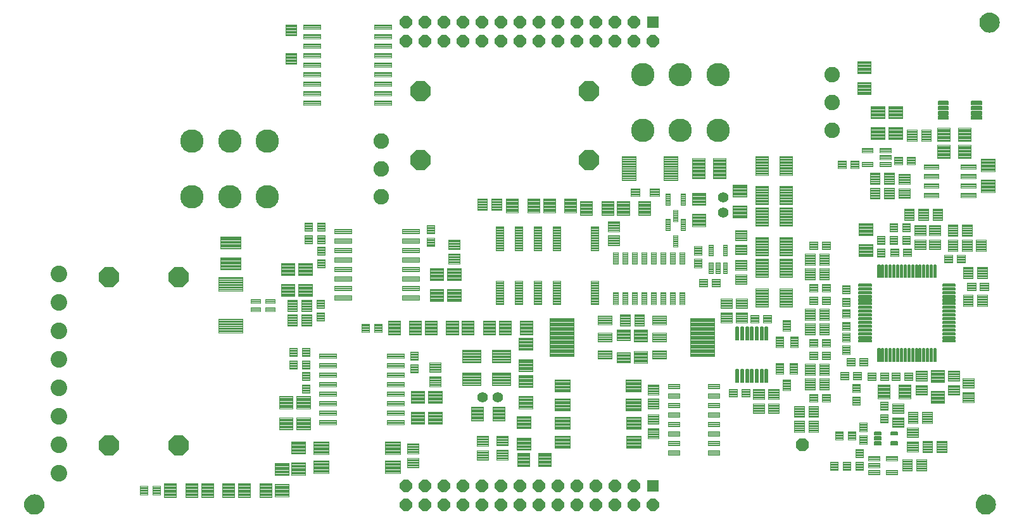
<source format=gts>
G75*
%MOIN*%
%OFA0B0*%
%FSLAX25Y25*%
%IPPOS*%
%LPD*%
%AMOC8*
5,1,8,0,0,1.08239X$1,22.5*
%
%ADD10R,0.06406X0.06406*%
%ADD11OC8,0.06406*%
%ADD12C,0.08768*%
%ADD13C,0.00500*%
%ADD14C,0.00408*%
%ADD15C,0.00486*%
%ADD16C,0.00421*%
%ADD17OC8,0.06996*%
%ADD18C,0.00444*%
%ADD19C,0.00494*%
%ADD20C,0.00455*%
%ADD21OC8,0.10500*%
%ADD22C,0.00449*%
%ADD23C,0.12311*%
%ADD24C,0.08177*%
%ADD25C,0.05500*%
%ADD26C,0.00450*%
%ADD27C,0.00390*%
%ADD28C,0.00551*%
%ADD29C,0.00493*%
%ADD30C,0.00432*%
%ADD31C,0.00576*%
%ADD32C,0.00519*%
%ADD33C,0.00528*%
D10*
X0345473Y0038461D03*
X0345473Y0282713D03*
D11*
X0335473Y0282713D03*
X0325473Y0282713D03*
X0315473Y0282713D03*
X0305473Y0282713D03*
X0295473Y0282713D03*
X0285473Y0282713D03*
X0275473Y0282713D03*
X0265473Y0282713D03*
X0255473Y0282713D03*
X0245473Y0282713D03*
X0235473Y0282713D03*
X0225473Y0282713D03*
X0215473Y0282713D03*
X0215473Y0272713D03*
X0225473Y0272713D03*
X0235473Y0272713D03*
X0245473Y0272713D03*
X0255473Y0272713D03*
X0265473Y0272713D03*
X0275473Y0272713D03*
X0285473Y0272713D03*
X0295473Y0272713D03*
X0305473Y0272713D03*
X0315473Y0272713D03*
X0325473Y0272713D03*
X0335473Y0272713D03*
X0345473Y0272713D03*
X0335473Y0038461D03*
X0325473Y0038461D03*
X0315473Y0038461D03*
X0305473Y0038461D03*
X0295473Y0038461D03*
X0285473Y0038461D03*
X0275473Y0038461D03*
X0265473Y0038461D03*
X0255473Y0038461D03*
X0245473Y0038461D03*
X0235473Y0038461D03*
X0225473Y0038461D03*
X0215473Y0038461D03*
X0215473Y0028461D03*
X0225473Y0028461D03*
X0235473Y0028461D03*
X0245473Y0028461D03*
X0255473Y0028461D03*
X0265473Y0028461D03*
X0275473Y0028461D03*
X0285473Y0028461D03*
X0295473Y0028461D03*
X0305473Y0028461D03*
X0315473Y0028461D03*
X0325473Y0028461D03*
X0335473Y0028461D03*
X0345473Y0028461D03*
D12*
X0032796Y0045016D03*
X0032796Y0060016D03*
X0032796Y0075016D03*
X0032796Y0090016D03*
X0032796Y0105016D03*
X0032796Y0120016D03*
X0032796Y0135016D03*
X0032796Y0150016D03*
D13*
X0016590Y0024788D02*
X0017304Y0024288D01*
X0018094Y0023920D01*
X0018936Y0023694D01*
X0019804Y0023618D01*
X0020672Y0023694D01*
X0021514Y0023920D01*
X0022304Y0024288D01*
X0023018Y0024788D01*
X0023634Y0025404D01*
X0024134Y0026118D01*
X0024502Y0026908D01*
X0024728Y0027750D01*
X0024804Y0028618D01*
X0024728Y0029486D01*
X0024502Y0030328D01*
X0024134Y0031118D01*
X0023634Y0031832D01*
X0023018Y0032448D01*
X0022304Y0032948D01*
X0021514Y0033317D01*
X0020672Y0033542D01*
X0019804Y0033618D01*
X0018936Y0033542D01*
X0018094Y0033317D01*
X0017304Y0032948D01*
X0016590Y0032448D01*
X0015974Y0031832D01*
X0015474Y0031118D01*
X0015105Y0030328D01*
X0014880Y0029486D01*
X0014804Y0028618D01*
X0014880Y0027750D01*
X0015105Y0026908D01*
X0015474Y0026118D01*
X0015974Y0025404D01*
X0016590Y0024788D01*
X0016743Y0024681D02*
X0022865Y0024681D01*
X0023410Y0025180D02*
X0016198Y0025180D01*
X0015782Y0025678D02*
X0023826Y0025678D01*
X0024161Y0026177D02*
X0015447Y0026177D01*
X0015214Y0026675D02*
X0024394Y0026675D01*
X0024574Y0027174D02*
X0015034Y0027174D01*
X0014901Y0027672D02*
X0024707Y0027672D01*
X0024765Y0028171D02*
X0014843Y0028171D01*
X0014808Y0028669D02*
X0024799Y0028669D01*
X0024756Y0029168D02*
X0014852Y0029168D01*
X0014928Y0029666D02*
X0024680Y0029666D01*
X0024546Y0030165D02*
X0015062Y0030165D01*
X0015262Y0030663D02*
X0024346Y0030663D01*
X0024104Y0031162D02*
X0015504Y0031162D01*
X0015853Y0031660D02*
X0023754Y0031660D01*
X0023307Y0032159D02*
X0016300Y0032159D01*
X0016888Y0032657D02*
X0022719Y0032657D01*
X0021859Y0033156D02*
X0017749Y0033156D01*
X0017530Y0024183D02*
X0022078Y0024183D01*
X0020558Y0023684D02*
X0019050Y0023684D01*
X0515591Y0028618D02*
X0515667Y0029486D01*
X0515893Y0030328D01*
X0516261Y0031118D01*
X0516761Y0031832D01*
X0517377Y0032448D01*
X0518091Y0032948D01*
X0518881Y0033317D01*
X0519723Y0033542D01*
X0520591Y0033618D01*
X0521460Y0033542D01*
X0522301Y0033317D01*
X0523091Y0032948D01*
X0523805Y0032448D01*
X0524422Y0031832D01*
X0524921Y0031118D01*
X0525290Y0030328D01*
X0525515Y0029486D01*
X0525591Y0028618D01*
X0525515Y0027750D01*
X0525290Y0026908D01*
X0524921Y0026118D01*
X0524422Y0025404D01*
X0523805Y0024788D01*
X0523091Y0024288D01*
X0522301Y0023920D01*
X0521460Y0023694D01*
X0520591Y0023618D01*
X0519723Y0023694D01*
X0518881Y0023920D01*
X0518091Y0024288D01*
X0517377Y0024788D01*
X0516761Y0025404D01*
X0516261Y0026118D01*
X0515893Y0026908D01*
X0515667Y0027750D01*
X0515591Y0028618D01*
X0515596Y0028669D02*
X0525587Y0028669D01*
X0525552Y0028171D02*
X0515630Y0028171D01*
X0515688Y0027672D02*
X0525495Y0027672D01*
X0525361Y0027174D02*
X0515822Y0027174D01*
X0516001Y0026675D02*
X0525181Y0026675D01*
X0524949Y0026177D02*
X0516234Y0026177D01*
X0516569Y0025678D02*
X0524613Y0025678D01*
X0524197Y0025180D02*
X0516986Y0025180D01*
X0517530Y0024681D02*
X0523653Y0024681D01*
X0522865Y0024183D02*
X0518317Y0024183D01*
X0519837Y0023684D02*
X0521345Y0023684D01*
X0525543Y0029168D02*
X0515639Y0029168D01*
X0515715Y0029666D02*
X0525467Y0029666D01*
X0525334Y0030165D02*
X0515849Y0030165D01*
X0516049Y0030663D02*
X0525134Y0030663D01*
X0524891Y0031162D02*
X0516292Y0031162D01*
X0516641Y0031660D02*
X0524542Y0031660D01*
X0524095Y0032159D02*
X0517088Y0032159D01*
X0517676Y0032657D02*
X0523507Y0032657D01*
X0522646Y0033156D02*
X0518536Y0033156D01*
X0522560Y0277555D02*
X0521692Y0277631D01*
X0520850Y0277857D01*
X0520060Y0278225D01*
X0519346Y0278725D01*
X0518730Y0279341D01*
X0518230Y0280055D01*
X0517861Y0280845D01*
X0517636Y0281687D01*
X0517560Y0282555D01*
X0517636Y0283423D01*
X0517861Y0284265D01*
X0518230Y0285055D01*
X0518730Y0285769D01*
X0519346Y0286385D01*
X0520060Y0286885D01*
X0520850Y0287254D01*
X0521692Y0287479D01*
X0522560Y0287555D01*
X0523428Y0287479D01*
X0524270Y0287254D01*
X0525060Y0286885D01*
X0525774Y0286385D01*
X0526390Y0285769D01*
X0526890Y0285055D01*
X0527258Y0284265D01*
X0527484Y0283423D01*
X0527560Y0282555D01*
X0527484Y0281687D01*
X0527258Y0280845D01*
X0526890Y0280055D01*
X0526390Y0279341D01*
X0525774Y0278725D01*
X0525060Y0278225D01*
X0524270Y0277857D01*
X0523428Y0277631D01*
X0522560Y0277555D01*
X0524416Y0277925D02*
X0520703Y0277925D01*
X0519777Y0278423D02*
X0525343Y0278423D01*
X0525971Y0278922D02*
X0519149Y0278922D01*
X0518674Y0279420D02*
X0526446Y0279420D01*
X0526795Y0279919D02*
X0518325Y0279919D01*
X0518061Y0280417D02*
X0527059Y0280417D01*
X0527277Y0280916D02*
X0517842Y0280916D01*
X0517709Y0281414D02*
X0527411Y0281414D01*
X0527504Y0281913D02*
X0517616Y0281913D01*
X0517572Y0282411D02*
X0527547Y0282411D01*
X0527529Y0282910D02*
X0517591Y0282910D01*
X0517634Y0283408D02*
X0527485Y0283408D01*
X0527354Y0283907D02*
X0517765Y0283907D01*
X0517927Y0284405D02*
X0527193Y0284405D01*
X0526960Y0284904D02*
X0518159Y0284904D01*
X0518473Y0285403D02*
X0526647Y0285403D01*
X0526258Y0285901D02*
X0518862Y0285901D01*
X0519366Y0286400D02*
X0525753Y0286400D01*
X0525032Y0286898D02*
X0520087Y0286898D01*
X0521383Y0287397D02*
X0523736Y0287397D01*
D14*
X0460088Y0262038D02*
X0460088Y0255648D01*
X0452910Y0255648D01*
X0452910Y0262038D01*
X0460088Y0262038D01*
X0460088Y0256055D02*
X0452910Y0256055D01*
X0452910Y0256462D02*
X0460088Y0256462D01*
X0460088Y0256869D02*
X0452910Y0256869D01*
X0452910Y0257276D02*
X0460088Y0257276D01*
X0460088Y0257683D02*
X0452910Y0257683D01*
X0452910Y0258090D02*
X0460088Y0258090D01*
X0460088Y0258497D02*
X0452910Y0258497D01*
X0452910Y0258904D02*
X0460088Y0258904D01*
X0460088Y0259311D02*
X0452910Y0259311D01*
X0452910Y0259718D02*
X0460088Y0259718D01*
X0460088Y0260125D02*
X0452910Y0260125D01*
X0452910Y0260532D02*
X0460088Y0260532D01*
X0460088Y0260939D02*
X0452910Y0260939D01*
X0452910Y0261346D02*
X0460088Y0261346D01*
X0460088Y0261753D02*
X0452910Y0261753D01*
X0460088Y0251014D02*
X0460088Y0244624D01*
X0452910Y0244624D01*
X0452910Y0251014D01*
X0460088Y0251014D01*
X0460088Y0245031D02*
X0452910Y0245031D01*
X0452910Y0245438D02*
X0460088Y0245438D01*
X0460088Y0245845D02*
X0452910Y0245845D01*
X0452910Y0246252D02*
X0460088Y0246252D01*
X0460088Y0246659D02*
X0452910Y0246659D01*
X0452910Y0247066D02*
X0460088Y0247066D01*
X0460088Y0247473D02*
X0452910Y0247473D01*
X0452910Y0247880D02*
X0460088Y0247880D01*
X0460088Y0248287D02*
X0452910Y0248287D01*
X0452910Y0248694D02*
X0460088Y0248694D01*
X0460088Y0249101D02*
X0452910Y0249101D01*
X0452910Y0249508D02*
X0460088Y0249508D01*
X0460088Y0249915D02*
X0452910Y0249915D01*
X0452910Y0250322D02*
X0460088Y0250322D01*
X0460088Y0250729D02*
X0452910Y0250729D01*
X0467388Y0238438D02*
X0467388Y0232048D01*
X0460210Y0232048D01*
X0460210Y0238438D01*
X0467388Y0238438D01*
X0467388Y0232455D02*
X0460210Y0232455D01*
X0460210Y0232862D02*
X0467388Y0232862D01*
X0467388Y0233269D02*
X0460210Y0233269D01*
X0460210Y0233676D02*
X0467388Y0233676D01*
X0467388Y0234083D02*
X0460210Y0234083D01*
X0460210Y0234490D02*
X0467388Y0234490D01*
X0467388Y0234897D02*
X0460210Y0234897D01*
X0460210Y0235304D02*
X0467388Y0235304D01*
X0467388Y0235711D02*
X0460210Y0235711D01*
X0460210Y0236118D02*
X0467388Y0236118D01*
X0467388Y0236525D02*
X0460210Y0236525D01*
X0460210Y0236932D02*
X0467388Y0236932D01*
X0467388Y0237339D02*
X0460210Y0237339D01*
X0460210Y0237746D02*
X0467388Y0237746D01*
X0467388Y0238153D02*
X0460210Y0238153D01*
X0476588Y0238438D02*
X0476588Y0232048D01*
X0469410Y0232048D01*
X0469410Y0238438D01*
X0476588Y0238438D01*
X0476588Y0232455D02*
X0469410Y0232455D01*
X0469410Y0232862D02*
X0476588Y0232862D01*
X0476588Y0233269D02*
X0469410Y0233269D01*
X0469410Y0233676D02*
X0476588Y0233676D01*
X0476588Y0234083D02*
X0469410Y0234083D01*
X0469410Y0234490D02*
X0476588Y0234490D01*
X0476588Y0234897D02*
X0469410Y0234897D01*
X0469410Y0235304D02*
X0476588Y0235304D01*
X0476588Y0235711D02*
X0469410Y0235711D01*
X0469410Y0236118D02*
X0476588Y0236118D01*
X0476588Y0236525D02*
X0469410Y0236525D01*
X0469410Y0236932D02*
X0476588Y0236932D01*
X0476588Y0237339D02*
X0469410Y0237339D01*
X0469410Y0237746D02*
X0476588Y0237746D01*
X0476588Y0238153D02*
X0469410Y0238153D01*
X0476588Y0227414D02*
X0476588Y0221024D01*
X0469410Y0221024D01*
X0469410Y0227414D01*
X0476588Y0227414D01*
X0476588Y0221431D02*
X0469410Y0221431D01*
X0469410Y0221838D02*
X0476588Y0221838D01*
X0476588Y0222245D02*
X0469410Y0222245D01*
X0469410Y0222652D02*
X0476588Y0222652D01*
X0476588Y0223059D02*
X0469410Y0223059D01*
X0469410Y0223466D02*
X0476588Y0223466D01*
X0476588Y0223873D02*
X0469410Y0223873D01*
X0469410Y0224280D02*
X0476588Y0224280D01*
X0476588Y0224687D02*
X0469410Y0224687D01*
X0469410Y0225094D02*
X0476588Y0225094D01*
X0476588Y0225501D02*
X0469410Y0225501D01*
X0469410Y0225908D02*
X0476588Y0225908D01*
X0476588Y0226315D02*
X0469410Y0226315D01*
X0469410Y0226722D02*
X0476588Y0226722D01*
X0476588Y0227129D02*
X0469410Y0227129D01*
X0467388Y0227414D02*
X0467388Y0221024D01*
X0460210Y0221024D01*
X0460210Y0227414D01*
X0467388Y0227414D01*
X0467388Y0221431D02*
X0460210Y0221431D01*
X0460210Y0221838D02*
X0467388Y0221838D01*
X0467388Y0222245D02*
X0460210Y0222245D01*
X0460210Y0222652D02*
X0467388Y0222652D01*
X0467388Y0223059D02*
X0460210Y0223059D01*
X0460210Y0223466D02*
X0467388Y0223466D01*
X0467388Y0223873D02*
X0460210Y0223873D01*
X0460210Y0224280D02*
X0467388Y0224280D01*
X0467388Y0224687D02*
X0460210Y0224687D01*
X0460210Y0225094D02*
X0467388Y0225094D01*
X0467388Y0225501D02*
X0460210Y0225501D01*
X0460210Y0225908D02*
X0467388Y0225908D01*
X0467388Y0226315D02*
X0460210Y0226315D01*
X0460210Y0226722D02*
X0467388Y0226722D01*
X0467388Y0227129D02*
X0460210Y0227129D01*
X0495192Y0220042D02*
X0501582Y0220042D01*
X0495192Y0220042D02*
X0495192Y0227220D01*
X0501582Y0227220D01*
X0501582Y0220042D01*
X0501582Y0220449D02*
X0495192Y0220449D01*
X0495192Y0220856D02*
X0501582Y0220856D01*
X0501582Y0221263D02*
X0495192Y0221263D01*
X0495192Y0221670D02*
X0501582Y0221670D01*
X0501582Y0222077D02*
X0495192Y0222077D01*
X0495192Y0222484D02*
X0501582Y0222484D01*
X0501582Y0222891D02*
X0495192Y0222891D01*
X0495192Y0223298D02*
X0501582Y0223298D01*
X0501582Y0223705D02*
X0495192Y0223705D01*
X0495192Y0224112D02*
X0501582Y0224112D01*
X0501582Y0224519D02*
X0495192Y0224519D01*
X0495192Y0224926D02*
X0501582Y0224926D01*
X0501582Y0225333D02*
X0495192Y0225333D01*
X0495192Y0225740D02*
X0501582Y0225740D01*
X0501582Y0226147D02*
X0495192Y0226147D01*
X0495192Y0226554D02*
X0501582Y0226554D01*
X0501582Y0226961D02*
X0495192Y0226961D01*
X0506216Y0220042D02*
X0512606Y0220042D01*
X0506216Y0220042D02*
X0506216Y0227220D01*
X0512606Y0227220D01*
X0512606Y0220042D01*
X0512606Y0220449D02*
X0506216Y0220449D01*
X0506216Y0220856D02*
X0512606Y0220856D01*
X0512606Y0221263D02*
X0506216Y0221263D01*
X0506216Y0221670D02*
X0512606Y0221670D01*
X0512606Y0222077D02*
X0506216Y0222077D01*
X0506216Y0222484D02*
X0512606Y0222484D01*
X0512606Y0222891D02*
X0506216Y0222891D01*
X0506216Y0223298D02*
X0512606Y0223298D01*
X0512606Y0223705D02*
X0506216Y0223705D01*
X0506216Y0224112D02*
X0512606Y0224112D01*
X0512606Y0224519D02*
X0506216Y0224519D01*
X0506216Y0224926D02*
X0512606Y0224926D01*
X0512606Y0225333D02*
X0506216Y0225333D01*
X0506216Y0225740D02*
X0512606Y0225740D01*
X0512606Y0226147D02*
X0506216Y0226147D01*
X0506216Y0226554D02*
X0512606Y0226554D01*
X0512606Y0226961D02*
X0506216Y0226961D01*
X0506216Y0211042D02*
X0512606Y0211042D01*
X0506216Y0211042D02*
X0506216Y0218220D01*
X0512606Y0218220D01*
X0512606Y0211042D01*
X0512606Y0211449D02*
X0506216Y0211449D01*
X0506216Y0211856D02*
X0512606Y0211856D01*
X0512606Y0212263D02*
X0506216Y0212263D01*
X0506216Y0212670D02*
X0512606Y0212670D01*
X0512606Y0213077D02*
X0506216Y0213077D01*
X0506216Y0213484D02*
X0512606Y0213484D01*
X0512606Y0213891D02*
X0506216Y0213891D01*
X0506216Y0214298D02*
X0512606Y0214298D01*
X0512606Y0214705D02*
X0506216Y0214705D01*
X0506216Y0215112D02*
X0512606Y0215112D01*
X0512606Y0215519D02*
X0506216Y0215519D01*
X0506216Y0215926D02*
X0512606Y0215926D01*
X0512606Y0216333D02*
X0506216Y0216333D01*
X0506216Y0216740D02*
X0512606Y0216740D01*
X0512606Y0217147D02*
X0506216Y0217147D01*
X0506216Y0217554D02*
X0512606Y0217554D01*
X0512606Y0217961D02*
X0506216Y0217961D01*
X0501582Y0211042D02*
X0495192Y0211042D01*
X0495192Y0218220D01*
X0501582Y0218220D01*
X0501582Y0211042D01*
X0501582Y0211449D02*
X0495192Y0211449D01*
X0495192Y0211856D02*
X0501582Y0211856D01*
X0501582Y0212263D02*
X0495192Y0212263D01*
X0495192Y0212670D02*
X0501582Y0212670D01*
X0501582Y0213077D02*
X0495192Y0213077D01*
X0495192Y0213484D02*
X0501582Y0213484D01*
X0501582Y0213891D02*
X0495192Y0213891D01*
X0495192Y0214298D02*
X0501582Y0214298D01*
X0501582Y0214705D02*
X0495192Y0214705D01*
X0495192Y0215112D02*
X0501582Y0215112D01*
X0501582Y0215519D02*
X0495192Y0215519D01*
X0495192Y0215926D02*
X0501582Y0215926D01*
X0501582Y0216333D02*
X0495192Y0216333D01*
X0495192Y0216740D02*
X0501582Y0216740D01*
X0501582Y0217147D02*
X0495192Y0217147D01*
X0495192Y0217554D02*
X0501582Y0217554D01*
X0501582Y0217961D02*
X0495192Y0217961D01*
X0525238Y0210638D02*
X0525238Y0204248D01*
X0518060Y0204248D01*
X0518060Y0210638D01*
X0525238Y0210638D01*
X0525238Y0204655D02*
X0518060Y0204655D01*
X0518060Y0205062D02*
X0525238Y0205062D01*
X0525238Y0205469D02*
X0518060Y0205469D01*
X0518060Y0205876D02*
X0525238Y0205876D01*
X0525238Y0206283D02*
X0518060Y0206283D01*
X0518060Y0206690D02*
X0525238Y0206690D01*
X0525238Y0207097D02*
X0518060Y0207097D01*
X0518060Y0207504D02*
X0525238Y0207504D01*
X0525238Y0207911D02*
X0518060Y0207911D01*
X0518060Y0208318D02*
X0525238Y0208318D01*
X0525238Y0208725D02*
X0518060Y0208725D01*
X0518060Y0209132D02*
X0525238Y0209132D01*
X0525238Y0209539D02*
X0518060Y0209539D01*
X0518060Y0209946D02*
X0525238Y0209946D01*
X0525238Y0210353D02*
X0518060Y0210353D01*
X0525238Y0199614D02*
X0525238Y0193224D01*
X0518060Y0193224D01*
X0518060Y0199614D01*
X0525238Y0199614D01*
X0525238Y0193631D02*
X0518060Y0193631D01*
X0518060Y0194038D02*
X0525238Y0194038D01*
X0525238Y0194445D02*
X0518060Y0194445D01*
X0518060Y0194852D02*
X0525238Y0194852D01*
X0525238Y0195259D02*
X0518060Y0195259D01*
X0518060Y0195666D02*
X0525238Y0195666D01*
X0525238Y0196073D02*
X0518060Y0196073D01*
X0518060Y0196480D02*
X0525238Y0196480D01*
X0525238Y0196887D02*
X0518060Y0196887D01*
X0518060Y0197294D02*
X0525238Y0197294D01*
X0525238Y0197701D02*
X0518060Y0197701D01*
X0518060Y0198108D02*
X0525238Y0198108D01*
X0525238Y0198515D02*
X0518060Y0198515D01*
X0518060Y0198922D02*
X0525238Y0198922D01*
X0525238Y0199329D02*
X0518060Y0199329D01*
X0460938Y0176688D02*
X0460938Y0170298D01*
X0453760Y0170298D01*
X0453760Y0176688D01*
X0460938Y0176688D01*
X0460938Y0170705D02*
X0453760Y0170705D01*
X0453760Y0171112D02*
X0460938Y0171112D01*
X0460938Y0171519D02*
X0453760Y0171519D01*
X0453760Y0171926D02*
X0460938Y0171926D01*
X0460938Y0172333D02*
X0453760Y0172333D01*
X0453760Y0172740D02*
X0460938Y0172740D01*
X0460938Y0173147D02*
X0453760Y0173147D01*
X0453760Y0173554D02*
X0460938Y0173554D01*
X0460938Y0173961D02*
X0453760Y0173961D01*
X0453760Y0174368D02*
X0460938Y0174368D01*
X0460938Y0174775D02*
X0453760Y0174775D01*
X0453760Y0175182D02*
X0460938Y0175182D01*
X0460938Y0175589D02*
X0453760Y0175589D01*
X0453760Y0175996D02*
X0460938Y0175996D01*
X0460938Y0176403D02*
X0453760Y0176403D01*
X0460938Y0165664D02*
X0460938Y0159274D01*
X0453760Y0159274D01*
X0453760Y0165664D01*
X0460938Y0165664D01*
X0460938Y0159681D02*
X0453760Y0159681D01*
X0453760Y0160088D02*
X0460938Y0160088D01*
X0460938Y0160495D02*
X0453760Y0160495D01*
X0453760Y0160902D02*
X0460938Y0160902D01*
X0460938Y0161309D02*
X0453760Y0161309D01*
X0453760Y0161716D02*
X0460938Y0161716D01*
X0460938Y0162123D02*
X0453760Y0162123D01*
X0453760Y0162530D02*
X0460938Y0162530D01*
X0460938Y0162937D02*
X0453760Y0162937D01*
X0453760Y0163344D02*
X0460938Y0163344D01*
X0460938Y0163751D02*
X0453760Y0163751D01*
X0453760Y0164158D02*
X0460938Y0164158D01*
X0460938Y0164565D02*
X0453760Y0164565D01*
X0453760Y0164972D02*
X0460938Y0164972D01*
X0460938Y0165379D02*
X0453760Y0165379D01*
X0387454Y0179588D02*
X0387454Y0185978D01*
X0394644Y0185978D01*
X0394644Y0179588D01*
X0387454Y0179588D01*
X0387454Y0179995D02*
X0394644Y0179995D01*
X0394644Y0180402D02*
X0387454Y0180402D01*
X0387454Y0180809D02*
X0394644Y0180809D01*
X0394644Y0181216D02*
X0387454Y0181216D01*
X0387454Y0181623D02*
X0394644Y0181623D01*
X0394644Y0182030D02*
X0387454Y0182030D01*
X0387454Y0182437D02*
X0394644Y0182437D01*
X0394644Y0182844D02*
X0387454Y0182844D01*
X0387454Y0183251D02*
X0394644Y0183251D01*
X0394644Y0183658D02*
X0387454Y0183658D01*
X0387454Y0184065D02*
X0394644Y0184065D01*
X0394644Y0184472D02*
X0387454Y0184472D01*
X0387454Y0184879D02*
X0394644Y0184879D01*
X0394644Y0185286D02*
X0387454Y0185286D01*
X0387454Y0185693D02*
X0394644Y0185693D01*
X0387454Y0190785D02*
X0387454Y0197175D01*
X0394644Y0197175D01*
X0394644Y0190785D01*
X0387454Y0190785D01*
X0387454Y0191192D02*
X0394644Y0191192D01*
X0394644Y0191599D02*
X0387454Y0191599D01*
X0387454Y0192006D02*
X0394644Y0192006D01*
X0394644Y0192413D02*
X0387454Y0192413D01*
X0387454Y0192820D02*
X0394644Y0192820D01*
X0394644Y0193227D02*
X0387454Y0193227D01*
X0387454Y0193634D02*
X0394644Y0193634D01*
X0394644Y0194041D02*
X0387454Y0194041D01*
X0387454Y0194448D02*
X0394644Y0194448D01*
X0394644Y0194855D02*
X0387454Y0194855D01*
X0387454Y0195262D02*
X0394644Y0195262D01*
X0394644Y0195669D02*
X0387454Y0195669D01*
X0387454Y0196076D02*
X0394644Y0196076D01*
X0394644Y0196483D02*
X0387454Y0196483D01*
X0387454Y0196890D02*
X0394644Y0196890D01*
X0383606Y0200370D02*
X0377216Y0200370D01*
X0377216Y0211092D01*
X0383606Y0211092D01*
X0383606Y0200370D01*
X0383606Y0200777D02*
X0377216Y0200777D01*
X0377216Y0201184D02*
X0383606Y0201184D01*
X0383606Y0201591D02*
X0377216Y0201591D01*
X0377216Y0201998D02*
X0383606Y0201998D01*
X0383606Y0202405D02*
X0377216Y0202405D01*
X0377216Y0202812D02*
X0383606Y0202812D01*
X0383606Y0203219D02*
X0377216Y0203219D01*
X0377216Y0203626D02*
X0383606Y0203626D01*
X0383606Y0204033D02*
X0377216Y0204033D01*
X0377216Y0204440D02*
X0383606Y0204440D01*
X0383606Y0204847D02*
X0377216Y0204847D01*
X0377216Y0205254D02*
X0383606Y0205254D01*
X0383606Y0205661D02*
X0377216Y0205661D01*
X0377216Y0206068D02*
X0383606Y0206068D01*
X0383606Y0206475D02*
X0377216Y0206475D01*
X0377216Y0206882D02*
X0383606Y0206882D01*
X0383606Y0207289D02*
X0377216Y0207289D01*
X0377216Y0207696D02*
X0383606Y0207696D01*
X0383606Y0208103D02*
X0377216Y0208103D01*
X0377216Y0208510D02*
X0383606Y0208510D01*
X0383606Y0208917D02*
X0377216Y0208917D01*
X0377216Y0209324D02*
X0383606Y0209324D01*
X0383606Y0209731D02*
X0377216Y0209731D01*
X0377216Y0210138D02*
X0383606Y0210138D01*
X0383606Y0210545D02*
X0377216Y0210545D01*
X0377216Y0210952D02*
X0383606Y0210952D01*
X0372582Y0200370D02*
X0366192Y0200370D01*
X0366192Y0211092D01*
X0372582Y0211092D01*
X0372582Y0200370D01*
X0372582Y0200777D02*
X0366192Y0200777D01*
X0366192Y0201184D02*
X0372582Y0201184D01*
X0372582Y0201591D02*
X0366192Y0201591D01*
X0366192Y0201998D02*
X0372582Y0201998D01*
X0372582Y0202405D02*
X0366192Y0202405D01*
X0366192Y0202812D02*
X0372582Y0202812D01*
X0372582Y0203219D02*
X0366192Y0203219D01*
X0366192Y0203626D02*
X0372582Y0203626D01*
X0372582Y0204033D02*
X0366192Y0204033D01*
X0366192Y0204440D02*
X0372582Y0204440D01*
X0372582Y0204847D02*
X0366192Y0204847D01*
X0366192Y0205254D02*
X0372582Y0205254D01*
X0372582Y0205661D02*
X0366192Y0205661D01*
X0366192Y0206068D02*
X0372582Y0206068D01*
X0372582Y0206475D02*
X0366192Y0206475D01*
X0366192Y0206882D02*
X0372582Y0206882D01*
X0372582Y0207289D02*
X0366192Y0207289D01*
X0366192Y0207696D02*
X0372582Y0207696D01*
X0372582Y0208103D02*
X0366192Y0208103D01*
X0366192Y0208510D02*
X0372582Y0208510D01*
X0372582Y0208917D02*
X0366192Y0208917D01*
X0366192Y0209324D02*
X0372582Y0209324D01*
X0372582Y0209731D02*
X0366192Y0209731D01*
X0366192Y0210138D02*
X0372582Y0210138D01*
X0372582Y0210545D02*
X0366192Y0210545D01*
X0366192Y0210952D02*
X0372582Y0210952D01*
X0365904Y0192825D02*
X0365904Y0186435D01*
X0365904Y0192825D02*
X0373094Y0192825D01*
X0373094Y0186435D01*
X0365904Y0186435D01*
X0365904Y0186842D02*
X0373094Y0186842D01*
X0373094Y0187249D02*
X0365904Y0187249D01*
X0365904Y0187656D02*
X0373094Y0187656D01*
X0373094Y0188063D02*
X0365904Y0188063D01*
X0365904Y0188470D02*
X0373094Y0188470D01*
X0373094Y0188877D02*
X0365904Y0188877D01*
X0365904Y0189284D02*
X0373094Y0189284D01*
X0373094Y0189691D02*
X0365904Y0189691D01*
X0365904Y0190098D02*
X0373094Y0190098D01*
X0373094Y0190505D02*
X0365904Y0190505D01*
X0365904Y0190912D02*
X0373094Y0190912D01*
X0373094Y0191319D02*
X0365904Y0191319D01*
X0365904Y0191726D02*
X0373094Y0191726D01*
X0373094Y0192133D02*
X0365904Y0192133D01*
X0365904Y0192540D02*
X0373094Y0192540D01*
X0365904Y0181628D02*
X0365904Y0175238D01*
X0365904Y0181628D02*
X0373094Y0181628D01*
X0373094Y0175238D01*
X0365904Y0175238D01*
X0365904Y0175645D02*
X0373094Y0175645D01*
X0373094Y0176052D02*
X0365904Y0176052D01*
X0365904Y0176459D02*
X0373094Y0176459D01*
X0373094Y0176866D02*
X0365904Y0176866D01*
X0365904Y0177273D02*
X0373094Y0177273D01*
X0373094Y0177680D02*
X0365904Y0177680D01*
X0365904Y0178087D02*
X0373094Y0178087D01*
X0373094Y0178494D02*
X0365904Y0178494D01*
X0365904Y0178901D02*
X0373094Y0178901D01*
X0373094Y0179308D02*
X0365904Y0179308D01*
X0365904Y0179715D02*
X0373094Y0179715D01*
X0373094Y0180122D02*
X0365904Y0180122D01*
X0365904Y0180529D02*
X0373094Y0180529D01*
X0373094Y0180936D02*
X0365904Y0180936D01*
X0365904Y0181343D02*
X0373094Y0181343D01*
X0344092Y0188326D02*
X0337702Y0188326D01*
X0344092Y0188326D02*
X0344092Y0181136D01*
X0337702Y0181136D01*
X0337702Y0188326D01*
X0337702Y0181543D02*
X0344092Y0181543D01*
X0344092Y0181950D02*
X0337702Y0181950D01*
X0337702Y0182357D02*
X0344092Y0182357D01*
X0344092Y0182764D02*
X0337702Y0182764D01*
X0337702Y0183171D02*
X0344092Y0183171D01*
X0344092Y0183578D02*
X0337702Y0183578D01*
X0337702Y0183985D02*
X0344092Y0183985D01*
X0344092Y0184392D02*
X0337702Y0184392D01*
X0337702Y0184799D02*
X0344092Y0184799D01*
X0344092Y0185206D02*
X0337702Y0185206D01*
X0337702Y0185613D02*
X0344092Y0185613D01*
X0344092Y0186020D02*
X0337702Y0186020D01*
X0337702Y0186427D02*
X0344092Y0186427D01*
X0344092Y0186834D02*
X0337702Y0186834D01*
X0337702Y0187241D02*
X0344092Y0187241D01*
X0344092Y0187648D02*
X0337702Y0187648D01*
X0337702Y0188055D02*
X0344092Y0188055D01*
X0332895Y0188326D02*
X0326505Y0188326D01*
X0332895Y0188326D02*
X0332895Y0181136D01*
X0326505Y0181136D01*
X0326505Y0188326D01*
X0326505Y0181543D02*
X0332895Y0181543D01*
X0332895Y0181950D02*
X0326505Y0181950D01*
X0326505Y0182357D02*
X0332895Y0182357D01*
X0332895Y0182764D02*
X0326505Y0182764D01*
X0326505Y0183171D02*
X0332895Y0183171D01*
X0332895Y0183578D02*
X0326505Y0183578D01*
X0326505Y0183985D02*
X0332895Y0183985D01*
X0332895Y0184392D02*
X0326505Y0184392D01*
X0326505Y0184799D02*
X0332895Y0184799D01*
X0332895Y0185206D02*
X0326505Y0185206D01*
X0326505Y0185613D02*
X0332895Y0185613D01*
X0332895Y0186020D02*
X0326505Y0186020D01*
X0326505Y0186427D02*
X0332895Y0186427D01*
X0332895Y0186834D02*
X0326505Y0186834D01*
X0326505Y0187241D02*
X0332895Y0187241D01*
X0332895Y0187648D02*
X0326505Y0187648D01*
X0326505Y0188055D02*
X0332895Y0188055D01*
X0324642Y0181136D02*
X0318252Y0181136D01*
X0318252Y0188326D01*
X0324642Y0188326D01*
X0324642Y0181136D01*
X0324642Y0181543D02*
X0318252Y0181543D01*
X0318252Y0181950D02*
X0324642Y0181950D01*
X0324642Y0182357D02*
X0318252Y0182357D01*
X0318252Y0182764D02*
X0324642Y0182764D01*
X0324642Y0183171D02*
X0318252Y0183171D01*
X0318252Y0183578D02*
X0324642Y0183578D01*
X0324642Y0183985D02*
X0318252Y0183985D01*
X0318252Y0184392D02*
X0324642Y0184392D01*
X0324642Y0184799D02*
X0318252Y0184799D01*
X0318252Y0185206D02*
X0324642Y0185206D01*
X0324642Y0185613D02*
X0318252Y0185613D01*
X0318252Y0186020D02*
X0324642Y0186020D01*
X0324642Y0186427D02*
X0318252Y0186427D01*
X0318252Y0186834D02*
X0324642Y0186834D01*
X0324642Y0187241D02*
X0318252Y0187241D01*
X0318252Y0187648D02*
X0324642Y0187648D01*
X0324642Y0188055D02*
X0318252Y0188055D01*
X0313445Y0181136D02*
X0307055Y0181136D01*
X0307055Y0188326D01*
X0313445Y0188326D01*
X0313445Y0181136D01*
X0313445Y0181543D02*
X0307055Y0181543D01*
X0307055Y0181950D02*
X0313445Y0181950D01*
X0313445Y0182357D02*
X0307055Y0182357D01*
X0307055Y0182764D02*
X0313445Y0182764D01*
X0313445Y0183171D02*
X0307055Y0183171D01*
X0307055Y0183578D02*
X0313445Y0183578D01*
X0313445Y0183985D02*
X0307055Y0183985D01*
X0307055Y0184392D02*
X0313445Y0184392D01*
X0313445Y0184799D02*
X0307055Y0184799D01*
X0307055Y0185206D02*
X0313445Y0185206D01*
X0313445Y0185613D02*
X0307055Y0185613D01*
X0307055Y0186020D02*
X0313445Y0186020D01*
X0313445Y0186427D02*
X0307055Y0186427D01*
X0307055Y0186834D02*
X0313445Y0186834D01*
X0313445Y0187241D02*
X0307055Y0187241D01*
X0307055Y0187648D02*
X0313445Y0187648D01*
X0313445Y0188055D02*
X0307055Y0188055D01*
X0305142Y0182536D02*
X0298752Y0182536D01*
X0298752Y0189726D01*
X0305142Y0189726D01*
X0305142Y0182536D01*
X0305142Y0182943D02*
X0298752Y0182943D01*
X0298752Y0183350D02*
X0305142Y0183350D01*
X0305142Y0183757D02*
X0298752Y0183757D01*
X0298752Y0184164D02*
X0305142Y0184164D01*
X0305142Y0184571D02*
X0298752Y0184571D01*
X0298752Y0184978D02*
X0305142Y0184978D01*
X0305142Y0185385D02*
X0298752Y0185385D01*
X0298752Y0185792D02*
X0305142Y0185792D01*
X0305142Y0186199D02*
X0298752Y0186199D01*
X0298752Y0186606D02*
X0305142Y0186606D01*
X0305142Y0187013D02*
X0298752Y0187013D01*
X0298752Y0187420D02*
X0305142Y0187420D01*
X0305142Y0187827D02*
X0298752Y0187827D01*
X0298752Y0188234D02*
X0305142Y0188234D01*
X0305142Y0188641D02*
X0298752Y0188641D01*
X0298752Y0189048D02*
X0305142Y0189048D01*
X0305142Y0189455D02*
X0298752Y0189455D01*
X0293945Y0182536D02*
X0287555Y0182536D01*
X0287555Y0189726D01*
X0293945Y0189726D01*
X0293945Y0182536D01*
X0293945Y0182943D02*
X0287555Y0182943D01*
X0287555Y0183350D02*
X0293945Y0183350D01*
X0293945Y0183757D02*
X0287555Y0183757D01*
X0287555Y0184164D02*
X0293945Y0184164D01*
X0293945Y0184571D02*
X0287555Y0184571D01*
X0287555Y0184978D02*
X0293945Y0184978D01*
X0293945Y0185385D02*
X0287555Y0185385D01*
X0287555Y0185792D02*
X0293945Y0185792D01*
X0293945Y0186199D02*
X0287555Y0186199D01*
X0287555Y0186606D02*
X0293945Y0186606D01*
X0293945Y0187013D02*
X0287555Y0187013D01*
X0287555Y0187420D02*
X0293945Y0187420D01*
X0293945Y0187827D02*
X0287555Y0187827D01*
X0287555Y0188234D02*
X0293945Y0188234D01*
X0293945Y0188641D02*
X0287555Y0188641D01*
X0287555Y0189048D02*
X0293945Y0189048D01*
X0293945Y0189455D02*
X0287555Y0189455D01*
X0285642Y0182536D02*
X0279252Y0182536D01*
X0279252Y0189726D01*
X0285642Y0189726D01*
X0285642Y0182536D01*
X0285642Y0182943D02*
X0279252Y0182943D01*
X0279252Y0183350D02*
X0285642Y0183350D01*
X0285642Y0183757D02*
X0279252Y0183757D01*
X0279252Y0184164D02*
X0285642Y0184164D01*
X0285642Y0184571D02*
X0279252Y0184571D01*
X0279252Y0184978D02*
X0285642Y0184978D01*
X0285642Y0185385D02*
X0279252Y0185385D01*
X0279252Y0185792D02*
X0285642Y0185792D01*
X0285642Y0186199D02*
X0279252Y0186199D01*
X0279252Y0186606D02*
X0285642Y0186606D01*
X0285642Y0187013D02*
X0279252Y0187013D01*
X0279252Y0187420D02*
X0285642Y0187420D01*
X0285642Y0187827D02*
X0279252Y0187827D01*
X0279252Y0188234D02*
X0285642Y0188234D01*
X0285642Y0188641D02*
X0279252Y0188641D01*
X0279252Y0189048D02*
X0285642Y0189048D01*
X0285642Y0189455D02*
X0279252Y0189455D01*
X0274445Y0182536D02*
X0268055Y0182536D01*
X0268055Y0189726D01*
X0274445Y0189726D01*
X0274445Y0182536D01*
X0274445Y0182943D02*
X0268055Y0182943D01*
X0268055Y0183350D02*
X0274445Y0183350D01*
X0274445Y0183757D02*
X0268055Y0183757D01*
X0268055Y0184164D02*
X0274445Y0184164D01*
X0274445Y0184571D02*
X0268055Y0184571D01*
X0268055Y0184978D02*
X0274445Y0184978D01*
X0274445Y0185385D02*
X0268055Y0185385D01*
X0268055Y0185792D02*
X0274445Y0185792D01*
X0274445Y0186199D02*
X0268055Y0186199D01*
X0268055Y0186606D02*
X0274445Y0186606D01*
X0274445Y0187013D02*
X0268055Y0187013D01*
X0268055Y0187420D02*
X0274445Y0187420D01*
X0274445Y0187827D02*
X0268055Y0187827D01*
X0268055Y0188234D02*
X0274445Y0188234D01*
X0274445Y0188641D02*
X0268055Y0188641D01*
X0268055Y0189048D02*
X0274445Y0189048D01*
X0274445Y0189455D02*
X0268055Y0189455D01*
X0237210Y0153038D02*
X0237210Y0146648D01*
X0237210Y0153038D02*
X0244388Y0153038D01*
X0244388Y0146648D01*
X0237210Y0146648D01*
X0237210Y0147055D02*
X0244388Y0147055D01*
X0244388Y0147462D02*
X0237210Y0147462D01*
X0237210Y0147869D02*
X0244388Y0147869D01*
X0244388Y0148276D02*
X0237210Y0148276D01*
X0237210Y0148683D02*
X0244388Y0148683D01*
X0244388Y0149090D02*
X0237210Y0149090D01*
X0237210Y0149497D02*
X0244388Y0149497D01*
X0244388Y0149904D02*
X0237210Y0149904D01*
X0237210Y0150311D02*
X0244388Y0150311D01*
X0244388Y0150718D02*
X0237210Y0150718D01*
X0237210Y0151125D02*
X0244388Y0151125D01*
X0244388Y0151532D02*
X0237210Y0151532D01*
X0237210Y0151939D02*
X0244388Y0151939D01*
X0244388Y0152346D02*
X0237210Y0152346D01*
X0237210Y0152753D02*
X0244388Y0152753D01*
X0227960Y0153038D02*
X0227960Y0146648D01*
X0227960Y0153038D02*
X0235138Y0153038D01*
X0235138Y0146648D01*
X0227960Y0146648D01*
X0227960Y0147055D02*
X0235138Y0147055D01*
X0235138Y0147462D02*
X0227960Y0147462D01*
X0227960Y0147869D02*
X0235138Y0147869D01*
X0235138Y0148276D02*
X0227960Y0148276D01*
X0227960Y0148683D02*
X0235138Y0148683D01*
X0235138Y0149090D02*
X0227960Y0149090D01*
X0227960Y0149497D02*
X0235138Y0149497D01*
X0235138Y0149904D02*
X0227960Y0149904D01*
X0227960Y0150311D02*
X0235138Y0150311D01*
X0235138Y0150718D02*
X0227960Y0150718D01*
X0227960Y0151125D02*
X0235138Y0151125D01*
X0235138Y0151532D02*
X0227960Y0151532D01*
X0227960Y0151939D02*
X0235138Y0151939D01*
X0235138Y0152346D02*
X0227960Y0152346D01*
X0227960Y0152753D02*
X0235138Y0152753D01*
X0227960Y0142014D02*
X0227960Y0135624D01*
X0227960Y0142014D02*
X0235138Y0142014D01*
X0235138Y0135624D01*
X0227960Y0135624D01*
X0227960Y0136031D02*
X0235138Y0136031D01*
X0235138Y0136438D02*
X0227960Y0136438D01*
X0227960Y0136845D02*
X0235138Y0136845D01*
X0235138Y0137252D02*
X0227960Y0137252D01*
X0227960Y0137659D02*
X0235138Y0137659D01*
X0235138Y0138066D02*
X0227960Y0138066D01*
X0227960Y0138473D02*
X0235138Y0138473D01*
X0235138Y0138880D02*
X0227960Y0138880D01*
X0227960Y0139287D02*
X0235138Y0139287D01*
X0235138Y0139694D02*
X0227960Y0139694D01*
X0227960Y0140101D02*
X0235138Y0140101D01*
X0235138Y0140508D02*
X0227960Y0140508D01*
X0227960Y0140915D02*
X0235138Y0140915D01*
X0235138Y0141322D02*
X0227960Y0141322D01*
X0227960Y0141729D02*
X0235138Y0141729D01*
X0237210Y0142014D02*
X0237210Y0135624D01*
X0237210Y0142014D02*
X0244388Y0142014D01*
X0244388Y0135624D01*
X0237210Y0135624D01*
X0237210Y0136031D02*
X0244388Y0136031D01*
X0244388Y0136438D02*
X0237210Y0136438D01*
X0237210Y0136845D02*
X0244388Y0136845D01*
X0244388Y0137252D02*
X0237210Y0137252D01*
X0237210Y0137659D02*
X0244388Y0137659D01*
X0244388Y0138066D02*
X0237210Y0138066D01*
X0237210Y0138473D02*
X0244388Y0138473D01*
X0244388Y0138880D02*
X0237210Y0138880D01*
X0237210Y0139287D02*
X0244388Y0139287D01*
X0244388Y0139694D02*
X0237210Y0139694D01*
X0237210Y0140101D02*
X0244388Y0140101D01*
X0244388Y0140508D02*
X0237210Y0140508D01*
X0237210Y0140915D02*
X0244388Y0140915D01*
X0244388Y0141322D02*
X0237210Y0141322D01*
X0237210Y0141729D02*
X0244388Y0141729D01*
X0244805Y0125276D02*
X0251195Y0125276D01*
X0251195Y0118086D01*
X0244805Y0118086D01*
X0244805Y0125276D01*
X0244805Y0118493D02*
X0251195Y0118493D01*
X0251195Y0118900D02*
X0244805Y0118900D01*
X0244805Y0119307D02*
X0251195Y0119307D01*
X0251195Y0119714D02*
X0244805Y0119714D01*
X0244805Y0120121D02*
X0251195Y0120121D01*
X0251195Y0120528D02*
X0244805Y0120528D01*
X0244805Y0120935D02*
X0251195Y0120935D01*
X0251195Y0121342D02*
X0244805Y0121342D01*
X0244805Y0121749D02*
X0251195Y0121749D01*
X0251195Y0122156D02*
X0244805Y0122156D01*
X0244805Y0122563D02*
X0251195Y0122563D01*
X0251195Y0122970D02*
X0244805Y0122970D01*
X0244805Y0123377D02*
X0251195Y0123377D01*
X0251195Y0123784D02*
X0244805Y0123784D01*
X0244805Y0124191D02*
X0251195Y0124191D01*
X0251195Y0124598D02*
X0244805Y0124598D01*
X0244805Y0125005D02*
X0251195Y0125005D01*
X0256002Y0125276D02*
X0262392Y0125276D01*
X0262392Y0118086D01*
X0256002Y0118086D01*
X0256002Y0125276D01*
X0256002Y0118493D02*
X0262392Y0118493D01*
X0262392Y0118900D02*
X0256002Y0118900D01*
X0256002Y0119307D02*
X0262392Y0119307D01*
X0262392Y0119714D02*
X0256002Y0119714D01*
X0256002Y0120121D02*
X0262392Y0120121D01*
X0262392Y0120528D02*
X0256002Y0120528D01*
X0256002Y0120935D02*
X0262392Y0120935D01*
X0262392Y0121342D02*
X0256002Y0121342D01*
X0256002Y0121749D02*
X0262392Y0121749D01*
X0262392Y0122156D02*
X0256002Y0122156D01*
X0256002Y0122563D02*
X0262392Y0122563D01*
X0262392Y0122970D02*
X0256002Y0122970D01*
X0256002Y0123377D02*
X0262392Y0123377D01*
X0262392Y0123784D02*
X0256002Y0123784D01*
X0256002Y0124191D02*
X0262392Y0124191D01*
X0262392Y0124598D02*
X0256002Y0124598D01*
X0256002Y0125005D02*
X0262392Y0125005D01*
X0264305Y0125276D02*
X0270695Y0125276D01*
X0270695Y0118086D01*
X0264305Y0118086D01*
X0264305Y0125276D01*
X0264305Y0118493D02*
X0270695Y0118493D01*
X0270695Y0118900D02*
X0264305Y0118900D01*
X0264305Y0119307D02*
X0270695Y0119307D01*
X0270695Y0119714D02*
X0264305Y0119714D01*
X0264305Y0120121D02*
X0270695Y0120121D01*
X0270695Y0120528D02*
X0264305Y0120528D01*
X0264305Y0120935D02*
X0270695Y0120935D01*
X0270695Y0121342D02*
X0264305Y0121342D01*
X0264305Y0121749D02*
X0270695Y0121749D01*
X0270695Y0122156D02*
X0264305Y0122156D01*
X0264305Y0122563D02*
X0270695Y0122563D01*
X0270695Y0122970D02*
X0264305Y0122970D01*
X0264305Y0123377D02*
X0270695Y0123377D01*
X0270695Y0123784D02*
X0264305Y0123784D01*
X0264305Y0124191D02*
X0270695Y0124191D01*
X0270695Y0124598D02*
X0264305Y0124598D01*
X0264305Y0125005D02*
X0270695Y0125005D01*
X0275502Y0125276D02*
X0281892Y0125276D01*
X0281892Y0118086D01*
X0275502Y0118086D01*
X0275502Y0125276D01*
X0275502Y0118493D02*
X0281892Y0118493D01*
X0281892Y0118900D02*
X0275502Y0118900D01*
X0275502Y0119307D02*
X0281892Y0119307D01*
X0281892Y0119714D02*
X0275502Y0119714D01*
X0275502Y0120121D02*
X0281892Y0120121D01*
X0281892Y0120528D02*
X0275502Y0120528D01*
X0275502Y0120935D02*
X0281892Y0120935D01*
X0281892Y0121342D02*
X0275502Y0121342D01*
X0275502Y0121749D02*
X0281892Y0121749D01*
X0281892Y0122156D02*
X0275502Y0122156D01*
X0275502Y0122563D02*
X0281892Y0122563D01*
X0281892Y0122970D02*
X0275502Y0122970D01*
X0275502Y0123377D02*
X0281892Y0123377D01*
X0281892Y0123784D02*
X0275502Y0123784D01*
X0275502Y0124191D02*
X0281892Y0124191D01*
X0281892Y0124598D02*
X0275502Y0124598D01*
X0275502Y0125005D02*
X0281892Y0125005D01*
X0282044Y0116375D02*
X0282044Y0109985D01*
X0274854Y0109985D01*
X0274854Y0116375D01*
X0282044Y0116375D01*
X0282044Y0110392D02*
X0274854Y0110392D01*
X0274854Y0110799D02*
X0282044Y0110799D01*
X0282044Y0111206D02*
X0274854Y0111206D01*
X0274854Y0111613D02*
X0282044Y0111613D01*
X0282044Y0112020D02*
X0274854Y0112020D01*
X0274854Y0112427D02*
X0282044Y0112427D01*
X0282044Y0112834D02*
X0274854Y0112834D01*
X0274854Y0113241D02*
X0282044Y0113241D01*
X0282044Y0113648D02*
X0274854Y0113648D01*
X0274854Y0114055D02*
X0282044Y0114055D01*
X0282044Y0114462D02*
X0274854Y0114462D01*
X0274854Y0114869D02*
X0282044Y0114869D01*
X0282044Y0115276D02*
X0274854Y0115276D01*
X0274854Y0115683D02*
X0282044Y0115683D01*
X0282044Y0116090D02*
X0274854Y0116090D01*
X0282044Y0105178D02*
X0282044Y0098788D01*
X0274854Y0098788D01*
X0274854Y0105178D01*
X0282044Y0105178D01*
X0282044Y0099195D02*
X0274854Y0099195D01*
X0274854Y0099602D02*
X0282044Y0099602D01*
X0282044Y0100009D02*
X0274854Y0100009D01*
X0274854Y0100416D02*
X0282044Y0100416D01*
X0282044Y0100823D02*
X0274854Y0100823D01*
X0274854Y0101230D02*
X0282044Y0101230D01*
X0282044Y0101637D02*
X0274854Y0101637D01*
X0274854Y0102044D02*
X0282044Y0102044D01*
X0282044Y0102451D02*
X0274854Y0102451D01*
X0274854Y0102858D02*
X0282044Y0102858D01*
X0282044Y0103265D02*
X0274854Y0103265D01*
X0274854Y0103672D02*
X0282044Y0103672D01*
X0282044Y0104079D02*
X0274854Y0104079D01*
X0274854Y0104486D02*
X0282044Y0104486D01*
X0282044Y0104893D02*
X0274854Y0104893D01*
X0282044Y0096825D02*
X0282044Y0090435D01*
X0274854Y0090435D01*
X0274854Y0096825D01*
X0282044Y0096825D01*
X0282044Y0090842D02*
X0274854Y0090842D01*
X0274854Y0091249D02*
X0282044Y0091249D01*
X0282044Y0091656D02*
X0274854Y0091656D01*
X0274854Y0092063D02*
X0282044Y0092063D01*
X0282044Y0092470D02*
X0274854Y0092470D01*
X0274854Y0092877D02*
X0282044Y0092877D01*
X0282044Y0093284D02*
X0274854Y0093284D01*
X0274854Y0093691D02*
X0282044Y0093691D01*
X0282044Y0094098D02*
X0274854Y0094098D01*
X0274854Y0094505D02*
X0282044Y0094505D01*
X0282044Y0094912D02*
X0274854Y0094912D01*
X0274854Y0095319D02*
X0282044Y0095319D01*
X0282044Y0095726D02*
X0274854Y0095726D01*
X0274854Y0096133D02*
X0282044Y0096133D01*
X0282044Y0096540D02*
X0274854Y0096540D01*
X0293636Y0094326D02*
X0293636Y0087936D01*
X0293636Y0094326D02*
X0301602Y0094326D01*
X0301602Y0087936D01*
X0293636Y0087936D01*
X0293636Y0088343D02*
X0301602Y0088343D01*
X0301602Y0088750D02*
X0293636Y0088750D01*
X0293636Y0089157D02*
X0301602Y0089157D01*
X0301602Y0089564D02*
X0293636Y0089564D01*
X0293636Y0089971D02*
X0301602Y0089971D01*
X0301602Y0090378D02*
X0293636Y0090378D01*
X0293636Y0090785D02*
X0301602Y0090785D01*
X0301602Y0091192D02*
X0293636Y0091192D01*
X0293636Y0091599D02*
X0301602Y0091599D01*
X0301602Y0092006D02*
X0293636Y0092006D01*
X0293636Y0092413D02*
X0301602Y0092413D01*
X0301602Y0092820D02*
X0293636Y0092820D01*
X0293636Y0093227D02*
X0301602Y0093227D01*
X0301602Y0093634D02*
X0293636Y0093634D01*
X0293636Y0094041D02*
X0301602Y0094041D01*
X0282044Y0085628D02*
X0282044Y0079238D01*
X0274854Y0079238D01*
X0274854Y0085628D01*
X0282044Y0085628D01*
X0282044Y0079645D02*
X0274854Y0079645D01*
X0274854Y0080052D02*
X0282044Y0080052D01*
X0282044Y0080459D02*
X0274854Y0080459D01*
X0274854Y0080866D02*
X0282044Y0080866D01*
X0282044Y0081273D02*
X0274854Y0081273D01*
X0274854Y0081680D02*
X0282044Y0081680D01*
X0282044Y0082087D02*
X0274854Y0082087D01*
X0274854Y0082494D02*
X0282044Y0082494D01*
X0282044Y0082901D02*
X0274854Y0082901D01*
X0274854Y0083308D02*
X0282044Y0083308D01*
X0282044Y0083715D02*
X0274854Y0083715D01*
X0274854Y0084122D02*
X0282044Y0084122D01*
X0282044Y0084529D02*
X0274854Y0084529D01*
X0274854Y0084936D02*
X0282044Y0084936D01*
X0282044Y0085343D02*
X0274854Y0085343D01*
X0267292Y0072786D02*
X0260902Y0072786D01*
X0260902Y0079976D01*
X0267292Y0079976D01*
X0267292Y0072786D01*
X0267292Y0073193D02*
X0260902Y0073193D01*
X0260902Y0073600D02*
X0267292Y0073600D01*
X0267292Y0074007D02*
X0260902Y0074007D01*
X0260902Y0074414D02*
X0267292Y0074414D01*
X0267292Y0074821D02*
X0260902Y0074821D01*
X0260902Y0075228D02*
X0267292Y0075228D01*
X0267292Y0075635D02*
X0260902Y0075635D01*
X0260902Y0076042D02*
X0267292Y0076042D01*
X0267292Y0076449D02*
X0260902Y0076449D01*
X0260902Y0076856D02*
X0267292Y0076856D01*
X0267292Y0077263D02*
X0260902Y0077263D01*
X0260902Y0077670D02*
X0267292Y0077670D01*
X0267292Y0078077D02*
X0260902Y0078077D01*
X0260902Y0078484D02*
X0267292Y0078484D01*
X0267292Y0078891D02*
X0260902Y0078891D01*
X0260902Y0079298D02*
X0267292Y0079298D01*
X0267292Y0079705D02*
X0260902Y0079705D01*
X0256095Y0072786D02*
X0249705Y0072786D01*
X0249705Y0079976D01*
X0256095Y0079976D01*
X0256095Y0072786D01*
X0256095Y0073193D02*
X0249705Y0073193D01*
X0249705Y0073600D02*
X0256095Y0073600D01*
X0256095Y0074007D02*
X0249705Y0074007D01*
X0249705Y0074414D02*
X0256095Y0074414D01*
X0256095Y0074821D02*
X0249705Y0074821D01*
X0249705Y0075228D02*
X0256095Y0075228D01*
X0256095Y0075635D02*
X0249705Y0075635D01*
X0249705Y0076042D02*
X0256095Y0076042D01*
X0256095Y0076449D02*
X0249705Y0076449D01*
X0249705Y0076856D02*
X0256095Y0076856D01*
X0256095Y0077263D02*
X0249705Y0077263D01*
X0249705Y0077670D02*
X0256095Y0077670D01*
X0256095Y0078077D02*
X0249705Y0078077D01*
X0249705Y0078484D02*
X0256095Y0078484D01*
X0256095Y0078891D02*
X0249705Y0078891D01*
X0249705Y0079298D02*
X0256095Y0079298D01*
X0256095Y0079705D02*
X0249705Y0079705D01*
X0227210Y0081998D02*
X0227210Y0088388D01*
X0234388Y0088388D01*
X0234388Y0081998D01*
X0227210Y0081998D01*
X0227210Y0082405D02*
X0234388Y0082405D01*
X0234388Y0082812D02*
X0227210Y0082812D01*
X0227210Y0083219D02*
X0234388Y0083219D01*
X0234388Y0083626D02*
X0227210Y0083626D01*
X0227210Y0084033D02*
X0234388Y0084033D01*
X0234388Y0084440D02*
X0227210Y0084440D01*
X0227210Y0084847D02*
X0234388Y0084847D01*
X0234388Y0085254D02*
X0227210Y0085254D01*
X0227210Y0085661D02*
X0234388Y0085661D01*
X0234388Y0086068D02*
X0227210Y0086068D01*
X0227210Y0086475D02*
X0234388Y0086475D01*
X0234388Y0086882D02*
X0227210Y0086882D01*
X0227210Y0087289D02*
X0234388Y0087289D01*
X0234388Y0087696D02*
X0227210Y0087696D01*
X0227210Y0088103D02*
X0234388Y0088103D01*
X0217960Y0088388D02*
X0217960Y0081998D01*
X0217960Y0088388D02*
X0225138Y0088388D01*
X0225138Y0081998D01*
X0217960Y0081998D01*
X0217960Y0082405D02*
X0225138Y0082405D01*
X0225138Y0082812D02*
X0217960Y0082812D01*
X0217960Y0083219D02*
X0225138Y0083219D01*
X0225138Y0083626D02*
X0217960Y0083626D01*
X0217960Y0084033D02*
X0225138Y0084033D01*
X0225138Y0084440D02*
X0217960Y0084440D01*
X0217960Y0084847D02*
X0225138Y0084847D01*
X0225138Y0085254D02*
X0217960Y0085254D01*
X0217960Y0085661D02*
X0225138Y0085661D01*
X0225138Y0086068D02*
X0217960Y0086068D01*
X0217960Y0086475D02*
X0225138Y0086475D01*
X0225138Y0086882D02*
X0217960Y0086882D01*
X0217960Y0087289D02*
X0225138Y0087289D01*
X0225138Y0087696D02*
X0217960Y0087696D01*
X0217960Y0088103D02*
X0225138Y0088103D01*
X0217960Y0077364D02*
X0217960Y0070974D01*
X0217960Y0077364D02*
X0225138Y0077364D01*
X0225138Y0070974D01*
X0217960Y0070974D01*
X0217960Y0071381D02*
X0225138Y0071381D01*
X0225138Y0071788D02*
X0217960Y0071788D01*
X0217960Y0072195D02*
X0225138Y0072195D01*
X0225138Y0072602D02*
X0217960Y0072602D01*
X0217960Y0073009D02*
X0225138Y0073009D01*
X0225138Y0073416D02*
X0217960Y0073416D01*
X0217960Y0073823D02*
X0225138Y0073823D01*
X0225138Y0074230D02*
X0217960Y0074230D01*
X0217960Y0074637D02*
X0225138Y0074637D01*
X0225138Y0075044D02*
X0217960Y0075044D01*
X0217960Y0075451D02*
X0225138Y0075451D01*
X0225138Y0075858D02*
X0217960Y0075858D01*
X0217960Y0076265D02*
X0225138Y0076265D01*
X0225138Y0076672D02*
X0217960Y0076672D01*
X0217960Y0077079D02*
X0225138Y0077079D01*
X0227210Y0077364D02*
X0227210Y0070974D01*
X0227210Y0077364D02*
X0234388Y0077364D01*
X0234388Y0070974D01*
X0227210Y0070974D01*
X0227210Y0071381D02*
X0234388Y0071381D01*
X0234388Y0071788D02*
X0227210Y0071788D01*
X0227210Y0072195D02*
X0234388Y0072195D01*
X0234388Y0072602D02*
X0227210Y0072602D01*
X0227210Y0073009D02*
X0234388Y0073009D01*
X0234388Y0073416D02*
X0227210Y0073416D01*
X0227210Y0073823D02*
X0234388Y0073823D01*
X0234388Y0074230D02*
X0227210Y0074230D01*
X0227210Y0074637D02*
X0234388Y0074637D01*
X0234388Y0075044D02*
X0227210Y0075044D01*
X0227210Y0075451D02*
X0234388Y0075451D01*
X0234388Y0075858D02*
X0227210Y0075858D01*
X0227210Y0076265D02*
X0234388Y0076265D01*
X0234388Y0076672D02*
X0227210Y0076672D01*
X0227210Y0077079D02*
X0234388Y0077079D01*
X0212311Y0061626D02*
X0212311Y0055236D01*
X0204345Y0055236D01*
X0204345Y0061626D01*
X0212311Y0061626D01*
X0212311Y0055643D02*
X0204345Y0055643D01*
X0204345Y0056050D02*
X0212311Y0056050D01*
X0212311Y0056457D02*
X0204345Y0056457D01*
X0204345Y0056864D02*
X0212311Y0056864D01*
X0212311Y0057271D02*
X0204345Y0057271D01*
X0204345Y0057678D02*
X0212311Y0057678D01*
X0212311Y0058085D02*
X0204345Y0058085D01*
X0204345Y0058492D02*
X0212311Y0058492D01*
X0212311Y0058899D02*
X0204345Y0058899D01*
X0204345Y0059306D02*
X0212311Y0059306D01*
X0212311Y0059713D02*
X0204345Y0059713D01*
X0204345Y0060120D02*
X0212311Y0060120D01*
X0212311Y0060527D02*
X0204345Y0060527D01*
X0204345Y0060934D02*
X0212311Y0060934D01*
X0212311Y0061341D02*
X0204345Y0061341D01*
X0212311Y0051626D02*
X0212311Y0045236D01*
X0204345Y0045236D01*
X0204345Y0051626D01*
X0212311Y0051626D01*
X0212311Y0045643D02*
X0204345Y0045643D01*
X0204345Y0046050D02*
X0212311Y0046050D01*
X0212311Y0046457D02*
X0204345Y0046457D01*
X0204345Y0046864D02*
X0212311Y0046864D01*
X0212311Y0047271D02*
X0204345Y0047271D01*
X0204345Y0047678D02*
X0212311Y0047678D01*
X0212311Y0048085D02*
X0204345Y0048085D01*
X0204345Y0048492D02*
X0212311Y0048492D01*
X0212311Y0048899D02*
X0204345Y0048899D01*
X0204345Y0049306D02*
X0212311Y0049306D01*
X0212311Y0049713D02*
X0204345Y0049713D01*
X0204345Y0050120D02*
X0212311Y0050120D01*
X0212311Y0050527D02*
X0204345Y0050527D01*
X0204345Y0050934D02*
X0212311Y0050934D01*
X0212311Y0051341D02*
X0204345Y0051341D01*
X0166786Y0051626D02*
X0166786Y0045236D01*
X0166786Y0051626D02*
X0174752Y0051626D01*
X0174752Y0045236D01*
X0166786Y0045236D01*
X0166786Y0045643D02*
X0174752Y0045643D01*
X0174752Y0046050D02*
X0166786Y0046050D01*
X0166786Y0046457D02*
X0174752Y0046457D01*
X0174752Y0046864D02*
X0166786Y0046864D01*
X0166786Y0047271D02*
X0174752Y0047271D01*
X0174752Y0047678D02*
X0166786Y0047678D01*
X0166786Y0048085D02*
X0174752Y0048085D01*
X0174752Y0048492D02*
X0166786Y0048492D01*
X0166786Y0048899D02*
X0174752Y0048899D01*
X0174752Y0049306D02*
X0166786Y0049306D01*
X0166786Y0049713D02*
X0174752Y0049713D01*
X0174752Y0050120D02*
X0166786Y0050120D01*
X0166786Y0050527D02*
X0174752Y0050527D01*
X0174752Y0050934D02*
X0166786Y0050934D01*
X0166786Y0051341D02*
X0174752Y0051341D01*
X0162394Y0050628D02*
X0162394Y0044238D01*
X0155204Y0044238D01*
X0155204Y0050628D01*
X0162394Y0050628D01*
X0162394Y0044645D02*
X0155204Y0044645D01*
X0155204Y0045052D02*
X0162394Y0045052D01*
X0162394Y0045459D02*
X0155204Y0045459D01*
X0155204Y0045866D02*
X0162394Y0045866D01*
X0162394Y0046273D02*
X0155204Y0046273D01*
X0155204Y0046680D02*
X0162394Y0046680D01*
X0162394Y0047087D02*
X0155204Y0047087D01*
X0155204Y0047494D02*
X0162394Y0047494D01*
X0162394Y0047901D02*
X0155204Y0047901D01*
X0155204Y0048308D02*
X0162394Y0048308D01*
X0162394Y0048715D02*
X0155204Y0048715D01*
X0155204Y0049122D02*
X0162394Y0049122D01*
X0162394Y0049529D02*
X0155204Y0049529D01*
X0155204Y0049936D02*
X0162394Y0049936D01*
X0162394Y0050343D02*
X0155204Y0050343D01*
X0146404Y0050475D02*
X0146404Y0044085D01*
X0146404Y0050475D02*
X0153594Y0050475D01*
X0153594Y0044085D01*
X0146404Y0044085D01*
X0146404Y0044492D02*
X0153594Y0044492D01*
X0153594Y0044899D02*
X0146404Y0044899D01*
X0146404Y0045306D02*
X0153594Y0045306D01*
X0153594Y0045713D02*
X0146404Y0045713D01*
X0146404Y0046120D02*
X0153594Y0046120D01*
X0153594Y0046527D02*
X0146404Y0046527D01*
X0146404Y0046934D02*
X0153594Y0046934D01*
X0153594Y0047341D02*
X0146404Y0047341D01*
X0146404Y0047748D02*
X0153594Y0047748D01*
X0153594Y0048155D02*
X0146404Y0048155D01*
X0146404Y0048562D02*
X0153594Y0048562D01*
X0153594Y0048969D02*
X0146404Y0048969D01*
X0146404Y0049376D02*
X0153594Y0049376D01*
X0153594Y0049783D02*
X0146404Y0049783D01*
X0146404Y0050190D02*
X0153594Y0050190D01*
X0162394Y0055435D02*
X0162394Y0061825D01*
X0162394Y0055435D02*
X0155204Y0055435D01*
X0155204Y0061825D01*
X0162394Y0061825D01*
X0162394Y0055842D02*
X0155204Y0055842D01*
X0155204Y0056249D02*
X0162394Y0056249D01*
X0162394Y0056656D02*
X0155204Y0056656D01*
X0155204Y0057063D02*
X0162394Y0057063D01*
X0162394Y0057470D02*
X0155204Y0057470D01*
X0155204Y0057877D02*
X0162394Y0057877D01*
X0162394Y0058284D02*
X0155204Y0058284D01*
X0155204Y0058691D02*
X0162394Y0058691D01*
X0162394Y0059098D02*
X0155204Y0059098D01*
X0155204Y0059505D02*
X0162394Y0059505D01*
X0162394Y0059912D02*
X0155204Y0059912D01*
X0155204Y0060319D02*
X0162394Y0060319D01*
X0162394Y0060726D02*
X0155204Y0060726D01*
X0155204Y0061133D02*
X0162394Y0061133D01*
X0162394Y0061540D02*
X0155204Y0061540D01*
X0148610Y0068174D02*
X0148610Y0074564D01*
X0155788Y0074564D01*
X0155788Y0068174D01*
X0148610Y0068174D01*
X0148610Y0068581D02*
X0155788Y0068581D01*
X0155788Y0068988D02*
X0148610Y0068988D01*
X0148610Y0069395D02*
X0155788Y0069395D01*
X0155788Y0069802D02*
X0148610Y0069802D01*
X0148610Y0070209D02*
X0155788Y0070209D01*
X0155788Y0070616D02*
X0148610Y0070616D01*
X0148610Y0071023D02*
X0155788Y0071023D01*
X0155788Y0071430D02*
X0148610Y0071430D01*
X0148610Y0071837D02*
X0155788Y0071837D01*
X0155788Y0072244D02*
X0148610Y0072244D01*
X0148610Y0072651D02*
X0155788Y0072651D01*
X0155788Y0073058D02*
X0148610Y0073058D01*
X0148610Y0073465D02*
X0155788Y0073465D01*
X0155788Y0073872D02*
X0148610Y0073872D01*
X0148610Y0074279D02*
X0155788Y0074279D01*
X0157860Y0074564D02*
X0157860Y0068174D01*
X0157860Y0074564D02*
X0165038Y0074564D01*
X0165038Y0068174D01*
X0157860Y0068174D01*
X0157860Y0068581D02*
X0165038Y0068581D01*
X0165038Y0068988D02*
X0157860Y0068988D01*
X0157860Y0069395D02*
X0165038Y0069395D01*
X0165038Y0069802D02*
X0157860Y0069802D01*
X0157860Y0070209D02*
X0165038Y0070209D01*
X0165038Y0070616D02*
X0157860Y0070616D01*
X0157860Y0071023D02*
X0165038Y0071023D01*
X0165038Y0071430D02*
X0157860Y0071430D01*
X0157860Y0071837D02*
X0165038Y0071837D01*
X0165038Y0072244D02*
X0157860Y0072244D01*
X0157860Y0072651D02*
X0165038Y0072651D01*
X0165038Y0073058D02*
X0157860Y0073058D01*
X0157860Y0073465D02*
X0165038Y0073465D01*
X0165038Y0073872D02*
X0157860Y0073872D01*
X0157860Y0074279D02*
X0165038Y0074279D01*
X0157860Y0079198D02*
X0157860Y0085588D01*
X0165038Y0085588D01*
X0165038Y0079198D01*
X0157860Y0079198D01*
X0157860Y0079605D02*
X0165038Y0079605D01*
X0165038Y0080012D02*
X0157860Y0080012D01*
X0157860Y0080419D02*
X0165038Y0080419D01*
X0165038Y0080826D02*
X0157860Y0080826D01*
X0157860Y0081233D02*
X0165038Y0081233D01*
X0165038Y0081640D02*
X0157860Y0081640D01*
X0157860Y0082047D02*
X0165038Y0082047D01*
X0165038Y0082454D02*
X0157860Y0082454D01*
X0157860Y0082861D02*
X0165038Y0082861D01*
X0165038Y0083268D02*
X0157860Y0083268D01*
X0157860Y0083675D02*
X0165038Y0083675D01*
X0165038Y0084082D02*
X0157860Y0084082D01*
X0157860Y0084489D02*
X0165038Y0084489D01*
X0165038Y0084896D02*
X0157860Y0084896D01*
X0157860Y0085303D02*
X0165038Y0085303D01*
X0148610Y0085588D02*
X0148610Y0079198D01*
X0148610Y0085588D02*
X0155788Y0085588D01*
X0155788Y0079198D01*
X0148610Y0079198D01*
X0148610Y0079605D02*
X0155788Y0079605D01*
X0155788Y0080012D02*
X0148610Y0080012D01*
X0148610Y0080419D02*
X0155788Y0080419D01*
X0155788Y0080826D02*
X0148610Y0080826D01*
X0148610Y0081233D02*
X0155788Y0081233D01*
X0155788Y0081640D02*
X0148610Y0081640D01*
X0148610Y0082047D02*
X0155788Y0082047D01*
X0155788Y0082454D02*
X0148610Y0082454D01*
X0148610Y0082861D02*
X0155788Y0082861D01*
X0155788Y0083268D02*
X0148610Y0083268D01*
X0148610Y0083675D02*
X0155788Y0083675D01*
X0155788Y0084082D02*
X0148610Y0084082D01*
X0148610Y0084489D02*
X0155788Y0084489D01*
X0155788Y0084896D02*
X0148610Y0084896D01*
X0148610Y0085303D02*
X0155788Y0085303D01*
X0166786Y0061626D02*
X0166786Y0055236D01*
X0166786Y0061626D02*
X0174752Y0061626D01*
X0174752Y0055236D01*
X0166786Y0055236D01*
X0166786Y0055643D02*
X0174752Y0055643D01*
X0174752Y0056050D02*
X0166786Y0056050D01*
X0166786Y0056457D02*
X0174752Y0056457D01*
X0174752Y0056864D02*
X0166786Y0056864D01*
X0166786Y0057271D02*
X0174752Y0057271D01*
X0174752Y0057678D02*
X0166786Y0057678D01*
X0166786Y0058085D02*
X0174752Y0058085D01*
X0174752Y0058492D02*
X0166786Y0058492D01*
X0166786Y0058899D02*
X0174752Y0058899D01*
X0174752Y0059306D02*
X0166786Y0059306D01*
X0166786Y0059713D02*
X0174752Y0059713D01*
X0174752Y0060120D02*
X0166786Y0060120D01*
X0166786Y0060527D02*
X0174752Y0060527D01*
X0174752Y0060934D02*
X0166786Y0060934D01*
X0166786Y0061341D02*
X0174752Y0061341D01*
X0146404Y0039278D02*
X0146404Y0032888D01*
X0146404Y0039278D02*
X0153594Y0039278D01*
X0153594Y0032888D01*
X0146404Y0032888D01*
X0146404Y0033295D02*
X0153594Y0033295D01*
X0153594Y0033702D02*
X0146404Y0033702D01*
X0146404Y0034109D02*
X0153594Y0034109D01*
X0153594Y0034516D02*
X0146404Y0034516D01*
X0146404Y0034923D02*
X0153594Y0034923D01*
X0153594Y0035330D02*
X0146404Y0035330D01*
X0146404Y0035737D02*
X0153594Y0035737D01*
X0153594Y0036144D02*
X0146404Y0036144D01*
X0146404Y0036551D02*
X0153594Y0036551D01*
X0153594Y0036958D02*
X0146404Y0036958D01*
X0146404Y0037365D02*
X0153594Y0037365D01*
X0153594Y0037772D02*
X0146404Y0037772D01*
X0146404Y0038179D02*
X0153594Y0038179D01*
X0153594Y0038586D02*
X0146404Y0038586D01*
X0146404Y0038993D02*
X0153594Y0038993D01*
X0144692Y0039676D02*
X0138302Y0039676D01*
X0144692Y0039676D02*
X0144692Y0032486D01*
X0138302Y0032486D01*
X0138302Y0039676D01*
X0138302Y0032893D02*
X0144692Y0032893D01*
X0144692Y0033300D02*
X0138302Y0033300D01*
X0138302Y0033707D02*
X0144692Y0033707D01*
X0144692Y0034114D02*
X0138302Y0034114D01*
X0138302Y0034521D02*
X0144692Y0034521D01*
X0144692Y0034928D02*
X0138302Y0034928D01*
X0138302Y0035335D02*
X0144692Y0035335D01*
X0144692Y0035742D02*
X0138302Y0035742D01*
X0138302Y0036149D02*
X0144692Y0036149D01*
X0144692Y0036556D02*
X0138302Y0036556D01*
X0138302Y0036963D02*
X0144692Y0036963D01*
X0144692Y0037370D02*
X0138302Y0037370D01*
X0138302Y0037777D02*
X0144692Y0037777D01*
X0144692Y0038184D02*
X0138302Y0038184D01*
X0138302Y0038591D02*
X0144692Y0038591D01*
X0144692Y0038998D02*
X0138302Y0038998D01*
X0138302Y0039405D02*
X0144692Y0039405D01*
X0133495Y0039676D02*
X0127105Y0039676D01*
X0133495Y0039676D02*
X0133495Y0032486D01*
X0127105Y0032486D01*
X0127105Y0039676D01*
X0127105Y0032893D02*
X0133495Y0032893D01*
X0133495Y0033300D02*
X0127105Y0033300D01*
X0127105Y0033707D02*
X0133495Y0033707D01*
X0133495Y0034114D02*
X0127105Y0034114D01*
X0127105Y0034521D02*
X0133495Y0034521D01*
X0133495Y0034928D02*
X0127105Y0034928D01*
X0127105Y0035335D02*
X0133495Y0035335D01*
X0133495Y0035742D02*
X0127105Y0035742D01*
X0127105Y0036149D02*
X0133495Y0036149D01*
X0133495Y0036556D02*
X0127105Y0036556D01*
X0127105Y0036963D02*
X0133495Y0036963D01*
X0133495Y0037370D02*
X0127105Y0037370D01*
X0127105Y0037777D02*
X0133495Y0037777D01*
X0133495Y0038184D02*
X0127105Y0038184D01*
X0127105Y0038591D02*
X0133495Y0038591D01*
X0133495Y0038998D02*
X0127105Y0038998D01*
X0127105Y0039405D02*
X0133495Y0039405D01*
X0125192Y0039676D02*
X0118802Y0039676D01*
X0125192Y0039676D02*
X0125192Y0032486D01*
X0118802Y0032486D01*
X0118802Y0039676D01*
X0118802Y0032893D02*
X0125192Y0032893D01*
X0125192Y0033300D02*
X0118802Y0033300D01*
X0118802Y0033707D02*
X0125192Y0033707D01*
X0125192Y0034114D02*
X0118802Y0034114D01*
X0118802Y0034521D02*
X0125192Y0034521D01*
X0125192Y0034928D02*
X0118802Y0034928D01*
X0118802Y0035335D02*
X0125192Y0035335D01*
X0125192Y0035742D02*
X0118802Y0035742D01*
X0118802Y0036149D02*
X0125192Y0036149D01*
X0125192Y0036556D02*
X0118802Y0036556D01*
X0118802Y0036963D02*
X0125192Y0036963D01*
X0125192Y0037370D02*
X0118802Y0037370D01*
X0118802Y0037777D02*
X0125192Y0037777D01*
X0125192Y0038184D02*
X0118802Y0038184D01*
X0118802Y0038591D02*
X0125192Y0038591D01*
X0125192Y0038998D02*
X0118802Y0038998D01*
X0118802Y0039405D02*
X0125192Y0039405D01*
X0113995Y0039676D02*
X0107605Y0039676D01*
X0113995Y0039676D02*
X0113995Y0032486D01*
X0107605Y0032486D01*
X0107605Y0039676D01*
X0107605Y0032893D02*
X0113995Y0032893D01*
X0113995Y0033300D02*
X0107605Y0033300D01*
X0107605Y0033707D02*
X0113995Y0033707D01*
X0113995Y0034114D02*
X0107605Y0034114D01*
X0107605Y0034521D02*
X0113995Y0034521D01*
X0113995Y0034928D02*
X0107605Y0034928D01*
X0107605Y0035335D02*
X0113995Y0035335D01*
X0113995Y0035742D02*
X0107605Y0035742D01*
X0107605Y0036149D02*
X0113995Y0036149D01*
X0113995Y0036556D02*
X0107605Y0036556D01*
X0107605Y0036963D02*
X0113995Y0036963D01*
X0113995Y0037370D02*
X0107605Y0037370D01*
X0107605Y0037777D02*
X0113995Y0037777D01*
X0113995Y0038184D02*
X0107605Y0038184D01*
X0107605Y0038591D02*
X0113995Y0038591D01*
X0113995Y0038998D02*
X0107605Y0038998D01*
X0107605Y0039405D02*
X0113995Y0039405D01*
X0105742Y0039676D02*
X0099352Y0039676D01*
X0105742Y0039676D02*
X0105742Y0032486D01*
X0099352Y0032486D01*
X0099352Y0039676D01*
X0099352Y0032893D02*
X0105742Y0032893D01*
X0105742Y0033300D02*
X0099352Y0033300D01*
X0099352Y0033707D02*
X0105742Y0033707D01*
X0105742Y0034114D02*
X0099352Y0034114D01*
X0099352Y0034521D02*
X0105742Y0034521D01*
X0105742Y0034928D02*
X0099352Y0034928D01*
X0099352Y0035335D02*
X0105742Y0035335D01*
X0105742Y0035742D02*
X0099352Y0035742D01*
X0099352Y0036149D02*
X0105742Y0036149D01*
X0105742Y0036556D02*
X0099352Y0036556D01*
X0099352Y0036963D02*
X0105742Y0036963D01*
X0105742Y0037370D02*
X0099352Y0037370D01*
X0099352Y0037777D02*
X0105742Y0037777D01*
X0105742Y0038184D02*
X0099352Y0038184D01*
X0099352Y0038591D02*
X0105742Y0038591D01*
X0105742Y0038998D02*
X0099352Y0038998D01*
X0099352Y0039405D02*
X0105742Y0039405D01*
X0094545Y0039676D02*
X0088155Y0039676D01*
X0094545Y0039676D02*
X0094545Y0032486D01*
X0088155Y0032486D01*
X0088155Y0039676D01*
X0088155Y0032893D02*
X0094545Y0032893D01*
X0094545Y0033300D02*
X0088155Y0033300D01*
X0088155Y0033707D02*
X0094545Y0033707D01*
X0094545Y0034114D02*
X0088155Y0034114D01*
X0088155Y0034521D02*
X0094545Y0034521D01*
X0094545Y0034928D02*
X0088155Y0034928D01*
X0088155Y0035335D02*
X0094545Y0035335D01*
X0094545Y0035742D02*
X0088155Y0035742D01*
X0088155Y0036149D02*
X0094545Y0036149D01*
X0094545Y0036556D02*
X0088155Y0036556D01*
X0088155Y0036963D02*
X0094545Y0036963D01*
X0094545Y0037370D02*
X0088155Y0037370D01*
X0088155Y0037777D02*
X0094545Y0037777D01*
X0094545Y0038184D02*
X0088155Y0038184D01*
X0088155Y0038591D02*
X0094545Y0038591D01*
X0094545Y0038998D02*
X0088155Y0038998D01*
X0088155Y0039405D02*
X0094545Y0039405D01*
X0205905Y0125276D02*
X0212295Y0125276D01*
X0212295Y0118086D01*
X0205905Y0118086D01*
X0205905Y0125276D01*
X0205905Y0118493D02*
X0212295Y0118493D01*
X0212295Y0118900D02*
X0205905Y0118900D01*
X0205905Y0119307D02*
X0212295Y0119307D01*
X0212295Y0119714D02*
X0205905Y0119714D01*
X0205905Y0120121D02*
X0212295Y0120121D01*
X0212295Y0120528D02*
X0205905Y0120528D01*
X0205905Y0120935D02*
X0212295Y0120935D01*
X0212295Y0121342D02*
X0205905Y0121342D01*
X0205905Y0121749D02*
X0212295Y0121749D01*
X0212295Y0122156D02*
X0205905Y0122156D01*
X0205905Y0122563D02*
X0212295Y0122563D01*
X0212295Y0122970D02*
X0205905Y0122970D01*
X0205905Y0123377D02*
X0212295Y0123377D01*
X0212295Y0123784D02*
X0205905Y0123784D01*
X0205905Y0124191D02*
X0212295Y0124191D01*
X0212295Y0124598D02*
X0205905Y0124598D01*
X0205905Y0125005D02*
X0212295Y0125005D01*
X0217102Y0125276D02*
X0223492Y0125276D01*
X0223492Y0118086D01*
X0217102Y0118086D01*
X0217102Y0125276D01*
X0217102Y0118493D02*
X0223492Y0118493D01*
X0223492Y0118900D02*
X0217102Y0118900D01*
X0217102Y0119307D02*
X0223492Y0119307D01*
X0223492Y0119714D02*
X0217102Y0119714D01*
X0217102Y0120121D02*
X0223492Y0120121D01*
X0223492Y0120528D02*
X0217102Y0120528D01*
X0217102Y0120935D02*
X0223492Y0120935D01*
X0223492Y0121342D02*
X0217102Y0121342D01*
X0217102Y0121749D02*
X0223492Y0121749D01*
X0223492Y0122156D02*
X0217102Y0122156D01*
X0217102Y0122563D02*
X0223492Y0122563D01*
X0223492Y0122970D02*
X0217102Y0122970D01*
X0217102Y0123377D02*
X0223492Y0123377D01*
X0223492Y0123784D02*
X0217102Y0123784D01*
X0217102Y0124191D02*
X0223492Y0124191D01*
X0223492Y0124598D02*
X0217102Y0124598D01*
X0217102Y0125005D02*
X0223492Y0125005D01*
X0225355Y0125276D02*
X0231745Y0125276D01*
X0231745Y0118086D01*
X0225355Y0118086D01*
X0225355Y0125276D01*
X0225355Y0118493D02*
X0231745Y0118493D01*
X0231745Y0118900D02*
X0225355Y0118900D01*
X0225355Y0119307D02*
X0231745Y0119307D01*
X0231745Y0119714D02*
X0225355Y0119714D01*
X0225355Y0120121D02*
X0231745Y0120121D01*
X0231745Y0120528D02*
X0225355Y0120528D01*
X0225355Y0120935D02*
X0231745Y0120935D01*
X0231745Y0121342D02*
X0225355Y0121342D01*
X0225355Y0121749D02*
X0231745Y0121749D01*
X0231745Y0122156D02*
X0225355Y0122156D01*
X0225355Y0122563D02*
X0231745Y0122563D01*
X0231745Y0122970D02*
X0225355Y0122970D01*
X0225355Y0123377D02*
X0231745Y0123377D01*
X0231745Y0123784D02*
X0225355Y0123784D01*
X0225355Y0124191D02*
X0231745Y0124191D01*
X0231745Y0124598D02*
X0225355Y0124598D01*
X0225355Y0125005D02*
X0231745Y0125005D01*
X0236552Y0125276D02*
X0242942Y0125276D01*
X0242942Y0118086D01*
X0236552Y0118086D01*
X0236552Y0125276D01*
X0236552Y0118493D02*
X0242942Y0118493D01*
X0242942Y0118900D02*
X0236552Y0118900D01*
X0236552Y0119307D02*
X0242942Y0119307D01*
X0242942Y0119714D02*
X0236552Y0119714D01*
X0236552Y0120121D02*
X0242942Y0120121D01*
X0242942Y0120528D02*
X0236552Y0120528D01*
X0236552Y0120935D02*
X0242942Y0120935D01*
X0242942Y0121342D02*
X0236552Y0121342D01*
X0236552Y0121749D02*
X0242942Y0121749D01*
X0242942Y0122156D02*
X0236552Y0122156D01*
X0236552Y0122563D02*
X0242942Y0122563D01*
X0242942Y0122970D02*
X0236552Y0122970D01*
X0236552Y0123377D02*
X0242942Y0123377D01*
X0242942Y0123784D02*
X0236552Y0123784D01*
X0236552Y0124191D02*
X0242942Y0124191D01*
X0242942Y0124598D02*
X0236552Y0124598D01*
X0236552Y0125005D02*
X0242942Y0125005D01*
X0158860Y0138274D02*
X0158860Y0144664D01*
X0166038Y0144664D01*
X0166038Y0138274D01*
X0158860Y0138274D01*
X0158860Y0138681D02*
X0166038Y0138681D01*
X0166038Y0139088D02*
X0158860Y0139088D01*
X0158860Y0139495D02*
X0166038Y0139495D01*
X0166038Y0139902D02*
X0158860Y0139902D01*
X0158860Y0140309D02*
X0166038Y0140309D01*
X0166038Y0140716D02*
X0158860Y0140716D01*
X0158860Y0141123D02*
X0166038Y0141123D01*
X0166038Y0141530D02*
X0158860Y0141530D01*
X0158860Y0141937D02*
X0166038Y0141937D01*
X0166038Y0142344D02*
X0158860Y0142344D01*
X0158860Y0142751D02*
X0166038Y0142751D01*
X0166038Y0143158D02*
X0158860Y0143158D01*
X0158860Y0143565D02*
X0166038Y0143565D01*
X0166038Y0143972D02*
X0158860Y0143972D01*
X0158860Y0144379D02*
X0166038Y0144379D01*
X0149610Y0144664D02*
X0149610Y0138274D01*
X0149610Y0144664D02*
X0156788Y0144664D01*
X0156788Y0138274D01*
X0149610Y0138274D01*
X0149610Y0138681D02*
X0156788Y0138681D01*
X0156788Y0139088D02*
X0149610Y0139088D01*
X0149610Y0139495D02*
X0156788Y0139495D01*
X0156788Y0139902D02*
X0149610Y0139902D01*
X0149610Y0140309D02*
X0156788Y0140309D01*
X0156788Y0140716D02*
X0149610Y0140716D01*
X0149610Y0141123D02*
X0156788Y0141123D01*
X0156788Y0141530D02*
X0149610Y0141530D01*
X0149610Y0141937D02*
X0156788Y0141937D01*
X0156788Y0142344D02*
X0149610Y0142344D01*
X0149610Y0142751D02*
X0156788Y0142751D01*
X0156788Y0143158D02*
X0149610Y0143158D01*
X0149610Y0143565D02*
X0156788Y0143565D01*
X0156788Y0143972D02*
X0149610Y0143972D01*
X0149610Y0144379D02*
X0156788Y0144379D01*
X0149610Y0149298D02*
X0149610Y0155688D01*
X0156788Y0155688D01*
X0156788Y0149298D01*
X0149610Y0149298D01*
X0149610Y0149705D02*
X0156788Y0149705D01*
X0156788Y0150112D02*
X0149610Y0150112D01*
X0149610Y0150519D02*
X0156788Y0150519D01*
X0156788Y0150926D02*
X0149610Y0150926D01*
X0149610Y0151333D02*
X0156788Y0151333D01*
X0156788Y0151740D02*
X0149610Y0151740D01*
X0149610Y0152147D02*
X0156788Y0152147D01*
X0156788Y0152554D02*
X0149610Y0152554D01*
X0149610Y0152961D02*
X0156788Y0152961D01*
X0156788Y0153368D02*
X0149610Y0153368D01*
X0149610Y0153775D02*
X0156788Y0153775D01*
X0156788Y0154182D02*
X0149610Y0154182D01*
X0149610Y0154589D02*
X0156788Y0154589D01*
X0156788Y0154996D02*
X0149610Y0154996D01*
X0149610Y0155403D02*
X0156788Y0155403D01*
X0158860Y0155688D02*
X0158860Y0149298D01*
X0158860Y0155688D02*
X0166038Y0155688D01*
X0166038Y0149298D01*
X0158860Y0149298D01*
X0158860Y0149705D02*
X0166038Y0149705D01*
X0166038Y0150112D02*
X0158860Y0150112D01*
X0158860Y0150519D02*
X0166038Y0150519D01*
X0166038Y0150926D02*
X0158860Y0150926D01*
X0158860Y0151333D02*
X0166038Y0151333D01*
X0166038Y0151740D02*
X0158860Y0151740D01*
X0158860Y0152147D02*
X0166038Y0152147D01*
X0166038Y0152554D02*
X0158860Y0152554D01*
X0158860Y0152961D02*
X0166038Y0152961D01*
X0166038Y0153368D02*
X0158860Y0153368D01*
X0158860Y0153775D02*
X0166038Y0153775D01*
X0166038Y0154182D02*
X0158860Y0154182D01*
X0158860Y0154589D02*
X0166038Y0154589D01*
X0166038Y0154996D02*
X0158860Y0154996D01*
X0158860Y0155403D02*
X0166038Y0155403D01*
X0128310Y0152424D02*
X0128310Y0158814D01*
X0128310Y0152424D02*
X0117588Y0152424D01*
X0117588Y0158814D01*
X0128310Y0158814D01*
X0128310Y0152831D02*
X0117588Y0152831D01*
X0117588Y0153238D02*
X0128310Y0153238D01*
X0128310Y0153645D02*
X0117588Y0153645D01*
X0117588Y0154052D02*
X0128310Y0154052D01*
X0128310Y0154459D02*
X0117588Y0154459D01*
X0117588Y0154866D02*
X0128310Y0154866D01*
X0128310Y0155273D02*
X0117588Y0155273D01*
X0117588Y0155680D02*
X0128310Y0155680D01*
X0128310Y0156087D02*
X0117588Y0156087D01*
X0117588Y0156494D02*
X0128310Y0156494D01*
X0128310Y0156901D02*
X0117588Y0156901D01*
X0117588Y0157308D02*
X0128310Y0157308D01*
X0128310Y0157715D02*
X0117588Y0157715D01*
X0117588Y0158122D02*
X0128310Y0158122D01*
X0128310Y0158529D02*
X0117588Y0158529D01*
X0128310Y0163448D02*
X0128310Y0169838D01*
X0128310Y0163448D02*
X0117588Y0163448D01*
X0117588Y0169838D01*
X0128310Y0169838D01*
X0128310Y0163855D02*
X0117588Y0163855D01*
X0117588Y0164262D02*
X0128310Y0164262D01*
X0128310Y0164669D02*
X0117588Y0164669D01*
X0117588Y0165076D02*
X0128310Y0165076D01*
X0128310Y0165483D02*
X0117588Y0165483D01*
X0117588Y0165890D02*
X0128310Y0165890D01*
X0128310Y0166297D02*
X0117588Y0166297D01*
X0117588Y0166704D02*
X0128310Y0166704D01*
X0128310Y0167111D02*
X0117588Y0167111D01*
X0117588Y0167518D02*
X0128310Y0167518D01*
X0128310Y0167925D02*
X0117588Y0167925D01*
X0117588Y0168332D02*
X0128310Y0168332D01*
X0128310Y0168739D02*
X0117588Y0168739D01*
X0117588Y0169146D02*
X0128310Y0169146D01*
X0128310Y0169553D02*
X0117588Y0169553D01*
X0293636Y0084326D02*
X0293636Y0077936D01*
X0293636Y0084326D02*
X0301602Y0084326D01*
X0301602Y0077936D01*
X0293636Y0077936D01*
X0293636Y0078343D02*
X0301602Y0078343D01*
X0301602Y0078750D02*
X0293636Y0078750D01*
X0293636Y0079157D02*
X0301602Y0079157D01*
X0301602Y0079564D02*
X0293636Y0079564D01*
X0293636Y0079971D02*
X0301602Y0079971D01*
X0301602Y0080378D02*
X0293636Y0080378D01*
X0293636Y0080785D02*
X0301602Y0080785D01*
X0301602Y0081192D02*
X0293636Y0081192D01*
X0293636Y0081599D02*
X0301602Y0081599D01*
X0301602Y0082006D02*
X0293636Y0082006D01*
X0293636Y0082413D02*
X0301602Y0082413D01*
X0301602Y0082820D02*
X0293636Y0082820D01*
X0293636Y0083227D02*
X0301602Y0083227D01*
X0301602Y0083634D02*
X0293636Y0083634D01*
X0293636Y0084041D02*
X0301602Y0084041D01*
X0293686Y0074676D02*
X0293686Y0068286D01*
X0293686Y0074676D02*
X0301652Y0074676D01*
X0301652Y0068286D01*
X0293686Y0068286D01*
X0293686Y0068693D02*
X0301652Y0068693D01*
X0301652Y0069100D02*
X0293686Y0069100D01*
X0293686Y0069507D02*
X0301652Y0069507D01*
X0301652Y0069914D02*
X0293686Y0069914D01*
X0293686Y0070321D02*
X0301652Y0070321D01*
X0301652Y0070728D02*
X0293686Y0070728D01*
X0293686Y0071135D02*
X0301652Y0071135D01*
X0301652Y0071542D02*
X0293686Y0071542D01*
X0293686Y0071949D02*
X0301652Y0071949D01*
X0301652Y0072356D02*
X0293686Y0072356D01*
X0293686Y0072763D02*
X0301652Y0072763D01*
X0301652Y0073170D02*
X0293686Y0073170D01*
X0293686Y0073577D02*
X0301652Y0073577D01*
X0301652Y0073984D02*
X0293686Y0073984D01*
X0293686Y0074391D02*
X0301652Y0074391D01*
X0293686Y0064676D02*
X0293686Y0058286D01*
X0293686Y0064676D02*
X0301652Y0064676D01*
X0301652Y0058286D01*
X0293686Y0058286D01*
X0293686Y0058693D02*
X0301652Y0058693D01*
X0301652Y0059100D02*
X0293686Y0059100D01*
X0293686Y0059507D02*
X0301652Y0059507D01*
X0301652Y0059914D02*
X0293686Y0059914D01*
X0293686Y0060321D02*
X0301652Y0060321D01*
X0301652Y0060728D02*
X0293686Y0060728D01*
X0293686Y0061135D02*
X0301652Y0061135D01*
X0301652Y0061542D02*
X0293686Y0061542D01*
X0293686Y0061949D02*
X0301652Y0061949D01*
X0301652Y0062356D02*
X0293686Y0062356D01*
X0293686Y0062763D02*
X0301652Y0062763D01*
X0301652Y0063170D02*
X0293686Y0063170D01*
X0293686Y0063577D02*
X0301652Y0063577D01*
X0301652Y0063984D02*
X0293686Y0063984D01*
X0293686Y0064391D02*
X0301652Y0064391D01*
X0280994Y0063828D02*
X0280994Y0057438D01*
X0273804Y0057438D01*
X0273804Y0063828D01*
X0280994Y0063828D01*
X0280994Y0057845D02*
X0273804Y0057845D01*
X0273804Y0058252D02*
X0280994Y0058252D01*
X0280994Y0058659D02*
X0273804Y0058659D01*
X0273804Y0059066D02*
X0280994Y0059066D01*
X0280994Y0059473D02*
X0273804Y0059473D01*
X0273804Y0059880D02*
X0280994Y0059880D01*
X0280994Y0060287D02*
X0273804Y0060287D01*
X0273804Y0060694D02*
X0280994Y0060694D01*
X0280994Y0061101D02*
X0273804Y0061101D01*
X0273804Y0061508D02*
X0280994Y0061508D01*
X0280994Y0061915D02*
X0273804Y0061915D01*
X0273804Y0062322D02*
X0280994Y0062322D01*
X0280994Y0062729D02*
X0273804Y0062729D01*
X0273804Y0063136D02*
X0280994Y0063136D01*
X0280994Y0063543D02*
X0273804Y0063543D01*
X0280994Y0068635D02*
X0280994Y0075025D01*
X0280994Y0068635D02*
X0273804Y0068635D01*
X0273804Y0075025D01*
X0280994Y0075025D01*
X0280994Y0069042D02*
X0273804Y0069042D01*
X0273804Y0069449D02*
X0280994Y0069449D01*
X0280994Y0069856D02*
X0273804Y0069856D01*
X0273804Y0070263D02*
X0280994Y0070263D01*
X0280994Y0070670D02*
X0273804Y0070670D01*
X0273804Y0071077D02*
X0280994Y0071077D01*
X0280994Y0071484D02*
X0273804Y0071484D01*
X0273804Y0071891D02*
X0280994Y0071891D01*
X0280994Y0072298D02*
X0273804Y0072298D01*
X0273804Y0072705D02*
X0280994Y0072705D01*
X0280994Y0073112D02*
X0273804Y0073112D01*
X0273804Y0073519D02*
X0280994Y0073519D01*
X0280994Y0073926D02*
X0273804Y0073926D01*
X0273804Y0074333D02*
X0280994Y0074333D01*
X0280994Y0074740D02*
X0273804Y0074740D01*
X0274005Y0055826D02*
X0280395Y0055826D01*
X0280395Y0048636D01*
X0274005Y0048636D01*
X0274005Y0055826D01*
X0274005Y0049043D02*
X0280395Y0049043D01*
X0280395Y0049450D02*
X0274005Y0049450D01*
X0274005Y0049857D02*
X0280395Y0049857D01*
X0280395Y0050264D02*
X0274005Y0050264D01*
X0274005Y0050671D02*
X0280395Y0050671D01*
X0280395Y0051078D02*
X0274005Y0051078D01*
X0274005Y0051485D02*
X0280395Y0051485D01*
X0280395Y0051892D02*
X0274005Y0051892D01*
X0274005Y0052299D02*
X0280395Y0052299D01*
X0280395Y0052706D02*
X0274005Y0052706D01*
X0274005Y0053113D02*
X0280395Y0053113D01*
X0280395Y0053520D02*
X0274005Y0053520D01*
X0274005Y0053927D02*
X0280395Y0053927D01*
X0280395Y0054334D02*
X0274005Y0054334D01*
X0274005Y0054741D02*
X0280395Y0054741D01*
X0280395Y0055148D02*
X0274005Y0055148D01*
X0274005Y0055555D02*
X0280395Y0055555D01*
X0285202Y0055826D02*
X0291592Y0055826D01*
X0291592Y0048636D01*
X0285202Y0048636D01*
X0285202Y0055826D01*
X0285202Y0049043D02*
X0291592Y0049043D01*
X0291592Y0049450D02*
X0285202Y0049450D01*
X0285202Y0049857D02*
X0291592Y0049857D01*
X0291592Y0050264D02*
X0285202Y0050264D01*
X0285202Y0050671D02*
X0291592Y0050671D01*
X0291592Y0051078D02*
X0285202Y0051078D01*
X0285202Y0051485D02*
X0291592Y0051485D01*
X0291592Y0051892D02*
X0285202Y0051892D01*
X0285202Y0052299D02*
X0291592Y0052299D01*
X0291592Y0052706D02*
X0285202Y0052706D01*
X0285202Y0053113D02*
X0291592Y0053113D01*
X0291592Y0053520D02*
X0285202Y0053520D01*
X0285202Y0053927D02*
X0291592Y0053927D01*
X0291592Y0054334D02*
X0285202Y0054334D01*
X0285202Y0054741D02*
X0291592Y0054741D01*
X0291592Y0055148D02*
X0285202Y0055148D01*
X0285202Y0055555D02*
X0291592Y0055555D01*
X0339211Y0058286D02*
X0339211Y0064676D01*
X0339211Y0058286D02*
X0331245Y0058286D01*
X0331245Y0064676D01*
X0339211Y0064676D01*
X0339211Y0058693D02*
X0331245Y0058693D01*
X0331245Y0059100D02*
X0339211Y0059100D01*
X0339211Y0059507D02*
X0331245Y0059507D01*
X0331245Y0059914D02*
X0339211Y0059914D01*
X0339211Y0060321D02*
X0331245Y0060321D01*
X0331245Y0060728D02*
X0339211Y0060728D01*
X0339211Y0061135D02*
X0331245Y0061135D01*
X0331245Y0061542D02*
X0339211Y0061542D01*
X0339211Y0061949D02*
X0331245Y0061949D01*
X0331245Y0062356D02*
X0339211Y0062356D01*
X0339211Y0062763D02*
X0331245Y0062763D01*
X0331245Y0063170D02*
X0339211Y0063170D01*
X0339211Y0063577D02*
X0331245Y0063577D01*
X0331245Y0063984D02*
X0339211Y0063984D01*
X0339211Y0064391D02*
X0331245Y0064391D01*
X0339211Y0068286D02*
X0339211Y0074676D01*
X0339211Y0068286D02*
X0331245Y0068286D01*
X0331245Y0074676D01*
X0339211Y0074676D01*
X0339211Y0068693D02*
X0331245Y0068693D01*
X0331245Y0069100D02*
X0339211Y0069100D01*
X0339211Y0069507D02*
X0331245Y0069507D01*
X0331245Y0069914D02*
X0339211Y0069914D01*
X0339211Y0070321D02*
X0331245Y0070321D01*
X0331245Y0070728D02*
X0339211Y0070728D01*
X0339211Y0071135D02*
X0331245Y0071135D01*
X0331245Y0071542D02*
X0339211Y0071542D01*
X0339211Y0071949D02*
X0331245Y0071949D01*
X0331245Y0072356D02*
X0339211Y0072356D01*
X0339211Y0072763D02*
X0331245Y0072763D01*
X0331245Y0073170D02*
X0339211Y0073170D01*
X0339211Y0073577D02*
X0331245Y0073577D01*
X0331245Y0073984D02*
X0339211Y0073984D01*
X0339211Y0074391D02*
X0331245Y0074391D01*
X0339161Y0077936D02*
X0339161Y0084326D01*
X0339161Y0077936D02*
X0331195Y0077936D01*
X0331195Y0084326D01*
X0339161Y0084326D01*
X0339161Y0078343D02*
X0331195Y0078343D01*
X0331195Y0078750D02*
X0339161Y0078750D01*
X0339161Y0079157D02*
X0331195Y0079157D01*
X0331195Y0079564D02*
X0339161Y0079564D01*
X0339161Y0079971D02*
X0331195Y0079971D01*
X0331195Y0080378D02*
X0339161Y0080378D01*
X0339161Y0080785D02*
X0331195Y0080785D01*
X0331195Y0081192D02*
X0339161Y0081192D01*
X0339161Y0081599D02*
X0331195Y0081599D01*
X0331195Y0082006D02*
X0339161Y0082006D01*
X0339161Y0082413D02*
X0331195Y0082413D01*
X0331195Y0082820D02*
X0339161Y0082820D01*
X0339161Y0083227D02*
X0331195Y0083227D01*
X0331195Y0083634D02*
X0339161Y0083634D01*
X0339161Y0084041D02*
X0331195Y0084041D01*
X0339161Y0087936D02*
X0339161Y0094326D01*
X0339161Y0087936D02*
X0331195Y0087936D01*
X0331195Y0094326D01*
X0339161Y0094326D01*
X0339161Y0088343D02*
X0331195Y0088343D01*
X0331195Y0088750D02*
X0339161Y0088750D01*
X0339161Y0089157D02*
X0331195Y0089157D01*
X0331195Y0089564D02*
X0339161Y0089564D01*
X0339161Y0089971D02*
X0331195Y0089971D01*
X0331195Y0090378D02*
X0339161Y0090378D01*
X0339161Y0090785D02*
X0331195Y0090785D01*
X0331195Y0091192D02*
X0339161Y0091192D01*
X0339161Y0091599D02*
X0331195Y0091599D01*
X0331195Y0092006D02*
X0339161Y0092006D01*
X0339161Y0092413D02*
X0331195Y0092413D01*
X0331195Y0092820D02*
X0339161Y0092820D01*
X0339161Y0093227D02*
X0331195Y0093227D01*
X0331195Y0093634D02*
X0339161Y0093634D01*
X0339161Y0094041D02*
X0331195Y0094041D01*
X0342494Y0103188D02*
X0342494Y0109578D01*
X0342494Y0103188D02*
X0335304Y0103188D01*
X0335304Y0109578D01*
X0342494Y0109578D01*
X0342494Y0103595D02*
X0335304Y0103595D01*
X0335304Y0104002D02*
X0342494Y0104002D01*
X0342494Y0104409D02*
X0335304Y0104409D01*
X0335304Y0104816D02*
X0342494Y0104816D01*
X0342494Y0105223D02*
X0335304Y0105223D01*
X0335304Y0105630D02*
X0342494Y0105630D01*
X0342494Y0106037D02*
X0335304Y0106037D01*
X0335304Y0106444D02*
X0342494Y0106444D01*
X0342494Y0106851D02*
X0335304Y0106851D01*
X0335304Y0107258D02*
X0342494Y0107258D01*
X0342494Y0107665D02*
X0335304Y0107665D01*
X0335304Y0108072D02*
X0342494Y0108072D01*
X0342494Y0108479D02*
X0335304Y0108479D01*
X0335304Y0108886D02*
X0342494Y0108886D01*
X0342494Y0109293D02*
X0335304Y0109293D01*
X0342494Y0114385D02*
X0342494Y0120775D01*
X0342494Y0114385D02*
X0335304Y0114385D01*
X0335304Y0120775D01*
X0342494Y0120775D01*
X0342494Y0114792D02*
X0335304Y0114792D01*
X0335304Y0115199D02*
X0342494Y0115199D01*
X0342494Y0115606D02*
X0335304Y0115606D01*
X0335304Y0116013D02*
X0342494Y0116013D01*
X0342494Y0116420D02*
X0335304Y0116420D01*
X0335304Y0116827D02*
X0342494Y0116827D01*
X0342494Y0117234D02*
X0335304Y0117234D01*
X0335304Y0117641D02*
X0342494Y0117641D01*
X0342494Y0118048D02*
X0335304Y0118048D01*
X0335304Y0118455D02*
X0342494Y0118455D01*
X0342494Y0118862D02*
X0335304Y0118862D01*
X0335304Y0119269D02*
X0342494Y0119269D01*
X0342494Y0119676D02*
X0335304Y0119676D01*
X0335304Y0120083D02*
X0342494Y0120083D01*
X0342494Y0120490D02*
X0335304Y0120490D01*
X0463792Y0084542D02*
X0470182Y0084542D01*
X0463792Y0084542D02*
X0463792Y0091720D01*
X0470182Y0091720D01*
X0470182Y0084542D01*
X0470182Y0084949D02*
X0463792Y0084949D01*
X0463792Y0085356D02*
X0470182Y0085356D01*
X0470182Y0085763D02*
X0463792Y0085763D01*
X0463792Y0086170D02*
X0470182Y0086170D01*
X0470182Y0086577D02*
X0463792Y0086577D01*
X0463792Y0086984D02*
X0470182Y0086984D01*
X0470182Y0087391D02*
X0463792Y0087391D01*
X0463792Y0087798D02*
X0470182Y0087798D01*
X0470182Y0088205D02*
X0463792Y0088205D01*
X0463792Y0088612D02*
X0470182Y0088612D01*
X0470182Y0089019D02*
X0463792Y0089019D01*
X0463792Y0089426D02*
X0470182Y0089426D01*
X0470182Y0089833D02*
X0463792Y0089833D01*
X0463792Y0090240D02*
X0470182Y0090240D01*
X0470182Y0090647D02*
X0463792Y0090647D01*
X0463792Y0091054D02*
X0470182Y0091054D01*
X0470182Y0091461D02*
X0463792Y0091461D01*
X0474816Y0084542D02*
X0481206Y0084542D01*
X0474816Y0084542D02*
X0474816Y0091720D01*
X0481206Y0091720D01*
X0481206Y0084542D01*
X0481206Y0084949D02*
X0474816Y0084949D01*
X0474816Y0085356D02*
X0481206Y0085356D01*
X0481206Y0085763D02*
X0474816Y0085763D01*
X0474816Y0086170D02*
X0481206Y0086170D01*
X0481206Y0086577D02*
X0474816Y0086577D01*
X0474816Y0086984D02*
X0481206Y0086984D01*
X0481206Y0087391D02*
X0474816Y0087391D01*
X0474816Y0087798D02*
X0481206Y0087798D01*
X0481206Y0088205D02*
X0474816Y0088205D01*
X0474816Y0088612D02*
X0481206Y0088612D01*
X0481206Y0089019D02*
X0474816Y0089019D01*
X0474816Y0089426D02*
X0481206Y0089426D01*
X0481206Y0089833D02*
X0474816Y0089833D01*
X0474816Y0090240D02*
X0481206Y0090240D01*
X0481206Y0090647D02*
X0474816Y0090647D01*
X0474816Y0091054D02*
X0481206Y0091054D01*
X0481206Y0091461D02*
X0474816Y0091461D01*
X0498788Y0092948D02*
X0498788Y0099338D01*
X0498788Y0092948D02*
X0491610Y0092948D01*
X0491610Y0099338D01*
X0498788Y0099338D01*
X0498788Y0093355D02*
X0491610Y0093355D01*
X0491610Y0093762D02*
X0498788Y0093762D01*
X0498788Y0094169D02*
X0491610Y0094169D01*
X0491610Y0094576D02*
X0498788Y0094576D01*
X0498788Y0094983D02*
X0491610Y0094983D01*
X0491610Y0095390D02*
X0498788Y0095390D01*
X0498788Y0095797D02*
X0491610Y0095797D01*
X0491610Y0096204D02*
X0498788Y0096204D01*
X0498788Y0096611D02*
X0491610Y0096611D01*
X0491610Y0097018D02*
X0498788Y0097018D01*
X0498788Y0097425D02*
X0491610Y0097425D01*
X0491610Y0097832D02*
X0498788Y0097832D01*
X0498788Y0098239D02*
X0491610Y0098239D01*
X0491610Y0098646D02*
X0498788Y0098646D01*
X0498788Y0099053D02*
X0491610Y0099053D01*
X0498788Y0088314D02*
X0498788Y0081924D01*
X0491610Y0081924D01*
X0491610Y0088314D01*
X0498788Y0088314D01*
X0498788Y0082331D02*
X0491610Y0082331D01*
X0491610Y0082738D02*
X0498788Y0082738D01*
X0498788Y0083145D02*
X0491610Y0083145D01*
X0491610Y0083552D02*
X0498788Y0083552D01*
X0498788Y0083959D02*
X0491610Y0083959D01*
X0491610Y0084366D02*
X0498788Y0084366D01*
X0498788Y0084773D02*
X0491610Y0084773D01*
X0491610Y0085180D02*
X0498788Y0085180D01*
X0498788Y0085587D02*
X0491610Y0085587D01*
X0491610Y0085994D02*
X0498788Y0085994D01*
X0498788Y0086401D02*
X0491610Y0086401D01*
X0491610Y0086808D02*
X0498788Y0086808D01*
X0498788Y0087215D02*
X0491610Y0087215D01*
X0491610Y0087622D02*
X0498788Y0087622D01*
X0498788Y0088029D02*
X0491610Y0088029D01*
D15*
X0474006Y0051864D02*
X0468192Y0051864D01*
X0468192Y0054078D01*
X0474006Y0054078D01*
X0474006Y0051864D01*
X0474006Y0052349D02*
X0468192Y0052349D01*
X0468192Y0052834D02*
X0474006Y0052834D01*
X0474006Y0053319D02*
X0468192Y0053319D01*
X0468192Y0053804D02*
X0474006Y0053804D01*
X0464606Y0051864D02*
X0458792Y0051864D01*
X0458792Y0054078D01*
X0464606Y0054078D01*
X0464606Y0051864D01*
X0464606Y0052349D02*
X0458792Y0052349D01*
X0458792Y0052834D02*
X0464606Y0052834D01*
X0464606Y0053319D02*
X0458792Y0053319D01*
X0458792Y0053804D02*
X0464606Y0053804D01*
X0464606Y0048124D02*
X0458792Y0048124D01*
X0458792Y0050338D01*
X0464606Y0050338D01*
X0464606Y0048124D01*
X0464606Y0048609D02*
X0458792Y0048609D01*
X0458792Y0049094D02*
X0464606Y0049094D01*
X0464606Y0049579D02*
X0458792Y0049579D01*
X0458792Y0050064D02*
X0464606Y0050064D01*
X0464606Y0044384D02*
X0458792Y0044384D01*
X0458792Y0046598D01*
X0464606Y0046598D01*
X0464606Y0044384D01*
X0464606Y0044869D02*
X0458792Y0044869D01*
X0458792Y0045354D02*
X0464606Y0045354D01*
X0464606Y0045839D02*
X0458792Y0045839D01*
X0458792Y0046324D02*
X0464606Y0046324D01*
X0468192Y0044384D02*
X0474006Y0044384D01*
X0468192Y0044384D02*
X0468192Y0046598D01*
X0474006Y0046598D01*
X0474006Y0044384D01*
X0474006Y0044869D02*
X0468192Y0044869D01*
X0468192Y0045354D02*
X0474006Y0045354D01*
X0474006Y0045839D02*
X0468192Y0045839D01*
X0468192Y0046324D02*
X0474006Y0046324D01*
X0384496Y0150324D02*
X0384496Y0156138D01*
X0384496Y0150324D02*
X0382282Y0150324D01*
X0382282Y0156138D01*
X0384496Y0156138D01*
X0384496Y0150809D02*
X0382282Y0150809D01*
X0382282Y0151294D02*
X0384496Y0151294D01*
X0384496Y0151779D02*
X0382282Y0151779D01*
X0382282Y0152264D02*
X0384496Y0152264D01*
X0384496Y0152749D02*
X0382282Y0152749D01*
X0382282Y0153234D02*
X0384496Y0153234D01*
X0384496Y0153719D02*
X0382282Y0153719D01*
X0382282Y0154204D02*
X0384496Y0154204D01*
X0384496Y0154689D02*
X0382282Y0154689D01*
X0382282Y0155174D02*
X0384496Y0155174D01*
X0384496Y0155659D02*
X0382282Y0155659D01*
X0380756Y0156138D02*
X0380756Y0150324D01*
X0378542Y0150324D01*
X0378542Y0156138D01*
X0380756Y0156138D01*
X0380756Y0150809D02*
X0378542Y0150809D01*
X0378542Y0151294D02*
X0380756Y0151294D01*
X0380756Y0151779D02*
X0378542Y0151779D01*
X0378542Y0152264D02*
X0380756Y0152264D01*
X0380756Y0152749D02*
X0378542Y0152749D01*
X0378542Y0153234D02*
X0380756Y0153234D01*
X0380756Y0153719D02*
X0378542Y0153719D01*
X0378542Y0154204D02*
X0380756Y0154204D01*
X0380756Y0154689D02*
X0378542Y0154689D01*
X0378542Y0155174D02*
X0380756Y0155174D01*
X0380756Y0155659D02*
X0378542Y0155659D01*
X0377016Y0156138D02*
X0377016Y0150324D01*
X0374802Y0150324D01*
X0374802Y0156138D01*
X0377016Y0156138D01*
X0377016Y0150809D02*
X0374802Y0150809D01*
X0374802Y0151294D02*
X0377016Y0151294D01*
X0377016Y0151779D02*
X0374802Y0151779D01*
X0374802Y0152264D02*
X0377016Y0152264D01*
X0377016Y0152749D02*
X0374802Y0152749D01*
X0374802Y0153234D02*
X0377016Y0153234D01*
X0377016Y0153719D02*
X0374802Y0153719D01*
X0374802Y0154204D02*
X0377016Y0154204D01*
X0377016Y0154689D02*
X0374802Y0154689D01*
X0374802Y0155174D02*
X0377016Y0155174D01*
X0377016Y0155659D02*
X0374802Y0155659D01*
X0377016Y0159724D02*
X0377016Y0165538D01*
X0377016Y0159724D02*
X0374802Y0159724D01*
X0374802Y0165538D01*
X0377016Y0165538D01*
X0377016Y0160209D02*
X0374802Y0160209D01*
X0374802Y0160694D02*
X0377016Y0160694D01*
X0377016Y0161179D02*
X0374802Y0161179D01*
X0374802Y0161664D02*
X0377016Y0161664D01*
X0377016Y0162149D02*
X0374802Y0162149D01*
X0374802Y0162634D02*
X0377016Y0162634D01*
X0377016Y0163119D02*
X0374802Y0163119D01*
X0374802Y0163604D02*
X0377016Y0163604D01*
X0377016Y0164089D02*
X0374802Y0164089D01*
X0374802Y0164574D02*
X0377016Y0164574D01*
X0377016Y0165059D02*
X0374802Y0165059D01*
X0384496Y0165538D02*
X0384496Y0159724D01*
X0382282Y0159724D01*
X0382282Y0165538D01*
X0384496Y0165538D01*
X0384496Y0160209D02*
X0382282Y0160209D01*
X0382282Y0160694D02*
X0384496Y0160694D01*
X0384496Y0161179D02*
X0382282Y0161179D01*
X0382282Y0161664D02*
X0384496Y0161664D01*
X0384496Y0162149D02*
X0382282Y0162149D01*
X0382282Y0162634D02*
X0384496Y0162634D01*
X0384496Y0163119D02*
X0382282Y0163119D01*
X0382282Y0163604D02*
X0384496Y0163604D01*
X0384496Y0164089D02*
X0382282Y0164089D01*
X0382282Y0164574D02*
X0384496Y0164574D01*
X0384496Y0165059D02*
X0382282Y0165059D01*
X0360192Y0173024D02*
X0360192Y0179038D01*
X0362406Y0179038D01*
X0362406Y0173024D01*
X0360192Y0173024D01*
X0360192Y0173509D02*
X0362406Y0173509D01*
X0362406Y0173994D02*
X0360192Y0173994D01*
X0360192Y0174479D02*
X0362406Y0174479D01*
X0362406Y0174964D02*
X0360192Y0174964D01*
X0360192Y0175449D02*
X0362406Y0175449D01*
X0362406Y0175934D02*
X0360192Y0175934D01*
X0360192Y0176419D02*
X0362406Y0176419D01*
X0362406Y0176904D02*
X0360192Y0176904D01*
X0360192Y0177389D02*
X0362406Y0177389D01*
X0362406Y0177874D02*
X0360192Y0177874D01*
X0360192Y0178359D02*
X0362406Y0178359D01*
X0362406Y0178844D02*
X0360192Y0178844D01*
X0356192Y0177824D02*
X0356192Y0183838D01*
X0358406Y0183838D01*
X0358406Y0177824D01*
X0356192Y0177824D01*
X0356192Y0178309D02*
X0358406Y0178309D01*
X0358406Y0178794D02*
X0356192Y0178794D01*
X0356192Y0179279D02*
X0358406Y0179279D01*
X0358406Y0179764D02*
X0356192Y0179764D01*
X0356192Y0180249D02*
X0358406Y0180249D01*
X0358406Y0180734D02*
X0356192Y0180734D01*
X0356192Y0181219D02*
X0358406Y0181219D01*
X0358406Y0181704D02*
X0356192Y0181704D01*
X0356192Y0182189D02*
X0358406Y0182189D01*
X0358406Y0182674D02*
X0356192Y0182674D01*
X0356192Y0183159D02*
X0358406Y0183159D01*
X0358406Y0183644D02*
X0356192Y0183644D01*
X0352192Y0186324D02*
X0352192Y0192338D01*
X0354406Y0192338D01*
X0354406Y0186324D01*
X0352192Y0186324D01*
X0352192Y0186809D02*
X0354406Y0186809D01*
X0354406Y0187294D02*
X0352192Y0187294D01*
X0352192Y0187779D02*
X0354406Y0187779D01*
X0354406Y0188264D02*
X0352192Y0188264D01*
X0352192Y0188749D02*
X0354406Y0188749D01*
X0354406Y0189234D02*
X0352192Y0189234D01*
X0352192Y0189719D02*
X0354406Y0189719D01*
X0354406Y0190204D02*
X0352192Y0190204D01*
X0352192Y0190689D02*
X0354406Y0190689D01*
X0354406Y0191174D02*
X0352192Y0191174D01*
X0352192Y0191659D02*
X0354406Y0191659D01*
X0354406Y0192144D02*
X0352192Y0192144D01*
X0360192Y0192338D02*
X0360192Y0186324D01*
X0360192Y0192338D02*
X0362406Y0192338D01*
X0362406Y0186324D01*
X0360192Y0186324D01*
X0360192Y0186809D02*
X0362406Y0186809D01*
X0362406Y0187294D02*
X0360192Y0187294D01*
X0360192Y0187779D02*
X0362406Y0187779D01*
X0362406Y0188264D02*
X0360192Y0188264D01*
X0360192Y0188749D02*
X0362406Y0188749D01*
X0362406Y0189234D02*
X0360192Y0189234D01*
X0360192Y0189719D02*
X0362406Y0189719D01*
X0362406Y0190204D02*
X0360192Y0190204D01*
X0360192Y0190689D02*
X0362406Y0190689D01*
X0362406Y0191174D02*
X0360192Y0191174D01*
X0360192Y0191659D02*
X0362406Y0191659D01*
X0362406Y0192144D02*
X0360192Y0192144D01*
X0352192Y0179038D02*
X0352192Y0173024D01*
X0352192Y0179038D02*
X0354406Y0179038D01*
X0354406Y0173024D01*
X0352192Y0173024D01*
X0352192Y0173509D02*
X0354406Y0173509D01*
X0354406Y0173994D02*
X0352192Y0173994D01*
X0352192Y0174479D02*
X0354406Y0174479D01*
X0354406Y0174964D02*
X0352192Y0174964D01*
X0352192Y0175449D02*
X0354406Y0175449D01*
X0354406Y0175934D02*
X0352192Y0175934D01*
X0352192Y0176419D02*
X0354406Y0176419D01*
X0354406Y0176904D02*
X0352192Y0176904D01*
X0352192Y0177389D02*
X0354406Y0177389D01*
X0354406Y0177874D02*
X0352192Y0177874D01*
X0352192Y0178359D02*
X0354406Y0178359D01*
X0354406Y0178844D02*
X0352192Y0178844D01*
X0356192Y0170538D02*
X0356192Y0164524D01*
X0356192Y0170538D02*
X0358406Y0170538D01*
X0358406Y0164524D01*
X0356192Y0164524D01*
X0356192Y0165009D02*
X0358406Y0165009D01*
X0358406Y0165494D02*
X0356192Y0165494D01*
X0356192Y0165979D02*
X0358406Y0165979D01*
X0358406Y0166464D02*
X0356192Y0166464D01*
X0356192Y0166949D02*
X0358406Y0166949D01*
X0358406Y0167434D02*
X0356192Y0167434D01*
X0356192Y0167919D02*
X0358406Y0167919D01*
X0358406Y0168404D02*
X0356192Y0168404D01*
X0356192Y0168889D02*
X0358406Y0168889D01*
X0358406Y0169374D02*
X0356192Y0169374D01*
X0356192Y0169859D02*
X0358406Y0169859D01*
X0358406Y0170344D02*
X0356192Y0170344D01*
X0455392Y0208948D02*
X0461206Y0208948D01*
X0461206Y0206734D01*
X0455392Y0206734D01*
X0455392Y0208948D01*
X0455392Y0207219D02*
X0461206Y0207219D01*
X0461206Y0207704D02*
X0455392Y0207704D01*
X0455392Y0208189D02*
X0461206Y0208189D01*
X0461206Y0208674D02*
X0455392Y0208674D01*
X0455392Y0216428D02*
X0461206Y0216428D01*
X0461206Y0214214D01*
X0455392Y0214214D01*
X0455392Y0216428D01*
X0455392Y0214699D02*
X0461206Y0214699D01*
X0461206Y0215184D02*
X0455392Y0215184D01*
X0455392Y0215669D02*
X0461206Y0215669D01*
X0461206Y0216154D02*
X0455392Y0216154D01*
X0464792Y0216428D02*
X0470606Y0216428D01*
X0470606Y0214214D01*
X0464792Y0214214D01*
X0464792Y0216428D01*
X0464792Y0214699D02*
X0470606Y0214699D01*
X0470606Y0215184D02*
X0464792Y0215184D01*
X0464792Y0215669D02*
X0470606Y0215669D01*
X0470606Y0216154D02*
X0464792Y0216154D01*
X0464792Y0212688D02*
X0470606Y0212688D01*
X0470606Y0210474D01*
X0464792Y0210474D01*
X0464792Y0212688D01*
X0464792Y0210959D02*
X0470606Y0210959D01*
X0470606Y0211444D02*
X0464792Y0211444D01*
X0464792Y0211929D02*
X0470606Y0211929D01*
X0470606Y0212414D02*
X0464792Y0212414D01*
X0464792Y0208948D02*
X0470606Y0208948D01*
X0470606Y0206734D01*
X0464792Y0206734D01*
X0464792Y0208948D01*
X0464792Y0207219D02*
X0470606Y0207219D01*
X0470606Y0207704D02*
X0464792Y0207704D01*
X0464792Y0208189D02*
X0470606Y0208189D01*
X0470606Y0208674D02*
X0464792Y0208674D01*
X0488042Y0207738D02*
X0495856Y0207738D01*
X0495856Y0205524D01*
X0488042Y0205524D01*
X0488042Y0207738D01*
X0488042Y0206009D02*
X0495856Y0206009D01*
X0495856Y0206494D02*
X0488042Y0206494D01*
X0488042Y0206979D02*
X0495856Y0206979D01*
X0495856Y0207464D02*
X0488042Y0207464D01*
X0488042Y0202738D02*
X0495856Y0202738D01*
X0495856Y0200524D01*
X0488042Y0200524D01*
X0488042Y0202738D01*
X0488042Y0201009D02*
X0495856Y0201009D01*
X0495856Y0201494D02*
X0488042Y0201494D01*
X0488042Y0201979D02*
X0495856Y0201979D01*
X0495856Y0202464D02*
X0488042Y0202464D01*
X0488042Y0197738D02*
X0495856Y0197738D01*
X0495856Y0195524D01*
X0488042Y0195524D01*
X0488042Y0197738D01*
X0488042Y0196009D02*
X0495856Y0196009D01*
X0495856Y0196494D02*
X0488042Y0196494D01*
X0488042Y0196979D02*
X0495856Y0196979D01*
X0495856Y0197464D02*
X0488042Y0197464D01*
X0488042Y0192738D02*
X0495856Y0192738D01*
X0495856Y0190524D01*
X0488042Y0190524D01*
X0488042Y0192738D01*
X0488042Y0191009D02*
X0495856Y0191009D01*
X0495856Y0191494D02*
X0488042Y0191494D01*
X0488042Y0191979D02*
X0495856Y0191979D01*
X0495856Y0192464D02*
X0488042Y0192464D01*
X0507442Y0192738D02*
X0515256Y0192738D01*
X0515256Y0190524D01*
X0507442Y0190524D01*
X0507442Y0192738D01*
X0507442Y0191009D02*
X0515256Y0191009D01*
X0515256Y0191494D02*
X0507442Y0191494D01*
X0507442Y0191979D02*
X0515256Y0191979D01*
X0515256Y0192464D02*
X0507442Y0192464D01*
X0507442Y0197738D02*
X0515256Y0197738D01*
X0515256Y0195524D01*
X0507442Y0195524D01*
X0507442Y0197738D01*
X0507442Y0196009D02*
X0515256Y0196009D01*
X0515256Y0196494D02*
X0507442Y0196494D01*
X0507442Y0196979D02*
X0515256Y0196979D01*
X0515256Y0197464D02*
X0507442Y0197464D01*
X0507442Y0202738D02*
X0515256Y0202738D01*
X0515256Y0200524D01*
X0507442Y0200524D01*
X0507442Y0202738D01*
X0507442Y0201009D02*
X0515256Y0201009D01*
X0515256Y0201494D02*
X0507442Y0201494D01*
X0507442Y0201979D02*
X0515256Y0201979D01*
X0515256Y0202464D02*
X0507442Y0202464D01*
X0507442Y0207738D02*
X0515256Y0207738D01*
X0515256Y0205524D01*
X0507442Y0205524D01*
X0507442Y0207738D01*
X0507442Y0206009D02*
X0515256Y0206009D01*
X0515256Y0206494D02*
X0507442Y0206494D01*
X0507442Y0206979D02*
X0515256Y0206979D01*
X0515256Y0207464D02*
X0507442Y0207464D01*
X0222456Y0171424D02*
X0213342Y0171424D01*
X0213342Y0173638D01*
X0222456Y0173638D01*
X0222456Y0171424D01*
X0222456Y0171909D02*
X0213342Y0171909D01*
X0213342Y0172394D02*
X0222456Y0172394D01*
X0222456Y0172879D02*
X0213342Y0172879D01*
X0213342Y0173364D02*
X0222456Y0173364D01*
X0222456Y0166424D02*
X0213342Y0166424D01*
X0213342Y0168638D01*
X0222456Y0168638D01*
X0222456Y0166424D01*
X0222456Y0166909D02*
X0213342Y0166909D01*
X0213342Y0167394D02*
X0222456Y0167394D01*
X0222456Y0167879D02*
X0213342Y0167879D01*
X0213342Y0168364D02*
X0222456Y0168364D01*
X0222456Y0161424D02*
X0213342Y0161424D01*
X0213342Y0163638D01*
X0222456Y0163638D01*
X0222456Y0161424D01*
X0222456Y0161909D02*
X0213342Y0161909D01*
X0213342Y0162394D02*
X0222456Y0162394D01*
X0222456Y0162879D02*
X0213342Y0162879D01*
X0213342Y0163364D02*
X0222456Y0163364D01*
X0222456Y0156424D02*
X0213342Y0156424D01*
X0213342Y0158638D01*
X0222456Y0158638D01*
X0222456Y0156424D01*
X0222456Y0156909D02*
X0213342Y0156909D01*
X0213342Y0157394D02*
X0222456Y0157394D01*
X0222456Y0157879D02*
X0213342Y0157879D01*
X0213342Y0158364D02*
X0222456Y0158364D01*
X0222456Y0151424D02*
X0213342Y0151424D01*
X0213342Y0153638D01*
X0222456Y0153638D01*
X0222456Y0151424D01*
X0222456Y0151909D02*
X0213342Y0151909D01*
X0213342Y0152394D02*
X0222456Y0152394D01*
X0222456Y0152879D02*
X0213342Y0152879D01*
X0213342Y0153364D02*
X0222456Y0153364D01*
X0222456Y0146424D02*
X0213342Y0146424D01*
X0213342Y0148638D01*
X0222456Y0148638D01*
X0222456Y0146424D01*
X0222456Y0146909D02*
X0213342Y0146909D01*
X0213342Y0147394D02*
X0222456Y0147394D01*
X0222456Y0147879D02*
X0213342Y0147879D01*
X0213342Y0148364D02*
X0222456Y0148364D01*
X0222456Y0141424D02*
X0213342Y0141424D01*
X0213342Y0143638D01*
X0222456Y0143638D01*
X0222456Y0141424D01*
X0222456Y0141909D02*
X0213342Y0141909D01*
X0213342Y0142394D02*
X0222456Y0142394D01*
X0222456Y0142879D02*
X0213342Y0142879D01*
X0213342Y0143364D02*
X0222456Y0143364D01*
X0222456Y0136424D02*
X0213342Y0136424D01*
X0213342Y0138638D01*
X0222456Y0138638D01*
X0222456Y0136424D01*
X0222456Y0136909D02*
X0213342Y0136909D01*
X0213342Y0137394D02*
X0222456Y0137394D01*
X0222456Y0137879D02*
X0213342Y0137879D01*
X0213342Y0138364D02*
X0222456Y0138364D01*
X0186856Y0136424D02*
X0177742Y0136424D01*
X0177742Y0138638D01*
X0186856Y0138638D01*
X0186856Y0136424D01*
X0186856Y0136909D02*
X0177742Y0136909D01*
X0177742Y0137394D02*
X0186856Y0137394D01*
X0186856Y0137879D02*
X0177742Y0137879D01*
X0177742Y0138364D02*
X0186856Y0138364D01*
X0186856Y0141424D02*
X0177742Y0141424D01*
X0177742Y0143638D01*
X0186856Y0143638D01*
X0186856Y0141424D01*
X0186856Y0141909D02*
X0177742Y0141909D01*
X0177742Y0142394D02*
X0186856Y0142394D01*
X0186856Y0142879D02*
X0177742Y0142879D01*
X0177742Y0143364D02*
X0186856Y0143364D01*
X0186856Y0146424D02*
X0177742Y0146424D01*
X0177742Y0148638D01*
X0186856Y0148638D01*
X0186856Y0146424D01*
X0186856Y0146909D02*
X0177742Y0146909D01*
X0177742Y0147394D02*
X0186856Y0147394D01*
X0186856Y0147879D02*
X0177742Y0147879D01*
X0177742Y0148364D02*
X0186856Y0148364D01*
X0186856Y0151424D02*
X0177742Y0151424D01*
X0177742Y0153638D01*
X0186856Y0153638D01*
X0186856Y0151424D01*
X0186856Y0151909D02*
X0177742Y0151909D01*
X0177742Y0152394D02*
X0186856Y0152394D01*
X0186856Y0152879D02*
X0177742Y0152879D01*
X0177742Y0153364D02*
X0186856Y0153364D01*
X0186856Y0156424D02*
X0177742Y0156424D01*
X0177742Y0158638D01*
X0186856Y0158638D01*
X0186856Y0156424D01*
X0186856Y0156909D02*
X0177742Y0156909D01*
X0177742Y0157394D02*
X0186856Y0157394D01*
X0186856Y0157879D02*
X0177742Y0157879D01*
X0177742Y0158364D02*
X0186856Y0158364D01*
X0186856Y0161424D02*
X0177742Y0161424D01*
X0177742Y0163638D01*
X0186856Y0163638D01*
X0186856Y0161424D01*
X0186856Y0161909D02*
X0177742Y0161909D01*
X0177742Y0162394D02*
X0186856Y0162394D01*
X0186856Y0162879D02*
X0177742Y0162879D01*
X0177742Y0163364D02*
X0186856Y0163364D01*
X0186856Y0166424D02*
X0177742Y0166424D01*
X0177742Y0168638D01*
X0186856Y0168638D01*
X0186856Y0166424D01*
X0186856Y0166909D02*
X0177742Y0166909D01*
X0177742Y0167394D02*
X0186856Y0167394D01*
X0186856Y0167879D02*
X0177742Y0167879D01*
X0177742Y0168364D02*
X0186856Y0168364D01*
X0186856Y0171424D02*
X0177742Y0171424D01*
X0177742Y0173638D01*
X0186856Y0173638D01*
X0186856Y0171424D01*
X0186856Y0171909D02*
X0177742Y0171909D01*
X0177742Y0172394D02*
X0186856Y0172394D01*
X0186856Y0172879D02*
X0177742Y0172879D01*
X0177742Y0173364D02*
X0186856Y0173364D01*
X0178856Y0105774D02*
X0169742Y0105774D01*
X0169742Y0107988D01*
X0178856Y0107988D01*
X0178856Y0105774D01*
X0178856Y0106259D02*
X0169742Y0106259D01*
X0169742Y0106744D02*
X0178856Y0106744D01*
X0178856Y0107229D02*
X0169742Y0107229D01*
X0169742Y0107714D02*
X0178856Y0107714D01*
X0178856Y0100774D02*
X0169742Y0100774D01*
X0169742Y0102988D01*
X0178856Y0102988D01*
X0178856Y0100774D01*
X0178856Y0101259D02*
X0169742Y0101259D01*
X0169742Y0101744D02*
X0178856Y0101744D01*
X0178856Y0102229D02*
X0169742Y0102229D01*
X0169742Y0102714D02*
X0178856Y0102714D01*
X0178856Y0095774D02*
X0169742Y0095774D01*
X0169742Y0097988D01*
X0178856Y0097988D01*
X0178856Y0095774D01*
X0178856Y0096259D02*
X0169742Y0096259D01*
X0169742Y0096744D02*
X0178856Y0096744D01*
X0178856Y0097229D02*
X0169742Y0097229D01*
X0169742Y0097714D02*
X0178856Y0097714D01*
X0178856Y0090774D02*
X0169742Y0090774D01*
X0169742Y0092988D01*
X0178856Y0092988D01*
X0178856Y0090774D01*
X0178856Y0091259D02*
X0169742Y0091259D01*
X0169742Y0091744D02*
X0178856Y0091744D01*
X0178856Y0092229D02*
X0169742Y0092229D01*
X0169742Y0092714D02*
X0178856Y0092714D01*
X0178856Y0085774D02*
X0169742Y0085774D01*
X0169742Y0087988D01*
X0178856Y0087988D01*
X0178856Y0085774D01*
X0178856Y0086259D02*
X0169742Y0086259D01*
X0169742Y0086744D02*
X0178856Y0086744D01*
X0178856Y0087229D02*
X0169742Y0087229D01*
X0169742Y0087714D02*
X0178856Y0087714D01*
X0178856Y0080774D02*
X0169742Y0080774D01*
X0169742Y0082988D01*
X0178856Y0082988D01*
X0178856Y0080774D01*
X0178856Y0081259D02*
X0169742Y0081259D01*
X0169742Y0081744D02*
X0178856Y0081744D01*
X0178856Y0082229D02*
X0169742Y0082229D01*
X0169742Y0082714D02*
X0178856Y0082714D01*
X0178856Y0075774D02*
X0169742Y0075774D01*
X0169742Y0077988D01*
X0178856Y0077988D01*
X0178856Y0075774D01*
X0178856Y0076259D02*
X0169742Y0076259D01*
X0169742Y0076744D02*
X0178856Y0076744D01*
X0178856Y0077229D02*
X0169742Y0077229D01*
X0169742Y0077714D02*
X0178856Y0077714D01*
X0178856Y0070774D02*
X0169742Y0070774D01*
X0169742Y0072988D01*
X0178856Y0072988D01*
X0178856Y0070774D01*
X0178856Y0071259D02*
X0169742Y0071259D01*
X0169742Y0071744D02*
X0178856Y0071744D01*
X0178856Y0072229D02*
X0169742Y0072229D01*
X0169742Y0072714D02*
X0178856Y0072714D01*
X0205342Y0070774D02*
X0214456Y0070774D01*
X0205342Y0070774D02*
X0205342Y0072988D01*
X0214456Y0072988D01*
X0214456Y0070774D01*
X0214456Y0071259D02*
X0205342Y0071259D01*
X0205342Y0071744D02*
X0214456Y0071744D01*
X0214456Y0072229D02*
X0205342Y0072229D01*
X0205342Y0072714D02*
X0214456Y0072714D01*
X0214456Y0075774D02*
X0205342Y0075774D01*
X0205342Y0077988D01*
X0214456Y0077988D01*
X0214456Y0075774D01*
X0214456Y0076259D02*
X0205342Y0076259D01*
X0205342Y0076744D02*
X0214456Y0076744D01*
X0214456Y0077229D02*
X0205342Y0077229D01*
X0205342Y0077714D02*
X0214456Y0077714D01*
X0214456Y0080774D02*
X0205342Y0080774D01*
X0205342Y0082988D01*
X0214456Y0082988D01*
X0214456Y0080774D01*
X0214456Y0081259D02*
X0205342Y0081259D01*
X0205342Y0081744D02*
X0214456Y0081744D01*
X0214456Y0082229D02*
X0205342Y0082229D01*
X0205342Y0082714D02*
X0214456Y0082714D01*
X0214456Y0085774D02*
X0205342Y0085774D01*
X0205342Y0087988D01*
X0214456Y0087988D01*
X0214456Y0085774D01*
X0214456Y0086259D02*
X0205342Y0086259D01*
X0205342Y0086744D02*
X0214456Y0086744D01*
X0214456Y0087229D02*
X0205342Y0087229D01*
X0205342Y0087714D02*
X0214456Y0087714D01*
X0214456Y0090774D02*
X0205342Y0090774D01*
X0205342Y0092988D01*
X0214456Y0092988D01*
X0214456Y0090774D01*
X0214456Y0091259D02*
X0205342Y0091259D01*
X0205342Y0091744D02*
X0214456Y0091744D01*
X0214456Y0092229D02*
X0205342Y0092229D01*
X0205342Y0092714D02*
X0214456Y0092714D01*
X0214456Y0095774D02*
X0205342Y0095774D01*
X0205342Y0097988D01*
X0214456Y0097988D01*
X0214456Y0095774D01*
X0214456Y0096259D02*
X0205342Y0096259D01*
X0205342Y0096744D02*
X0214456Y0096744D01*
X0214456Y0097229D02*
X0205342Y0097229D01*
X0205342Y0097714D02*
X0214456Y0097714D01*
X0214456Y0100774D02*
X0205342Y0100774D01*
X0205342Y0102988D01*
X0214456Y0102988D01*
X0214456Y0100774D01*
X0214456Y0101259D02*
X0205342Y0101259D01*
X0205342Y0101744D02*
X0214456Y0101744D01*
X0214456Y0102229D02*
X0205342Y0102229D01*
X0205342Y0102714D02*
X0214456Y0102714D01*
X0214456Y0105774D02*
X0205342Y0105774D01*
X0205342Y0107988D01*
X0214456Y0107988D01*
X0214456Y0105774D01*
X0214456Y0106259D02*
X0205342Y0106259D01*
X0205342Y0106744D02*
X0214456Y0106744D01*
X0214456Y0107229D02*
X0205342Y0107229D01*
X0205342Y0107714D02*
X0214456Y0107714D01*
X0207656Y0241438D02*
X0198642Y0241438D01*
X0207656Y0241438D02*
X0207656Y0239224D01*
X0198642Y0239224D01*
X0198642Y0241438D01*
X0198642Y0239709D02*
X0207656Y0239709D01*
X0207656Y0240194D02*
X0198642Y0240194D01*
X0198642Y0240679D02*
X0207656Y0240679D01*
X0207656Y0241164D02*
X0198642Y0241164D01*
X0198642Y0246438D02*
X0207656Y0246438D01*
X0207656Y0244224D01*
X0198642Y0244224D01*
X0198642Y0246438D01*
X0198642Y0244709D02*
X0207656Y0244709D01*
X0207656Y0245194D02*
X0198642Y0245194D01*
X0198642Y0245679D02*
X0207656Y0245679D01*
X0207656Y0246164D02*
X0198642Y0246164D01*
X0198642Y0251438D02*
X0207656Y0251438D01*
X0207656Y0249224D01*
X0198642Y0249224D01*
X0198642Y0251438D01*
X0198642Y0249709D02*
X0207656Y0249709D01*
X0207656Y0250194D02*
X0198642Y0250194D01*
X0198642Y0250679D02*
X0207656Y0250679D01*
X0207656Y0251164D02*
X0198642Y0251164D01*
X0198642Y0256438D02*
X0207656Y0256438D01*
X0207656Y0254224D01*
X0198642Y0254224D01*
X0198642Y0256438D01*
X0198642Y0254709D02*
X0207656Y0254709D01*
X0207656Y0255194D02*
X0198642Y0255194D01*
X0198642Y0255679D02*
X0207656Y0255679D01*
X0207656Y0256164D02*
X0198642Y0256164D01*
X0198642Y0261438D02*
X0207656Y0261438D01*
X0207656Y0259224D01*
X0198642Y0259224D01*
X0198642Y0261438D01*
X0198642Y0259709D02*
X0207656Y0259709D01*
X0207656Y0260194D02*
X0198642Y0260194D01*
X0198642Y0260679D02*
X0207656Y0260679D01*
X0207656Y0261164D02*
X0198642Y0261164D01*
X0198642Y0266438D02*
X0207656Y0266438D01*
X0207656Y0264224D01*
X0198642Y0264224D01*
X0198642Y0266438D01*
X0198642Y0264709D02*
X0207656Y0264709D01*
X0207656Y0265194D02*
X0198642Y0265194D01*
X0198642Y0265679D02*
X0207656Y0265679D01*
X0207656Y0266164D02*
X0198642Y0266164D01*
X0198642Y0271438D02*
X0207656Y0271438D01*
X0207656Y0269224D01*
X0198642Y0269224D01*
X0198642Y0271438D01*
X0198642Y0269709D02*
X0207656Y0269709D01*
X0207656Y0270194D02*
X0198642Y0270194D01*
X0198642Y0270679D02*
X0207656Y0270679D01*
X0207656Y0271164D02*
X0198642Y0271164D01*
X0198642Y0276438D02*
X0207656Y0276438D01*
X0207656Y0274224D01*
X0198642Y0274224D01*
X0198642Y0276438D01*
X0198642Y0274709D02*
X0207656Y0274709D01*
X0207656Y0275194D02*
X0198642Y0275194D01*
X0198642Y0275679D02*
X0207656Y0275679D01*
X0207656Y0276164D02*
X0198642Y0276164D01*
X0198642Y0281438D02*
X0207656Y0281438D01*
X0207656Y0279224D01*
X0198642Y0279224D01*
X0198642Y0281438D01*
X0198642Y0279709D02*
X0207656Y0279709D01*
X0207656Y0280194D02*
X0198642Y0280194D01*
X0198642Y0280679D02*
X0207656Y0280679D01*
X0207656Y0281164D02*
X0198642Y0281164D01*
X0170356Y0281438D02*
X0161342Y0281438D01*
X0170356Y0281438D02*
X0170356Y0279224D01*
X0161342Y0279224D01*
X0161342Y0281438D01*
X0161342Y0279709D02*
X0170356Y0279709D01*
X0170356Y0280194D02*
X0161342Y0280194D01*
X0161342Y0280679D02*
X0170356Y0280679D01*
X0170356Y0281164D02*
X0161342Y0281164D01*
X0161342Y0276438D02*
X0170356Y0276438D01*
X0170356Y0274224D01*
X0161342Y0274224D01*
X0161342Y0276438D01*
X0161342Y0274709D02*
X0170356Y0274709D01*
X0170356Y0275194D02*
X0161342Y0275194D01*
X0161342Y0275679D02*
X0170356Y0275679D01*
X0170356Y0276164D02*
X0161342Y0276164D01*
X0161342Y0271438D02*
X0170356Y0271438D01*
X0170356Y0269224D01*
X0161342Y0269224D01*
X0161342Y0271438D01*
X0161342Y0269709D02*
X0170356Y0269709D01*
X0170356Y0270194D02*
X0161342Y0270194D01*
X0161342Y0270679D02*
X0170356Y0270679D01*
X0170356Y0271164D02*
X0161342Y0271164D01*
X0161342Y0266438D02*
X0170356Y0266438D01*
X0170356Y0264224D01*
X0161342Y0264224D01*
X0161342Y0266438D01*
X0161342Y0264709D02*
X0170356Y0264709D01*
X0170356Y0265194D02*
X0161342Y0265194D01*
X0161342Y0265679D02*
X0170356Y0265679D01*
X0170356Y0266164D02*
X0161342Y0266164D01*
X0161342Y0261438D02*
X0170356Y0261438D01*
X0170356Y0259224D01*
X0161342Y0259224D01*
X0161342Y0261438D01*
X0161342Y0259709D02*
X0170356Y0259709D01*
X0170356Y0260194D02*
X0161342Y0260194D01*
X0161342Y0260679D02*
X0170356Y0260679D01*
X0170356Y0261164D02*
X0161342Y0261164D01*
X0161342Y0256438D02*
X0170356Y0256438D01*
X0170356Y0254224D01*
X0161342Y0254224D01*
X0161342Y0256438D01*
X0161342Y0254709D02*
X0170356Y0254709D01*
X0170356Y0255194D02*
X0161342Y0255194D01*
X0161342Y0255679D02*
X0170356Y0255679D01*
X0170356Y0256164D02*
X0161342Y0256164D01*
X0161342Y0251438D02*
X0170356Y0251438D01*
X0170356Y0249224D01*
X0161342Y0249224D01*
X0161342Y0251438D01*
X0161342Y0249709D02*
X0170356Y0249709D01*
X0170356Y0250194D02*
X0161342Y0250194D01*
X0161342Y0250679D02*
X0170356Y0250679D01*
X0170356Y0251164D02*
X0161342Y0251164D01*
X0161342Y0246438D02*
X0170356Y0246438D01*
X0170356Y0244224D01*
X0161342Y0244224D01*
X0161342Y0246438D01*
X0161342Y0244709D02*
X0170356Y0244709D01*
X0170356Y0245194D02*
X0161342Y0245194D01*
X0161342Y0245679D02*
X0170356Y0245679D01*
X0170356Y0246164D02*
X0161342Y0246164D01*
X0161342Y0241438D02*
X0170356Y0241438D01*
X0170356Y0239224D01*
X0161342Y0239224D01*
X0161342Y0241438D01*
X0161342Y0239709D02*
X0170356Y0239709D01*
X0170356Y0240194D02*
X0161342Y0240194D01*
X0161342Y0240679D02*
X0170356Y0240679D01*
X0170356Y0241164D02*
X0161342Y0241164D01*
D16*
X0152053Y0260705D02*
X0152053Y0266297D01*
X0157645Y0266297D01*
X0157645Y0260705D01*
X0152053Y0260705D01*
X0152053Y0261125D02*
X0157645Y0261125D01*
X0157645Y0261545D02*
X0152053Y0261545D01*
X0152053Y0261965D02*
X0157645Y0261965D01*
X0157645Y0262385D02*
X0152053Y0262385D01*
X0152053Y0262805D02*
X0157645Y0262805D01*
X0157645Y0263225D02*
X0152053Y0263225D01*
X0152053Y0263645D02*
X0157645Y0263645D01*
X0157645Y0264065D02*
X0152053Y0264065D01*
X0152053Y0264485D02*
X0157645Y0264485D01*
X0157645Y0264905D02*
X0152053Y0264905D01*
X0152053Y0265325D02*
X0157645Y0265325D01*
X0157645Y0265745D02*
X0152053Y0265745D01*
X0152053Y0266165D02*
X0157645Y0266165D01*
X0152053Y0275665D02*
X0152053Y0281257D01*
X0157645Y0281257D01*
X0157645Y0275665D01*
X0152053Y0275665D01*
X0152053Y0276085D02*
X0157645Y0276085D01*
X0157645Y0276505D02*
X0152053Y0276505D01*
X0152053Y0276925D02*
X0157645Y0276925D01*
X0157645Y0277345D02*
X0152053Y0277345D01*
X0152053Y0277765D02*
X0157645Y0277765D01*
X0157645Y0278185D02*
X0152053Y0278185D01*
X0152053Y0278605D02*
X0157645Y0278605D01*
X0157645Y0279025D02*
X0152053Y0279025D01*
X0152053Y0279445D02*
X0157645Y0279445D01*
X0157645Y0279865D02*
X0152053Y0279865D01*
X0152053Y0280285D02*
X0157645Y0280285D01*
X0157645Y0280705D02*
X0152053Y0280705D01*
X0152053Y0281125D02*
X0157645Y0281125D01*
X0326366Y0120683D02*
X0326366Y0115091D01*
X0326366Y0120683D02*
X0333532Y0120683D01*
X0333532Y0115091D01*
X0326366Y0115091D01*
X0326366Y0115511D02*
X0333532Y0115511D01*
X0333532Y0115931D02*
X0326366Y0115931D01*
X0326366Y0116351D02*
X0333532Y0116351D01*
X0333532Y0116771D02*
X0326366Y0116771D01*
X0326366Y0117191D02*
X0333532Y0117191D01*
X0333532Y0117611D02*
X0326366Y0117611D01*
X0326366Y0118031D02*
X0333532Y0118031D01*
X0333532Y0118451D02*
X0326366Y0118451D01*
X0326366Y0118871D02*
X0333532Y0118871D01*
X0333532Y0119291D02*
X0326366Y0119291D01*
X0326366Y0119711D02*
X0333532Y0119711D01*
X0333532Y0120131D02*
X0326366Y0120131D01*
X0326366Y0120551D02*
X0333532Y0120551D01*
X0326366Y0108872D02*
X0326366Y0103280D01*
X0326366Y0108872D02*
X0333532Y0108872D01*
X0333532Y0103280D01*
X0326366Y0103280D01*
X0326366Y0103700D02*
X0333532Y0103700D01*
X0333532Y0104120D02*
X0326366Y0104120D01*
X0326366Y0104540D02*
X0333532Y0104540D01*
X0333532Y0104960D02*
X0326366Y0104960D01*
X0326366Y0105380D02*
X0333532Y0105380D01*
X0333532Y0105800D02*
X0326366Y0105800D01*
X0326366Y0106220D02*
X0333532Y0106220D01*
X0333532Y0106640D02*
X0326366Y0106640D01*
X0326366Y0107060D02*
X0333532Y0107060D01*
X0333532Y0107480D02*
X0326366Y0107480D01*
X0326366Y0107900D02*
X0333532Y0107900D01*
X0333532Y0108320D02*
X0326366Y0108320D01*
X0326366Y0108740D02*
X0333532Y0108740D01*
D17*
X0423999Y0060031D03*
D18*
X0441256Y0067224D02*
X0445248Y0067224D01*
X0445248Y0062838D01*
X0441256Y0062838D01*
X0441256Y0067224D01*
X0441256Y0063281D02*
X0445248Y0063281D01*
X0445248Y0063724D02*
X0441256Y0063724D01*
X0441256Y0064167D02*
X0445248Y0064167D01*
X0445248Y0064610D02*
X0441256Y0064610D01*
X0441256Y0065053D02*
X0445248Y0065053D01*
X0445248Y0065496D02*
X0441256Y0065496D01*
X0441256Y0065939D02*
X0445248Y0065939D01*
X0445248Y0066382D02*
X0441256Y0066382D01*
X0441256Y0066825D02*
X0445248Y0066825D01*
X0447949Y0067224D02*
X0451941Y0067224D01*
X0451941Y0062838D01*
X0447949Y0062838D01*
X0447949Y0067224D01*
X0447949Y0063281D02*
X0451941Y0063281D01*
X0451941Y0063724D02*
X0447949Y0063724D01*
X0447949Y0064167D02*
X0451941Y0064167D01*
X0451941Y0064610D02*
X0447949Y0064610D01*
X0447949Y0065053D02*
X0451941Y0065053D01*
X0451941Y0065496D02*
X0447949Y0065496D01*
X0447949Y0065939D02*
X0451941Y0065939D01*
X0451941Y0066382D02*
X0447949Y0066382D01*
X0447949Y0066825D02*
X0451941Y0066825D01*
X0453953Y0067235D02*
X0453953Y0071621D01*
X0457945Y0071621D01*
X0457945Y0067235D01*
X0453953Y0067235D01*
X0453953Y0067678D02*
X0457945Y0067678D01*
X0457945Y0068121D02*
X0453953Y0068121D01*
X0453953Y0068564D02*
X0457945Y0068564D01*
X0457945Y0069007D02*
X0453953Y0069007D01*
X0453953Y0069450D02*
X0457945Y0069450D01*
X0457945Y0069893D02*
X0453953Y0069893D01*
X0453953Y0070336D02*
X0457945Y0070336D01*
X0457945Y0070779D02*
X0453953Y0070779D01*
X0453953Y0071222D02*
X0457945Y0071222D01*
X0465053Y0071642D02*
X0465053Y0076028D01*
X0469045Y0076028D01*
X0469045Y0071642D01*
X0465053Y0071642D01*
X0465053Y0072085D02*
X0469045Y0072085D01*
X0469045Y0072528D02*
X0465053Y0072528D01*
X0465053Y0072971D02*
X0469045Y0072971D01*
X0469045Y0073414D02*
X0465053Y0073414D01*
X0465053Y0073857D02*
X0469045Y0073857D01*
X0469045Y0074300D02*
X0465053Y0074300D01*
X0465053Y0074743D02*
X0469045Y0074743D01*
X0469045Y0075186D02*
X0465053Y0075186D01*
X0465053Y0075629D02*
X0469045Y0075629D01*
X0465053Y0078335D02*
X0465053Y0082721D01*
X0469045Y0082721D01*
X0469045Y0078335D01*
X0465053Y0078335D01*
X0465053Y0078778D02*
X0469045Y0078778D01*
X0469045Y0079221D02*
X0465053Y0079221D01*
X0465053Y0079664D02*
X0469045Y0079664D01*
X0469045Y0080107D02*
X0465053Y0080107D01*
X0465053Y0080550D02*
X0469045Y0080550D01*
X0469045Y0080993D02*
X0465053Y0080993D01*
X0465053Y0081436D02*
X0469045Y0081436D01*
X0469045Y0081879D02*
X0465053Y0081879D01*
X0465053Y0082322D02*
X0469045Y0082322D01*
X0454495Y0081142D02*
X0454495Y0085528D01*
X0454495Y0081142D02*
X0450503Y0081142D01*
X0450503Y0085528D01*
X0454495Y0085528D01*
X0454495Y0081585D02*
X0450503Y0081585D01*
X0450503Y0082028D02*
X0454495Y0082028D01*
X0454495Y0082471D02*
X0450503Y0082471D01*
X0450503Y0082914D02*
X0454495Y0082914D01*
X0454495Y0083357D02*
X0450503Y0083357D01*
X0450503Y0083800D02*
X0454495Y0083800D01*
X0454495Y0084243D02*
X0450503Y0084243D01*
X0450503Y0084686D02*
X0454495Y0084686D01*
X0454495Y0085129D02*
X0450503Y0085129D01*
X0454495Y0087835D02*
X0454495Y0092221D01*
X0454495Y0087835D02*
X0450503Y0087835D01*
X0450503Y0092221D01*
X0454495Y0092221D01*
X0454495Y0088278D02*
X0450503Y0088278D01*
X0450503Y0088721D02*
X0454495Y0088721D01*
X0454495Y0089164D02*
X0450503Y0089164D01*
X0450503Y0089607D02*
X0454495Y0089607D01*
X0454495Y0090050D02*
X0450503Y0090050D01*
X0450503Y0090493D02*
X0454495Y0090493D01*
X0454495Y0090936D02*
X0450503Y0090936D01*
X0450503Y0091379D02*
X0454495Y0091379D01*
X0454495Y0091822D02*
X0450503Y0091822D01*
X0450702Y0094385D02*
X0455088Y0094385D01*
X0450702Y0094385D02*
X0450702Y0098377D01*
X0455088Y0098377D01*
X0455088Y0094385D01*
X0455088Y0094828D02*
X0450702Y0094828D01*
X0450702Y0095271D02*
X0455088Y0095271D01*
X0455088Y0095714D02*
X0450702Y0095714D01*
X0450702Y0096157D02*
X0455088Y0096157D01*
X0455088Y0096600D02*
X0450702Y0096600D01*
X0450702Y0097043D02*
X0455088Y0097043D01*
X0455088Y0097486D02*
X0450702Y0097486D01*
X0450702Y0097929D02*
X0455088Y0097929D01*
X0455088Y0098372D02*
X0450702Y0098372D01*
X0448395Y0094385D02*
X0444009Y0094385D01*
X0444009Y0098377D01*
X0448395Y0098377D01*
X0448395Y0094385D01*
X0448395Y0094828D02*
X0444009Y0094828D01*
X0444009Y0095271D02*
X0448395Y0095271D01*
X0448395Y0095714D02*
X0444009Y0095714D01*
X0444009Y0096157D02*
X0448395Y0096157D01*
X0448395Y0096600D02*
X0444009Y0096600D01*
X0444009Y0097043D02*
X0448395Y0097043D01*
X0448395Y0097486D02*
X0444009Y0097486D01*
X0444009Y0097929D02*
X0448395Y0097929D01*
X0448395Y0098372D02*
X0444009Y0098372D01*
X0447409Y0101735D02*
X0451795Y0101735D01*
X0447409Y0101735D02*
X0447409Y0105727D01*
X0451795Y0105727D01*
X0451795Y0101735D01*
X0451795Y0102178D02*
X0447409Y0102178D01*
X0447409Y0102621D02*
X0451795Y0102621D01*
X0451795Y0103064D02*
X0447409Y0103064D01*
X0447409Y0103507D02*
X0451795Y0103507D01*
X0451795Y0103950D02*
X0447409Y0103950D01*
X0447409Y0104393D02*
X0451795Y0104393D01*
X0451795Y0104836D02*
X0447409Y0104836D01*
X0447409Y0105279D02*
X0451795Y0105279D01*
X0451795Y0105722D02*
X0447409Y0105722D01*
X0445003Y0107892D02*
X0445003Y0112278D01*
X0448995Y0112278D01*
X0448995Y0107892D01*
X0445003Y0107892D01*
X0445003Y0108335D02*
X0448995Y0108335D01*
X0448995Y0108778D02*
X0445003Y0108778D01*
X0445003Y0109221D02*
X0448995Y0109221D01*
X0448995Y0109664D02*
X0445003Y0109664D01*
X0445003Y0110107D02*
X0448995Y0110107D01*
X0448995Y0110550D02*
X0445003Y0110550D01*
X0445003Y0110993D02*
X0448995Y0110993D01*
X0448995Y0111436D02*
X0445003Y0111436D01*
X0445003Y0111879D02*
X0448995Y0111879D01*
X0445003Y0114585D02*
X0445003Y0118971D01*
X0448995Y0118971D01*
X0448995Y0114585D01*
X0445003Y0114585D01*
X0445003Y0115028D02*
X0448995Y0115028D01*
X0448995Y0115471D02*
X0445003Y0115471D01*
X0445003Y0115914D02*
X0448995Y0115914D01*
X0448995Y0116357D02*
X0445003Y0116357D01*
X0445003Y0116800D02*
X0448995Y0116800D01*
X0448995Y0117243D02*
X0445003Y0117243D01*
X0445003Y0117686D02*
X0448995Y0117686D01*
X0448995Y0118129D02*
X0445003Y0118129D01*
X0445003Y0118572D02*
X0448995Y0118572D01*
X0445003Y0120492D02*
X0445003Y0124878D01*
X0448995Y0124878D01*
X0448995Y0120492D01*
X0445003Y0120492D01*
X0445003Y0120935D02*
X0448995Y0120935D01*
X0448995Y0121378D02*
X0445003Y0121378D01*
X0445003Y0121821D02*
X0448995Y0121821D01*
X0448995Y0122264D02*
X0445003Y0122264D01*
X0445003Y0122707D02*
X0448995Y0122707D01*
X0448995Y0123150D02*
X0445003Y0123150D01*
X0445003Y0123593D02*
X0448995Y0123593D01*
X0448995Y0124036D02*
X0445003Y0124036D01*
X0445003Y0124479D02*
X0448995Y0124479D01*
X0445003Y0127185D02*
X0445003Y0131571D01*
X0448995Y0131571D01*
X0448995Y0127185D01*
X0445003Y0127185D01*
X0445003Y0127628D02*
X0448995Y0127628D01*
X0448995Y0128071D02*
X0445003Y0128071D01*
X0445003Y0128514D02*
X0448995Y0128514D01*
X0448995Y0128957D02*
X0445003Y0128957D01*
X0445003Y0129400D02*
X0448995Y0129400D01*
X0448995Y0129843D02*
X0445003Y0129843D01*
X0445003Y0130286D02*
X0448995Y0130286D01*
X0448995Y0130729D02*
X0445003Y0130729D01*
X0445003Y0131172D02*
X0448995Y0131172D01*
X0445003Y0133092D02*
X0445003Y0137478D01*
X0448995Y0137478D01*
X0448995Y0133092D01*
X0445003Y0133092D01*
X0445003Y0133535D02*
X0448995Y0133535D01*
X0448995Y0133978D02*
X0445003Y0133978D01*
X0445003Y0134421D02*
X0448995Y0134421D01*
X0448995Y0134864D02*
X0445003Y0134864D01*
X0445003Y0135307D02*
X0448995Y0135307D01*
X0448995Y0135750D02*
X0445003Y0135750D01*
X0445003Y0136193D02*
X0448995Y0136193D01*
X0448995Y0136636D02*
X0445003Y0136636D01*
X0445003Y0137079D02*
X0448995Y0137079D01*
X0445003Y0139785D02*
X0445003Y0144171D01*
X0448995Y0144171D01*
X0448995Y0139785D01*
X0445003Y0139785D01*
X0445003Y0140228D02*
X0448995Y0140228D01*
X0448995Y0140671D02*
X0445003Y0140671D01*
X0445003Y0141114D02*
X0448995Y0141114D01*
X0448995Y0141557D02*
X0445003Y0141557D01*
X0445003Y0142000D02*
X0448995Y0142000D01*
X0448995Y0142443D02*
X0445003Y0142443D01*
X0445003Y0142886D02*
X0448995Y0142886D01*
X0448995Y0143329D02*
X0445003Y0143329D01*
X0445003Y0143772D02*
X0448995Y0143772D01*
X0438838Y0140835D02*
X0434452Y0140835D01*
X0434452Y0144827D01*
X0438838Y0144827D01*
X0438838Y0140835D01*
X0438838Y0141278D02*
X0434452Y0141278D01*
X0434452Y0141721D02*
X0438838Y0141721D01*
X0438838Y0142164D02*
X0434452Y0142164D01*
X0434452Y0142607D02*
X0438838Y0142607D01*
X0438838Y0143050D02*
X0434452Y0143050D01*
X0434452Y0143493D02*
X0438838Y0143493D01*
X0438838Y0143936D02*
X0434452Y0143936D01*
X0434452Y0144379D02*
X0438838Y0144379D01*
X0438838Y0144822D02*
X0434452Y0144822D01*
X0432145Y0140835D02*
X0427759Y0140835D01*
X0427759Y0144827D01*
X0432145Y0144827D01*
X0432145Y0140835D01*
X0432145Y0141278D02*
X0427759Y0141278D01*
X0427759Y0141721D02*
X0432145Y0141721D01*
X0432145Y0142164D02*
X0427759Y0142164D01*
X0427759Y0142607D02*
X0432145Y0142607D01*
X0432145Y0143050D02*
X0427759Y0143050D01*
X0427759Y0143493D02*
X0432145Y0143493D01*
X0432145Y0143936D02*
X0427759Y0143936D01*
X0427759Y0144379D02*
X0432145Y0144379D01*
X0432145Y0144822D02*
X0427759Y0144822D01*
X0427759Y0134085D02*
X0432145Y0134085D01*
X0427759Y0134085D02*
X0427759Y0138077D01*
X0432145Y0138077D01*
X0432145Y0134085D01*
X0432145Y0134528D02*
X0427759Y0134528D01*
X0427759Y0134971D02*
X0432145Y0134971D01*
X0432145Y0135414D02*
X0427759Y0135414D01*
X0427759Y0135857D02*
X0432145Y0135857D01*
X0432145Y0136300D02*
X0427759Y0136300D01*
X0427759Y0136743D02*
X0432145Y0136743D01*
X0432145Y0137186D02*
X0427759Y0137186D01*
X0427759Y0137629D02*
X0432145Y0137629D01*
X0432145Y0138072D02*
X0427759Y0138072D01*
X0434452Y0134085D02*
X0438838Y0134085D01*
X0434452Y0134085D02*
X0434452Y0138077D01*
X0438838Y0138077D01*
X0438838Y0134085D01*
X0438838Y0134528D02*
X0434452Y0134528D01*
X0434452Y0134971D02*
X0438838Y0134971D01*
X0438838Y0135414D02*
X0434452Y0135414D01*
X0434452Y0135857D02*
X0438838Y0135857D01*
X0438838Y0136300D02*
X0434452Y0136300D01*
X0434452Y0136743D02*
X0438838Y0136743D01*
X0438838Y0137186D02*
X0434452Y0137186D01*
X0434452Y0137629D02*
X0438838Y0137629D01*
X0438838Y0138072D02*
X0434452Y0138072D01*
X0417845Y0120228D02*
X0413853Y0120228D01*
X0413853Y0125796D01*
X0417845Y0125796D01*
X0417845Y0120228D01*
X0417845Y0120671D02*
X0413853Y0120671D01*
X0413853Y0121114D02*
X0417845Y0121114D01*
X0417845Y0121557D02*
X0413853Y0121557D01*
X0413853Y0122000D02*
X0417845Y0122000D01*
X0417845Y0122443D02*
X0413853Y0122443D01*
X0413853Y0122886D02*
X0417845Y0122886D01*
X0417845Y0123329D02*
X0413853Y0123329D01*
X0413853Y0123772D02*
X0417845Y0123772D01*
X0417845Y0124215D02*
X0413853Y0124215D01*
X0413853Y0124658D02*
X0417845Y0124658D01*
X0417845Y0125101D02*
X0413853Y0125101D01*
X0413853Y0125544D02*
X0417845Y0125544D01*
X0407688Y0128477D02*
X0403302Y0128477D01*
X0407688Y0128477D02*
X0407688Y0124485D01*
X0403302Y0124485D01*
X0403302Y0128477D01*
X0403302Y0124928D02*
X0407688Y0124928D01*
X0407688Y0125371D02*
X0403302Y0125371D01*
X0403302Y0125814D02*
X0407688Y0125814D01*
X0407688Y0126257D02*
X0403302Y0126257D01*
X0403302Y0126700D02*
X0407688Y0126700D01*
X0407688Y0127143D02*
X0403302Y0127143D01*
X0403302Y0127586D02*
X0407688Y0127586D01*
X0407688Y0128029D02*
X0403302Y0128029D01*
X0403302Y0128472D02*
X0407688Y0128472D01*
X0400995Y0128477D02*
X0396609Y0128477D01*
X0400995Y0128477D02*
X0400995Y0124485D01*
X0396609Y0124485D01*
X0396609Y0128477D01*
X0396609Y0124928D02*
X0400995Y0124928D01*
X0400995Y0125371D02*
X0396609Y0125371D01*
X0396609Y0125814D02*
X0400995Y0125814D01*
X0400995Y0126257D02*
X0396609Y0126257D01*
X0396609Y0126700D02*
X0400995Y0126700D01*
X0400995Y0127143D02*
X0396609Y0127143D01*
X0396609Y0127586D02*
X0400995Y0127586D01*
X0400995Y0128029D02*
X0396609Y0128029D01*
X0396609Y0128472D02*
X0400995Y0128472D01*
X0410113Y0111566D02*
X0414105Y0111566D01*
X0410113Y0111566D02*
X0410113Y0117134D01*
X0414105Y0117134D01*
X0414105Y0111566D01*
X0414105Y0112009D02*
X0410113Y0112009D01*
X0410113Y0112452D02*
X0414105Y0112452D01*
X0414105Y0112895D02*
X0410113Y0112895D01*
X0410113Y0113338D02*
X0414105Y0113338D01*
X0414105Y0113781D02*
X0410113Y0113781D01*
X0410113Y0114224D02*
X0414105Y0114224D01*
X0414105Y0114667D02*
X0410113Y0114667D01*
X0410113Y0115110D02*
X0414105Y0115110D01*
X0414105Y0115553D02*
X0410113Y0115553D01*
X0410113Y0115996D02*
X0414105Y0115996D01*
X0414105Y0116439D02*
X0410113Y0116439D01*
X0410113Y0116882D02*
X0414105Y0116882D01*
X0417593Y0111566D02*
X0421585Y0111566D01*
X0417593Y0111566D02*
X0417593Y0117134D01*
X0421585Y0117134D01*
X0421585Y0111566D01*
X0421585Y0112009D02*
X0417593Y0112009D01*
X0417593Y0112452D02*
X0421585Y0112452D01*
X0421585Y0112895D02*
X0417593Y0112895D01*
X0417593Y0113338D02*
X0421585Y0113338D01*
X0421585Y0113781D02*
X0417593Y0113781D01*
X0417593Y0114224D02*
X0421585Y0114224D01*
X0421585Y0114667D02*
X0417593Y0114667D01*
X0417593Y0115110D02*
X0421585Y0115110D01*
X0421585Y0115553D02*
X0417593Y0115553D01*
X0417593Y0115996D02*
X0421585Y0115996D01*
X0421585Y0116439D02*
X0417593Y0116439D01*
X0417593Y0116882D02*
X0421585Y0116882D01*
X0427759Y0111835D02*
X0432145Y0111835D01*
X0427759Y0111835D02*
X0427759Y0115827D01*
X0432145Y0115827D01*
X0432145Y0111835D01*
X0432145Y0112278D02*
X0427759Y0112278D01*
X0427759Y0112721D02*
X0432145Y0112721D01*
X0432145Y0113164D02*
X0427759Y0113164D01*
X0427759Y0113607D02*
X0432145Y0113607D01*
X0432145Y0114050D02*
X0427759Y0114050D01*
X0427759Y0114493D02*
X0432145Y0114493D01*
X0432145Y0114936D02*
X0427759Y0114936D01*
X0427759Y0115379D02*
X0432145Y0115379D01*
X0432145Y0115822D02*
X0427759Y0115822D01*
X0434452Y0111835D02*
X0438838Y0111835D01*
X0434452Y0111835D02*
X0434452Y0115827D01*
X0438838Y0115827D01*
X0438838Y0111835D01*
X0438838Y0112278D02*
X0434452Y0112278D01*
X0434452Y0112721D02*
X0438838Y0112721D01*
X0438838Y0113164D02*
X0434452Y0113164D01*
X0434452Y0113607D02*
X0438838Y0113607D01*
X0438838Y0114050D02*
X0434452Y0114050D01*
X0434452Y0114493D02*
X0438838Y0114493D01*
X0438838Y0114936D02*
X0434452Y0114936D01*
X0434452Y0115379D02*
X0438838Y0115379D01*
X0438838Y0115822D02*
X0434452Y0115822D01*
X0434452Y0105085D02*
X0438838Y0105085D01*
X0434452Y0105085D02*
X0434452Y0109077D01*
X0438838Y0109077D01*
X0438838Y0105085D01*
X0438838Y0105528D02*
X0434452Y0105528D01*
X0434452Y0105971D02*
X0438838Y0105971D01*
X0438838Y0106414D02*
X0434452Y0106414D01*
X0434452Y0106857D02*
X0438838Y0106857D01*
X0438838Y0107300D02*
X0434452Y0107300D01*
X0434452Y0107743D02*
X0438838Y0107743D01*
X0438838Y0108186D02*
X0434452Y0108186D01*
X0434452Y0108629D02*
X0438838Y0108629D01*
X0438838Y0109072D02*
X0434452Y0109072D01*
X0432145Y0105085D02*
X0427759Y0105085D01*
X0427759Y0109077D01*
X0432145Y0109077D01*
X0432145Y0105085D01*
X0432145Y0105528D02*
X0427759Y0105528D01*
X0427759Y0105971D02*
X0432145Y0105971D01*
X0432145Y0106414D02*
X0427759Y0106414D01*
X0427759Y0106857D02*
X0432145Y0106857D01*
X0432145Y0107300D02*
X0427759Y0107300D01*
X0427759Y0107743D02*
X0432145Y0107743D01*
X0432145Y0108186D02*
X0427759Y0108186D01*
X0427759Y0108629D02*
X0432145Y0108629D01*
X0432145Y0109072D02*
X0427759Y0109072D01*
X0421485Y0103146D02*
X0417493Y0103146D01*
X0421485Y0103146D02*
X0421485Y0097578D01*
X0417493Y0097578D01*
X0417493Y0103146D01*
X0417493Y0098021D02*
X0421485Y0098021D01*
X0421485Y0098464D02*
X0417493Y0098464D01*
X0417493Y0098907D02*
X0421485Y0098907D01*
X0421485Y0099350D02*
X0417493Y0099350D01*
X0417493Y0099793D02*
X0421485Y0099793D01*
X0421485Y0100236D02*
X0417493Y0100236D01*
X0417493Y0100679D02*
X0421485Y0100679D01*
X0421485Y0101122D02*
X0417493Y0101122D01*
X0417493Y0101565D02*
X0421485Y0101565D01*
X0421485Y0102008D02*
X0417493Y0102008D01*
X0417493Y0102451D02*
X0421485Y0102451D01*
X0421485Y0102894D02*
X0417493Y0102894D01*
X0414005Y0103146D02*
X0410013Y0103146D01*
X0414005Y0103146D02*
X0414005Y0097578D01*
X0410013Y0097578D01*
X0410013Y0103146D01*
X0410013Y0098021D02*
X0414005Y0098021D01*
X0414005Y0098464D02*
X0410013Y0098464D01*
X0410013Y0098907D02*
X0414005Y0098907D01*
X0414005Y0099350D02*
X0410013Y0099350D01*
X0410013Y0099793D02*
X0414005Y0099793D01*
X0414005Y0100236D02*
X0410013Y0100236D01*
X0410013Y0100679D02*
X0414005Y0100679D01*
X0414005Y0101122D02*
X0410013Y0101122D01*
X0410013Y0101565D02*
X0414005Y0101565D01*
X0414005Y0102008D02*
X0410013Y0102008D01*
X0410013Y0102451D02*
X0414005Y0102451D01*
X0414005Y0102894D02*
X0410013Y0102894D01*
X0413753Y0094484D02*
X0417745Y0094484D01*
X0417745Y0088916D01*
X0413753Y0088916D01*
X0413753Y0094484D01*
X0413753Y0089359D02*
X0417745Y0089359D01*
X0417745Y0089802D02*
X0413753Y0089802D01*
X0413753Y0090245D02*
X0417745Y0090245D01*
X0417745Y0090688D02*
X0413753Y0090688D01*
X0413753Y0091131D02*
X0417745Y0091131D01*
X0417745Y0091574D02*
X0413753Y0091574D01*
X0413753Y0092017D02*
X0417745Y0092017D01*
X0417745Y0092460D02*
X0413753Y0092460D01*
X0413753Y0092903D02*
X0417745Y0092903D01*
X0417745Y0093346D02*
X0413753Y0093346D01*
X0413753Y0093789D02*
X0417745Y0093789D01*
X0417745Y0094232D02*
X0413753Y0094232D01*
X0427759Y0082835D02*
X0432145Y0082835D01*
X0427759Y0082835D02*
X0427759Y0086827D01*
X0432145Y0086827D01*
X0432145Y0082835D01*
X0432145Y0083278D02*
X0427759Y0083278D01*
X0427759Y0083721D02*
X0432145Y0083721D01*
X0432145Y0084164D02*
X0427759Y0084164D01*
X0427759Y0084607D02*
X0432145Y0084607D01*
X0432145Y0085050D02*
X0427759Y0085050D01*
X0427759Y0085493D02*
X0432145Y0085493D01*
X0432145Y0085936D02*
X0427759Y0085936D01*
X0427759Y0086379D02*
X0432145Y0086379D01*
X0432145Y0086822D02*
X0427759Y0086822D01*
X0434452Y0082835D02*
X0438838Y0082835D01*
X0434452Y0082835D02*
X0434452Y0086827D01*
X0438838Y0086827D01*
X0438838Y0082835D01*
X0438838Y0083278D02*
X0434452Y0083278D01*
X0434452Y0083721D02*
X0438838Y0083721D01*
X0438838Y0084164D02*
X0434452Y0084164D01*
X0434452Y0084607D02*
X0438838Y0084607D01*
X0438838Y0085050D02*
X0434452Y0085050D01*
X0434452Y0085493D02*
X0438838Y0085493D01*
X0438838Y0085936D02*
X0434452Y0085936D01*
X0434452Y0086379D02*
X0438838Y0086379D01*
X0438838Y0086822D02*
X0434452Y0086822D01*
X0458359Y0098127D02*
X0462745Y0098127D01*
X0462745Y0094135D01*
X0458359Y0094135D01*
X0458359Y0098127D01*
X0458359Y0094578D02*
X0462745Y0094578D01*
X0462745Y0095021D02*
X0458359Y0095021D01*
X0458359Y0095464D02*
X0462745Y0095464D01*
X0462745Y0095907D02*
X0458359Y0095907D01*
X0458359Y0096350D02*
X0462745Y0096350D01*
X0462745Y0096793D02*
X0458359Y0096793D01*
X0458359Y0097236D02*
X0462745Y0097236D01*
X0462745Y0097679D02*
X0458359Y0097679D01*
X0458359Y0098122D02*
X0462745Y0098122D01*
X0465052Y0098127D02*
X0469438Y0098127D01*
X0469438Y0094135D01*
X0465052Y0094135D01*
X0465052Y0098127D01*
X0465052Y0094578D02*
X0469438Y0094578D01*
X0469438Y0095021D02*
X0465052Y0095021D01*
X0465052Y0095464D02*
X0469438Y0095464D01*
X0469438Y0095907D02*
X0465052Y0095907D01*
X0465052Y0096350D02*
X0469438Y0096350D01*
X0469438Y0096793D02*
X0465052Y0096793D01*
X0465052Y0097236D02*
X0469438Y0097236D01*
X0469438Y0097679D02*
X0465052Y0097679D01*
X0465052Y0098122D02*
X0469438Y0098122D01*
X0470959Y0094135D02*
X0475345Y0094135D01*
X0470959Y0094135D02*
X0470959Y0098127D01*
X0475345Y0098127D01*
X0475345Y0094135D01*
X0475345Y0094578D02*
X0470959Y0094578D01*
X0470959Y0095021D02*
X0475345Y0095021D01*
X0475345Y0095464D02*
X0470959Y0095464D01*
X0470959Y0095907D02*
X0475345Y0095907D01*
X0475345Y0096350D02*
X0470959Y0096350D01*
X0470959Y0096793D02*
X0475345Y0096793D01*
X0475345Y0097236D02*
X0470959Y0097236D01*
X0470959Y0097679D02*
X0475345Y0097679D01*
X0475345Y0098122D02*
X0470959Y0098122D01*
X0477652Y0094135D02*
X0482038Y0094135D01*
X0477652Y0094135D02*
X0477652Y0098127D01*
X0482038Y0098127D01*
X0482038Y0094135D01*
X0482038Y0094578D02*
X0477652Y0094578D01*
X0477652Y0095021D02*
X0482038Y0095021D01*
X0482038Y0095464D02*
X0477652Y0095464D01*
X0477652Y0095907D02*
X0482038Y0095907D01*
X0482038Y0096350D02*
X0477652Y0096350D01*
X0477652Y0096793D02*
X0482038Y0096793D01*
X0482038Y0097236D02*
X0477652Y0097236D01*
X0477652Y0097679D02*
X0482038Y0097679D01*
X0482038Y0098122D02*
X0477652Y0098122D01*
X0458488Y0101735D02*
X0454102Y0101735D01*
X0454102Y0105727D01*
X0458488Y0105727D01*
X0458488Y0101735D01*
X0458488Y0102178D02*
X0454102Y0102178D01*
X0454102Y0102621D02*
X0458488Y0102621D01*
X0458488Y0103064D02*
X0454102Y0103064D01*
X0454102Y0103507D02*
X0458488Y0103507D01*
X0458488Y0103950D02*
X0454102Y0103950D01*
X0454102Y0104393D02*
X0458488Y0104393D01*
X0458488Y0104836D02*
X0454102Y0104836D01*
X0454102Y0105279D02*
X0458488Y0105279D01*
X0458488Y0105722D02*
X0454102Y0105722D01*
X0396488Y0085385D02*
X0392102Y0085385D01*
X0392102Y0089377D01*
X0396488Y0089377D01*
X0396488Y0085385D01*
X0396488Y0085828D02*
X0392102Y0085828D01*
X0392102Y0086271D02*
X0396488Y0086271D01*
X0396488Y0086714D02*
X0392102Y0086714D01*
X0392102Y0087157D02*
X0396488Y0087157D01*
X0396488Y0087600D02*
X0392102Y0087600D01*
X0392102Y0088043D02*
X0396488Y0088043D01*
X0396488Y0088486D02*
X0392102Y0088486D01*
X0392102Y0088929D02*
X0396488Y0088929D01*
X0396488Y0089372D02*
X0392102Y0089372D01*
X0389795Y0085385D02*
X0385409Y0085385D01*
X0385409Y0089377D01*
X0389795Y0089377D01*
X0389795Y0085385D01*
X0389795Y0085828D02*
X0385409Y0085828D01*
X0385409Y0086271D02*
X0389795Y0086271D01*
X0389795Y0086714D02*
X0385409Y0086714D01*
X0385409Y0087157D02*
X0389795Y0087157D01*
X0389795Y0087600D02*
X0385409Y0087600D01*
X0385409Y0088043D02*
X0389795Y0088043D01*
X0389795Y0088486D02*
X0385409Y0088486D01*
X0385409Y0088929D02*
X0389795Y0088929D01*
X0389795Y0089372D02*
X0385409Y0089372D01*
X0453953Y0064928D02*
X0453953Y0060542D01*
X0453953Y0064928D02*
X0457945Y0064928D01*
X0457945Y0060542D01*
X0453953Y0060542D01*
X0453953Y0060985D02*
X0457945Y0060985D01*
X0457945Y0061428D02*
X0453953Y0061428D01*
X0453953Y0061871D02*
X0457945Y0061871D01*
X0457945Y0062314D02*
X0453953Y0062314D01*
X0453953Y0062757D02*
X0457945Y0062757D01*
X0457945Y0063200D02*
X0453953Y0063200D01*
X0453953Y0063643D02*
X0457945Y0063643D01*
X0457945Y0064086D02*
X0453953Y0064086D01*
X0453953Y0064529D02*
X0457945Y0064529D01*
X0455895Y0057771D02*
X0455895Y0053385D01*
X0451903Y0053385D01*
X0451903Y0057771D01*
X0455895Y0057771D01*
X0455895Y0053828D02*
X0451903Y0053828D01*
X0451903Y0054271D02*
X0455895Y0054271D01*
X0455895Y0054714D02*
X0451903Y0054714D01*
X0451903Y0055157D02*
X0455895Y0055157D01*
X0455895Y0055600D02*
X0451903Y0055600D01*
X0451903Y0056043D02*
X0455895Y0056043D01*
X0455895Y0056486D02*
X0451903Y0056486D01*
X0451903Y0056929D02*
X0455895Y0056929D01*
X0455895Y0057372D02*
X0451903Y0057372D01*
X0455895Y0051078D02*
X0455895Y0046692D01*
X0451903Y0046692D01*
X0451903Y0051078D01*
X0455895Y0051078D01*
X0455895Y0047135D02*
X0451903Y0047135D01*
X0451903Y0047578D02*
X0455895Y0047578D01*
X0455895Y0048021D02*
X0451903Y0048021D01*
X0451903Y0048464D02*
X0455895Y0048464D01*
X0455895Y0048907D02*
X0451903Y0048907D01*
X0451903Y0049350D02*
X0455895Y0049350D01*
X0455895Y0049793D02*
X0451903Y0049793D01*
X0451903Y0050236D02*
X0455895Y0050236D01*
X0455895Y0050679D02*
X0451903Y0050679D01*
X0449491Y0051074D02*
X0445499Y0051074D01*
X0449491Y0051074D02*
X0449491Y0046688D01*
X0445499Y0046688D01*
X0445499Y0051074D01*
X0445499Y0047131D02*
X0449491Y0047131D01*
X0449491Y0047574D02*
X0445499Y0047574D01*
X0445499Y0048017D02*
X0449491Y0048017D01*
X0449491Y0048460D02*
X0445499Y0048460D01*
X0445499Y0048903D02*
X0449491Y0048903D01*
X0449491Y0049346D02*
X0445499Y0049346D01*
X0445499Y0049789D02*
X0449491Y0049789D01*
X0449491Y0050232D02*
X0445499Y0050232D01*
X0445499Y0050675D02*
X0449491Y0050675D01*
X0442798Y0051074D02*
X0438806Y0051074D01*
X0442798Y0051074D02*
X0442798Y0046688D01*
X0438806Y0046688D01*
X0438806Y0051074D01*
X0438806Y0047131D02*
X0442798Y0047131D01*
X0442798Y0047574D02*
X0438806Y0047574D01*
X0438806Y0048017D02*
X0442798Y0048017D01*
X0442798Y0048460D02*
X0438806Y0048460D01*
X0438806Y0048903D02*
X0442798Y0048903D01*
X0442798Y0049346D02*
X0438806Y0049346D01*
X0438806Y0049789D02*
X0442798Y0049789D01*
X0442798Y0050232D02*
X0438806Y0050232D01*
X0438806Y0050675D02*
X0442798Y0050675D01*
X0312853Y0133931D02*
X0312853Y0146427D01*
X0316845Y0146427D01*
X0316845Y0133931D01*
X0312853Y0133931D01*
X0312853Y0134374D02*
X0316845Y0134374D01*
X0316845Y0134817D02*
X0312853Y0134817D01*
X0312853Y0135260D02*
X0316845Y0135260D01*
X0316845Y0135703D02*
X0312853Y0135703D01*
X0312853Y0136146D02*
X0316845Y0136146D01*
X0316845Y0136589D02*
X0312853Y0136589D01*
X0312853Y0137032D02*
X0316845Y0137032D01*
X0316845Y0137475D02*
X0312853Y0137475D01*
X0312853Y0137918D02*
X0316845Y0137918D01*
X0316845Y0138361D02*
X0312853Y0138361D01*
X0312853Y0138804D02*
X0316845Y0138804D01*
X0316845Y0139247D02*
X0312853Y0139247D01*
X0312853Y0139690D02*
X0316845Y0139690D01*
X0316845Y0140133D02*
X0312853Y0140133D01*
X0312853Y0140576D02*
X0316845Y0140576D01*
X0316845Y0141019D02*
X0312853Y0141019D01*
X0312853Y0141462D02*
X0316845Y0141462D01*
X0316845Y0141905D02*
X0312853Y0141905D01*
X0312853Y0142348D02*
X0316845Y0142348D01*
X0316845Y0142791D02*
X0312853Y0142791D01*
X0312853Y0143234D02*
X0316845Y0143234D01*
X0316845Y0143677D02*
X0312853Y0143677D01*
X0312853Y0144120D02*
X0316845Y0144120D01*
X0316845Y0144563D02*
X0312853Y0144563D01*
X0312853Y0145006D02*
X0316845Y0145006D01*
X0316845Y0145449D02*
X0312853Y0145449D01*
X0312853Y0145892D02*
X0316845Y0145892D01*
X0316845Y0146335D02*
X0312853Y0146335D01*
X0292853Y0146427D02*
X0292853Y0133931D01*
X0292853Y0146427D02*
X0296845Y0146427D01*
X0296845Y0133931D01*
X0292853Y0133931D01*
X0292853Y0134374D02*
X0296845Y0134374D01*
X0296845Y0134817D02*
X0292853Y0134817D01*
X0292853Y0135260D02*
X0296845Y0135260D01*
X0296845Y0135703D02*
X0292853Y0135703D01*
X0292853Y0136146D02*
X0296845Y0136146D01*
X0296845Y0136589D02*
X0292853Y0136589D01*
X0292853Y0137032D02*
X0296845Y0137032D01*
X0296845Y0137475D02*
X0292853Y0137475D01*
X0292853Y0137918D02*
X0296845Y0137918D01*
X0296845Y0138361D02*
X0292853Y0138361D01*
X0292853Y0138804D02*
X0296845Y0138804D01*
X0296845Y0139247D02*
X0292853Y0139247D01*
X0292853Y0139690D02*
X0296845Y0139690D01*
X0296845Y0140133D02*
X0292853Y0140133D01*
X0292853Y0140576D02*
X0296845Y0140576D01*
X0296845Y0141019D02*
X0292853Y0141019D01*
X0292853Y0141462D02*
X0296845Y0141462D01*
X0296845Y0141905D02*
X0292853Y0141905D01*
X0292853Y0142348D02*
X0296845Y0142348D01*
X0296845Y0142791D02*
X0292853Y0142791D01*
X0292853Y0143234D02*
X0296845Y0143234D01*
X0296845Y0143677D02*
X0292853Y0143677D01*
X0292853Y0144120D02*
X0296845Y0144120D01*
X0296845Y0144563D02*
X0292853Y0144563D01*
X0292853Y0145006D02*
X0296845Y0145006D01*
X0296845Y0145449D02*
X0292853Y0145449D01*
X0292853Y0145892D02*
X0296845Y0145892D01*
X0296845Y0146335D02*
X0292853Y0146335D01*
X0282853Y0146427D02*
X0282853Y0133931D01*
X0282853Y0146427D02*
X0286845Y0146427D01*
X0286845Y0133931D01*
X0282853Y0133931D01*
X0282853Y0134374D02*
X0286845Y0134374D01*
X0286845Y0134817D02*
X0282853Y0134817D01*
X0282853Y0135260D02*
X0286845Y0135260D01*
X0286845Y0135703D02*
X0282853Y0135703D01*
X0282853Y0136146D02*
X0286845Y0136146D01*
X0286845Y0136589D02*
X0282853Y0136589D01*
X0282853Y0137032D02*
X0286845Y0137032D01*
X0286845Y0137475D02*
X0282853Y0137475D01*
X0282853Y0137918D02*
X0286845Y0137918D01*
X0286845Y0138361D02*
X0282853Y0138361D01*
X0282853Y0138804D02*
X0286845Y0138804D01*
X0286845Y0139247D02*
X0282853Y0139247D01*
X0282853Y0139690D02*
X0286845Y0139690D01*
X0286845Y0140133D02*
X0282853Y0140133D01*
X0282853Y0140576D02*
X0286845Y0140576D01*
X0286845Y0141019D02*
X0282853Y0141019D01*
X0282853Y0141462D02*
X0286845Y0141462D01*
X0286845Y0141905D02*
X0282853Y0141905D01*
X0282853Y0142348D02*
X0286845Y0142348D01*
X0286845Y0142791D02*
X0282853Y0142791D01*
X0282853Y0143234D02*
X0286845Y0143234D01*
X0286845Y0143677D02*
X0282853Y0143677D01*
X0282853Y0144120D02*
X0286845Y0144120D01*
X0286845Y0144563D02*
X0282853Y0144563D01*
X0282853Y0145006D02*
X0286845Y0145006D01*
X0286845Y0145449D02*
X0282853Y0145449D01*
X0282853Y0145892D02*
X0286845Y0145892D01*
X0286845Y0146335D02*
X0282853Y0146335D01*
X0272853Y0146427D02*
X0272853Y0133931D01*
X0272853Y0146427D02*
X0276845Y0146427D01*
X0276845Y0133931D01*
X0272853Y0133931D01*
X0272853Y0134374D02*
X0276845Y0134374D01*
X0276845Y0134817D02*
X0272853Y0134817D01*
X0272853Y0135260D02*
X0276845Y0135260D01*
X0276845Y0135703D02*
X0272853Y0135703D01*
X0272853Y0136146D02*
X0276845Y0136146D01*
X0276845Y0136589D02*
X0272853Y0136589D01*
X0272853Y0137032D02*
X0276845Y0137032D01*
X0276845Y0137475D02*
X0272853Y0137475D01*
X0272853Y0137918D02*
X0276845Y0137918D01*
X0276845Y0138361D02*
X0272853Y0138361D01*
X0272853Y0138804D02*
X0276845Y0138804D01*
X0276845Y0139247D02*
X0272853Y0139247D01*
X0272853Y0139690D02*
X0276845Y0139690D01*
X0276845Y0140133D02*
X0272853Y0140133D01*
X0272853Y0140576D02*
X0276845Y0140576D01*
X0276845Y0141019D02*
X0272853Y0141019D01*
X0272853Y0141462D02*
X0276845Y0141462D01*
X0276845Y0141905D02*
X0272853Y0141905D01*
X0272853Y0142348D02*
X0276845Y0142348D01*
X0276845Y0142791D02*
X0272853Y0142791D01*
X0272853Y0143234D02*
X0276845Y0143234D01*
X0276845Y0143677D02*
X0272853Y0143677D01*
X0272853Y0144120D02*
X0276845Y0144120D01*
X0276845Y0144563D02*
X0272853Y0144563D01*
X0272853Y0145006D02*
X0276845Y0145006D01*
X0276845Y0145449D02*
X0272853Y0145449D01*
X0272853Y0145892D02*
X0276845Y0145892D01*
X0276845Y0146335D02*
X0272853Y0146335D01*
X0262853Y0146427D02*
X0262853Y0133931D01*
X0262853Y0146427D02*
X0266845Y0146427D01*
X0266845Y0133931D01*
X0262853Y0133931D01*
X0262853Y0134374D02*
X0266845Y0134374D01*
X0266845Y0134817D02*
X0262853Y0134817D01*
X0262853Y0135260D02*
X0266845Y0135260D01*
X0266845Y0135703D02*
X0262853Y0135703D01*
X0262853Y0136146D02*
X0266845Y0136146D01*
X0266845Y0136589D02*
X0262853Y0136589D01*
X0262853Y0137032D02*
X0266845Y0137032D01*
X0266845Y0137475D02*
X0262853Y0137475D01*
X0262853Y0137918D02*
X0266845Y0137918D01*
X0266845Y0138361D02*
X0262853Y0138361D01*
X0262853Y0138804D02*
X0266845Y0138804D01*
X0266845Y0139247D02*
X0262853Y0139247D01*
X0262853Y0139690D02*
X0266845Y0139690D01*
X0266845Y0140133D02*
X0262853Y0140133D01*
X0262853Y0140576D02*
X0266845Y0140576D01*
X0266845Y0141019D02*
X0262853Y0141019D01*
X0262853Y0141462D02*
X0266845Y0141462D01*
X0266845Y0141905D02*
X0262853Y0141905D01*
X0262853Y0142348D02*
X0266845Y0142348D01*
X0266845Y0142791D02*
X0262853Y0142791D01*
X0262853Y0143234D02*
X0266845Y0143234D01*
X0266845Y0143677D02*
X0262853Y0143677D01*
X0262853Y0144120D02*
X0266845Y0144120D01*
X0266845Y0144563D02*
X0262853Y0144563D01*
X0262853Y0145006D02*
X0266845Y0145006D01*
X0266845Y0145449D02*
X0262853Y0145449D01*
X0262853Y0145892D02*
X0266845Y0145892D01*
X0266845Y0146335D02*
X0262853Y0146335D01*
X0262853Y0162435D02*
X0262853Y0174931D01*
X0266845Y0174931D01*
X0266845Y0162435D01*
X0262853Y0162435D01*
X0262853Y0162878D02*
X0266845Y0162878D01*
X0266845Y0163321D02*
X0262853Y0163321D01*
X0262853Y0163764D02*
X0266845Y0163764D01*
X0266845Y0164207D02*
X0262853Y0164207D01*
X0262853Y0164650D02*
X0266845Y0164650D01*
X0266845Y0165093D02*
X0262853Y0165093D01*
X0262853Y0165536D02*
X0266845Y0165536D01*
X0266845Y0165979D02*
X0262853Y0165979D01*
X0262853Y0166422D02*
X0266845Y0166422D01*
X0266845Y0166865D02*
X0262853Y0166865D01*
X0262853Y0167308D02*
X0266845Y0167308D01*
X0266845Y0167751D02*
X0262853Y0167751D01*
X0262853Y0168194D02*
X0266845Y0168194D01*
X0266845Y0168637D02*
X0262853Y0168637D01*
X0262853Y0169080D02*
X0266845Y0169080D01*
X0266845Y0169523D02*
X0262853Y0169523D01*
X0262853Y0169966D02*
X0266845Y0169966D01*
X0266845Y0170409D02*
X0262853Y0170409D01*
X0262853Y0170852D02*
X0266845Y0170852D01*
X0266845Y0171295D02*
X0262853Y0171295D01*
X0262853Y0171738D02*
X0266845Y0171738D01*
X0266845Y0172181D02*
X0262853Y0172181D01*
X0262853Y0172624D02*
X0266845Y0172624D01*
X0266845Y0173067D02*
X0262853Y0173067D01*
X0262853Y0173510D02*
X0266845Y0173510D01*
X0266845Y0173953D02*
X0262853Y0173953D01*
X0262853Y0174396D02*
X0266845Y0174396D01*
X0266845Y0174839D02*
X0262853Y0174839D01*
X0272853Y0174931D02*
X0272853Y0162435D01*
X0272853Y0174931D02*
X0276845Y0174931D01*
X0276845Y0162435D01*
X0272853Y0162435D01*
X0272853Y0162878D02*
X0276845Y0162878D01*
X0276845Y0163321D02*
X0272853Y0163321D01*
X0272853Y0163764D02*
X0276845Y0163764D01*
X0276845Y0164207D02*
X0272853Y0164207D01*
X0272853Y0164650D02*
X0276845Y0164650D01*
X0276845Y0165093D02*
X0272853Y0165093D01*
X0272853Y0165536D02*
X0276845Y0165536D01*
X0276845Y0165979D02*
X0272853Y0165979D01*
X0272853Y0166422D02*
X0276845Y0166422D01*
X0276845Y0166865D02*
X0272853Y0166865D01*
X0272853Y0167308D02*
X0276845Y0167308D01*
X0276845Y0167751D02*
X0272853Y0167751D01*
X0272853Y0168194D02*
X0276845Y0168194D01*
X0276845Y0168637D02*
X0272853Y0168637D01*
X0272853Y0169080D02*
X0276845Y0169080D01*
X0276845Y0169523D02*
X0272853Y0169523D01*
X0272853Y0169966D02*
X0276845Y0169966D01*
X0276845Y0170409D02*
X0272853Y0170409D01*
X0272853Y0170852D02*
X0276845Y0170852D01*
X0276845Y0171295D02*
X0272853Y0171295D01*
X0272853Y0171738D02*
X0276845Y0171738D01*
X0276845Y0172181D02*
X0272853Y0172181D01*
X0272853Y0172624D02*
X0276845Y0172624D01*
X0276845Y0173067D02*
X0272853Y0173067D01*
X0272853Y0173510D02*
X0276845Y0173510D01*
X0276845Y0173953D02*
X0272853Y0173953D01*
X0272853Y0174396D02*
X0276845Y0174396D01*
X0276845Y0174839D02*
X0272853Y0174839D01*
X0282853Y0174931D02*
X0282853Y0162435D01*
X0282853Y0174931D02*
X0286845Y0174931D01*
X0286845Y0162435D01*
X0282853Y0162435D01*
X0282853Y0162878D02*
X0286845Y0162878D01*
X0286845Y0163321D02*
X0282853Y0163321D01*
X0282853Y0163764D02*
X0286845Y0163764D01*
X0286845Y0164207D02*
X0282853Y0164207D01*
X0282853Y0164650D02*
X0286845Y0164650D01*
X0286845Y0165093D02*
X0282853Y0165093D01*
X0282853Y0165536D02*
X0286845Y0165536D01*
X0286845Y0165979D02*
X0282853Y0165979D01*
X0282853Y0166422D02*
X0286845Y0166422D01*
X0286845Y0166865D02*
X0282853Y0166865D01*
X0282853Y0167308D02*
X0286845Y0167308D01*
X0286845Y0167751D02*
X0282853Y0167751D01*
X0282853Y0168194D02*
X0286845Y0168194D01*
X0286845Y0168637D02*
X0282853Y0168637D01*
X0282853Y0169080D02*
X0286845Y0169080D01*
X0286845Y0169523D02*
X0282853Y0169523D01*
X0282853Y0169966D02*
X0286845Y0169966D01*
X0286845Y0170409D02*
X0282853Y0170409D01*
X0282853Y0170852D02*
X0286845Y0170852D01*
X0286845Y0171295D02*
X0282853Y0171295D01*
X0282853Y0171738D02*
X0286845Y0171738D01*
X0286845Y0172181D02*
X0282853Y0172181D01*
X0282853Y0172624D02*
X0286845Y0172624D01*
X0286845Y0173067D02*
X0282853Y0173067D01*
X0282853Y0173510D02*
X0286845Y0173510D01*
X0286845Y0173953D02*
X0282853Y0173953D01*
X0282853Y0174396D02*
X0286845Y0174396D01*
X0286845Y0174839D02*
X0282853Y0174839D01*
X0292853Y0174931D02*
X0292853Y0162435D01*
X0292853Y0174931D02*
X0296845Y0174931D01*
X0296845Y0162435D01*
X0292853Y0162435D01*
X0292853Y0162878D02*
X0296845Y0162878D01*
X0296845Y0163321D02*
X0292853Y0163321D01*
X0292853Y0163764D02*
X0296845Y0163764D01*
X0296845Y0164207D02*
X0292853Y0164207D01*
X0292853Y0164650D02*
X0296845Y0164650D01*
X0296845Y0165093D02*
X0292853Y0165093D01*
X0292853Y0165536D02*
X0296845Y0165536D01*
X0296845Y0165979D02*
X0292853Y0165979D01*
X0292853Y0166422D02*
X0296845Y0166422D01*
X0296845Y0166865D02*
X0292853Y0166865D01*
X0292853Y0167308D02*
X0296845Y0167308D01*
X0296845Y0167751D02*
X0292853Y0167751D01*
X0292853Y0168194D02*
X0296845Y0168194D01*
X0296845Y0168637D02*
X0292853Y0168637D01*
X0292853Y0169080D02*
X0296845Y0169080D01*
X0296845Y0169523D02*
X0292853Y0169523D01*
X0292853Y0169966D02*
X0296845Y0169966D01*
X0296845Y0170409D02*
X0292853Y0170409D01*
X0292853Y0170852D02*
X0296845Y0170852D01*
X0296845Y0171295D02*
X0292853Y0171295D01*
X0292853Y0171738D02*
X0296845Y0171738D01*
X0296845Y0172181D02*
X0292853Y0172181D01*
X0292853Y0172624D02*
X0296845Y0172624D01*
X0296845Y0173067D02*
X0292853Y0173067D01*
X0292853Y0173510D02*
X0296845Y0173510D01*
X0296845Y0173953D02*
X0292853Y0173953D01*
X0292853Y0174396D02*
X0296845Y0174396D01*
X0296845Y0174839D02*
X0292853Y0174839D01*
X0312853Y0174931D02*
X0312853Y0162435D01*
X0312853Y0174931D02*
X0316845Y0174931D01*
X0316845Y0162435D01*
X0312853Y0162435D01*
X0312853Y0162878D02*
X0316845Y0162878D01*
X0316845Y0163321D02*
X0312853Y0163321D01*
X0312853Y0163764D02*
X0316845Y0163764D01*
X0316845Y0164207D02*
X0312853Y0164207D01*
X0312853Y0164650D02*
X0316845Y0164650D01*
X0316845Y0165093D02*
X0312853Y0165093D01*
X0312853Y0165536D02*
X0316845Y0165536D01*
X0316845Y0165979D02*
X0312853Y0165979D01*
X0312853Y0166422D02*
X0316845Y0166422D01*
X0316845Y0166865D02*
X0312853Y0166865D01*
X0312853Y0167308D02*
X0316845Y0167308D01*
X0316845Y0167751D02*
X0312853Y0167751D01*
X0312853Y0168194D02*
X0316845Y0168194D01*
X0316845Y0168637D02*
X0312853Y0168637D01*
X0312853Y0169080D02*
X0316845Y0169080D01*
X0316845Y0169523D02*
X0312853Y0169523D01*
X0312853Y0169966D02*
X0316845Y0169966D01*
X0316845Y0170409D02*
X0312853Y0170409D01*
X0312853Y0170852D02*
X0316845Y0170852D01*
X0316845Y0171295D02*
X0312853Y0171295D01*
X0312853Y0171738D02*
X0316845Y0171738D01*
X0316845Y0172181D02*
X0312853Y0172181D01*
X0312853Y0172624D02*
X0316845Y0172624D01*
X0316845Y0173067D02*
X0312853Y0173067D01*
X0312853Y0173510D02*
X0316845Y0173510D01*
X0316845Y0173953D02*
X0312853Y0173953D01*
X0312853Y0174396D02*
X0316845Y0174396D01*
X0316845Y0174839D02*
X0312853Y0174839D01*
X0333591Y0195227D02*
X0338371Y0195227D01*
X0338371Y0191235D01*
X0333591Y0191235D01*
X0333591Y0195227D01*
X0333591Y0191678D02*
X0338371Y0191678D01*
X0338371Y0192121D02*
X0333591Y0192121D01*
X0333591Y0192564D02*
X0338371Y0192564D01*
X0338371Y0193007D02*
X0333591Y0193007D01*
X0333591Y0193450D02*
X0338371Y0193450D01*
X0338371Y0193893D02*
X0333591Y0193893D01*
X0333591Y0194336D02*
X0338371Y0194336D01*
X0338371Y0194779D02*
X0333591Y0194779D01*
X0333591Y0195222D02*
X0338371Y0195222D01*
X0343827Y0195227D02*
X0348607Y0195227D01*
X0348607Y0191235D01*
X0343827Y0191235D01*
X0343827Y0195227D01*
X0343827Y0191678D02*
X0348607Y0191678D01*
X0348607Y0192121D02*
X0343827Y0192121D01*
X0343827Y0192564D02*
X0348607Y0192564D01*
X0348607Y0193007D02*
X0343827Y0193007D01*
X0343827Y0193450D02*
X0348607Y0193450D01*
X0348607Y0193893D02*
X0343827Y0193893D01*
X0343827Y0194336D02*
X0348607Y0194336D01*
X0348607Y0194779D02*
X0343827Y0194779D01*
X0343827Y0195222D02*
X0348607Y0195222D01*
X0371145Y0164621D02*
X0371145Y0160235D01*
X0367153Y0160235D01*
X0367153Y0164621D01*
X0371145Y0164621D01*
X0371145Y0160678D02*
X0367153Y0160678D01*
X0367153Y0161121D02*
X0371145Y0161121D01*
X0371145Y0161564D02*
X0367153Y0161564D01*
X0367153Y0162007D02*
X0371145Y0162007D01*
X0371145Y0162450D02*
X0367153Y0162450D01*
X0367153Y0162893D02*
X0371145Y0162893D01*
X0371145Y0163336D02*
X0367153Y0163336D01*
X0367153Y0163779D02*
X0371145Y0163779D01*
X0371145Y0164222D02*
X0367153Y0164222D01*
X0371145Y0157928D02*
X0371145Y0153542D01*
X0367153Y0153542D01*
X0367153Y0157928D01*
X0371145Y0157928D01*
X0371145Y0153985D02*
X0367153Y0153985D01*
X0367153Y0154428D02*
X0371145Y0154428D01*
X0371145Y0154871D02*
X0367153Y0154871D01*
X0367153Y0155314D02*
X0371145Y0155314D01*
X0371145Y0155757D02*
X0367153Y0155757D01*
X0367153Y0156200D02*
X0371145Y0156200D01*
X0371145Y0156643D02*
X0367153Y0156643D01*
X0367153Y0157086D02*
X0371145Y0157086D01*
X0371145Y0157529D02*
X0367153Y0157529D01*
X0369559Y0143385D02*
X0373945Y0143385D01*
X0369559Y0143385D02*
X0369559Y0147377D01*
X0373945Y0147377D01*
X0373945Y0143385D01*
X0373945Y0143828D02*
X0369559Y0143828D01*
X0369559Y0144271D02*
X0373945Y0144271D01*
X0373945Y0144714D02*
X0369559Y0144714D01*
X0369559Y0145157D02*
X0373945Y0145157D01*
X0373945Y0145600D02*
X0369559Y0145600D01*
X0369559Y0146043D02*
X0373945Y0146043D01*
X0373945Y0146486D02*
X0369559Y0146486D01*
X0369559Y0146929D02*
X0373945Y0146929D01*
X0373945Y0147372D02*
X0369559Y0147372D01*
X0376252Y0143385D02*
X0380638Y0143385D01*
X0376252Y0143385D02*
X0376252Y0147377D01*
X0380638Y0147377D01*
X0380638Y0143385D01*
X0380638Y0143828D02*
X0376252Y0143828D01*
X0376252Y0144271D02*
X0380638Y0144271D01*
X0380638Y0144714D02*
X0376252Y0144714D01*
X0376252Y0145157D02*
X0380638Y0145157D01*
X0380638Y0145600D02*
X0376252Y0145600D01*
X0376252Y0146043D02*
X0380638Y0146043D01*
X0380638Y0146486D02*
X0376252Y0146486D01*
X0376252Y0146929D02*
X0380638Y0146929D01*
X0380638Y0147372D02*
X0376252Y0147372D01*
X0427759Y0163085D02*
X0432145Y0163085D01*
X0427759Y0163085D02*
X0427759Y0167077D01*
X0432145Y0167077D01*
X0432145Y0163085D01*
X0432145Y0163528D02*
X0427759Y0163528D01*
X0427759Y0163971D02*
X0432145Y0163971D01*
X0432145Y0164414D02*
X0427759Y0164414D01*
X0427759Y0164857D02*
X0432145Y0164857D01*
X0432145Y0165300D02*
X0427759Y0165300D01*
X0427759Y0165743D02*
X0432145Y0165743D01*
X0432145Y0166186D02*
X0427759Y0166186D01*
X0427759Y0166629D02*
X0432145Y0166629D01*
X0432145Y0167072D02*
X0427759Y0167072D01*
X0434452Y0163085D02*
X0438838Y0163085D01*
X0434452Y0163085D02*
X0434452Y0167077D01*
X0438838Y0167077D01*
X0438838Y0163085D01*
X0438838Y0163528D02*
X0434452Y0163528D01*
X0434452Y0163971D02*
X0438838Y0163971D01*
X0438838Y0164414D02*
X0434452Y0164414D01*
X0434452Y0164857D02*
X0438838Y0164857D01*
X0438838Y0165300D02*
X0434452Y0165300D01*
X0434452Y0165743D02*
X0438838Y0165743D01*
X0438838Y0166186D02*
X0434452Y0166186D01*
X0434452Y0166629D02*
X0438838Y0166629D01*
X0438838Y0167072D02*
X0434452Y0167072D01*
X0467345Y0165685D02*
X0467345Y0170071D01*
X0467345Y0165685D02*
X0463353Y0165685D01*
X0463353Y0170071D01*
X0467345Y0170071D01*
X0467345Y0166128D02*
X0463353Y0166128D01*
X0463353Y0166571D02*
X0467345Y0166571D01*
X0467345Y0167014D02*
X0463353Y0167014D01*
X0463353Y0167457D02*
X0467345Y0167457D01*
X0467345Y0167900D02*
X0463353Y0167900D01*
X0463353Y0168343D02*
X0467345Y0168343D01*
X0467345Y0168786D02*
X0463353Y0168786D01*
X0463353Y0169229D02*
X0467345Y0169229D01*
X0467345Y0169672D02*
X0463353Y0169672D01*
X0474045Y0170078D02*
X0474045Y0165692D01*
X0470053Y0165692D01*
X0470053Y0170078D01*
X0474045Y0170078D01*
X0474045Y0166135D02*
X0470053Y0166135D01*
X0470053Y0166578D02*
X0474045Y0166578D01*
X0474045Y0167021D02*
X0470053Y0167021D01*
X0470053Y0167464D02*
X0474045Y0167464D01*
X0474045Y0167907D02*
X0470053Y0167907D01*
X0470053Y0168350D02*
X0474045Y0168350D01*
X0474045Y0168793D02*
X0470053Y0168793D01*
X0470053Y0169236D02*
X0474045Y0169236D01*
X0474045Y0169679D02*
X0470053Y0169679D01*
X0474045Y0172385D02*
X0474045Y0176771D01*
X0474045Y0172385D02*
X0470053Y0172385D01*
X0470053Y0176771D01*
X0474045Y0176771D01*
X0474045Y0172828D02*
X0470053Y0172828D01*
X0470053Y0173271D02*
X0474045Y0173271D01*
X0474045Y0173714D02*
X0470053Y0173714D01*
X0470053Y0174157D02*
X0474045Y0174157D01*
X0474045Y0174600D02*
X0470053Y0174600D01*
X0470053Y0175043D02*
X0474045Y0175043D01*
X0474045Y0175486D02*
X0470053Y0175486D01*
X0470053Y0175929D02*
X0474045Y0175929D01*
X0474045Y0176372D02*
X0470053Y0176372D01*
X0480745Y0176771D02*
X0480745Y0172385D01*
X0476753Y0172385D01*
X0476753Y0176771D01*
X0480745Y0176771D01*
X0480745Y0172828D02*
X0476753Y0172828D01*
X0476753Y0173271D02*
X0480745Y0173271D01*
X0480745Y0173714D02*
X0476753Y0173714D01*
X0476753Y0174157D02*
X0480745Y0174157D01*
X0480745Y0174600D02*
X0476753Y0174600D01*
X0476753Y0175043D02*
X0480745Y0175043D01*
X0480745Y0175486D02*
X0476753Y0175486D01*
X0476753Y0175929D02*
X0480745Y0175929D01*
X0480745Y0176372D02*
X0476753Y0176372D01*
X0480745Y0170078D02*
X0480745Y0165692D01*
X0476753Y0165692D01*
X0476753Y0170078D01*
X0480745Y0170078D01*
X0480745Y0166135D02*
X0476753Y0166135D01*
X0476753Y0166578D02*
X0480745Y0166578D01*
X0480745Y0167021D02*
X0476753Y0167021D01*
X0476753Y0167464D02*
X0480745Y0167464D01*
X0480745Y0167907D02*
X0476753Y0167907D01*
X0476753Y0168350D02*
X0480745Y0168350D01*
X0480745Y0168793D02*
X0476753Y0168793D01*
X0476753Y0169236D02*
X0480745Y0169236D01*
X0480745Y0169679D02*
X0476753Y0169679D01*
X0477002Y0159535D02*
X0481388Y0159535D01*
X0477002Y0159535D02*
X0477002Y0163527D01*
X0481388Y0163527D01*
X0481388Y0159535D01*
X0481388Y0159978D02*
X0477002Y0159978D01*
X0477002Y0160421D02*
X0481388Y0160421D01*
X0481388Y0160864D02*
X0477002Y0160864D01*
X0477002Y0161307D02*
X0481388Y0161307D01*
X0481388Y0161750D02*
X0477002Y0161750D01*
X0477002Y0162193D02*
X0481388Y0162193D01*
X0481388Y0162636D02*
X0477002Y0162636D01*
X0477002Y0163079D02*
X0481388Y0163079D01*
X0481388Y0163522D02*
X0477002Y0163522D01*
X0474695Y0159535D02*
X0470309Y0159535D01*
X0470309Y0163527D01*
X0474695Y0163527D01*
X0474695Y0159535D01*
X0474695Y0159978D02*
X0470309Y0159978D01*
X0470309Y0160421D02*
X0474695Y0160421D01*
X0474695Y0160864D02*
X0470309Y0160864D01*
X0470309Y0161307D02*
X0474695Y0161307D01*
X0474695Y0161750D02*
X0470309Y0161750D01*
X0470309Y0162193D02*
X0474695Y0162193D01*
X0474695Y0162636D02*
X0470309Y0162636D01*
X0470309Y0163079D02*
X0474695Y0163079D01*
X0474695Y0163522D02*
X0470309Y0163522D01*
X0467345Y0163378D02*
X0467345Y0158992D01*
X0463353Y0158992D01*
X0463353Y0163378D01*
X0467345Y0163378D01*
X0467345Y0159435D02*
X0463353Y0159435D01*
X0463353Y0159878D02*
X0467345Y0159878D01*
X0467345Y0160321D02*
X0463353Y0160321D01*
X0463353Y0160764D02*
X0467345Y0160764D01*
X0467345Y0161207D02*
X0463353Y0161207D01*
X0463353Y0161650D02*
X0467345Y0161650D01*
X0467345Y0162093D02*
X0463353Y0162093D01*
X0463353Y0162536D02*
X0467345Y0162536D01*
X0467345Y0162979D02*
X0463353Y0162979D01*
X0498709Y0159927D02*
X0503095Y0159927D01*
X0503095Y0155935D01*
X0498709Y0155935D01*
X0498709Y0159927D01*
X0498709Y0156378D02*
X0503095Y0156378D01*
X0503095Y0156821D02*
X0498709Y0156821D01*
X0498709Y0157264D02*
X0503095Y0157264D01*
X0503095Y0157707D02*
X0498709Y0157707D01*
X0498709Y0158150D02*
X0503095Y0158150D01*
X0503095Y0158593D02*
X0498709Y0158593D01*
X0498709Y0159036D02*
X0503095Y0159036D01*
X0503095Y0159479D02*
X0498709Y0159479D01*
X0498709Y0159922D02*
X0503095Y0159922D01*
X0505402Y0159927D02*
X0509788Y0159927D01*
X0509788Y0155935D01*
X0505402Y0155935D01*
X0505402Y0159927D01*
X0505402Y0156378D02*
X0509788Y0156378D01*
X0509788Y0156821D02*
X0505402Y0156821D01*
X0505402Y0157264D02*
X0509788Y0157264D01*
X0509788Y0157707D02*
X0505402Y0157707D01*
X0505402Y0158150D02*
X0509788Y0158150D01*
X0509788Y0158593D02*
X0505402Y0158593D01*
X0505402Y0159036D02*
X0509788Y0159036D01*
X0509788Y0159479D02*
X0505402Y0159479D01*
X0505402Y0159922D02*
X0509788Y0159922D01*
X0510859Y0145427D02*
X0515245Y0145427D01*
X0515245Y0141435D01*
X0510859Y0141435D01*
X0510859Y0145427D01*
X0510859Y0141878D02*
X0515245Y0141878D01*
X0515245Y0142321D02*
X0510859Y0142321D01*
X0510859Y0142764D02*
X0515245Y0142764D01*
X0515245Y0143207D02*
X0510859Y0143207D01*
X0510859Y0143650D02*
X0515245Y0143650D01*
X0515245Y0144093D02*
X0510859Y0144093D01*
X0510859Y0144536D02*
X0515245Y0144536D01*
X0515245Y0144979D02*
X0510859Y0144979D01*
X0510859Y0145422D02*
X0515245Y0145422D01*
X0517552Y0145427D02*
X0521938Y0145427D01*
X0521938Y0141435D01*
X0517552Y0141435D01*
X0517552Y0145427D01*
X0517552Y0141878D02*
X0521938Y0141878D01*
X0521938Y0142321D02*
X0517552Y0142321D01*
X0517552Y0142764D02*
X0521938Y0142764D01*
X0521938Y0143207D02*
X0517552Y0143207D01*
X0517552Y0143650D02*
X0521938Y0143650D01*
X0521938Y0144093D02*
X0517552Y0144093D01*
X0517552Y0144536D02*
X0521938Y0144536D01*
X0521938Y0144979D02*
X0517552Y0144979D01*
X0517552Y0145422D02*
X0521938Y0145422D01*
X0483538Y0211827D02*
X0479152Y0211827D01*
X0483538Y0211827D02*
X0483538Y0207835D01*
X0479152Y0207835D01*
X0479152Y0211827D01*
X0479152Y0208278D02*
X0483538Y0208278D01*
X0483538Y0208721D02*
X0479152Y0208721D01*
X0479152Y0209164D02*
X0483538Y0209164D01*
X0483538Y0209607D02*
X0479152Y0209607D01*
X0479152Y0210050D02*
X0483538Y0210050D01*
X0483538Y0210493D02*
X0479152Y0210493D01*
X0479152Y0210936D02*
X0483538Y0210936D01*
X0483538Y0211379D02*
X0479152Y0211379D01*
X0479152Y0211822D02*
X0483538Y0211822D01*
X0476845Y0211827D02*
X0472459Y0211827D01*
X0476845Y0211827D02*
X0476845Y0207835D01*
X0472459Y0207835D01*
X0472459Y0211827D01*
X0472459Y0208278D02*
X0476845Y0208278D01*
X0476845Y0208721D02*
X0472459Y0208721D01*
X0472459Y0209164D02*
X0476845Y0209164D01*
X0476845Y0209607D02*
X0472459Y0209607D01*
X0472459Y0210050D02*
X0476845Y0210050D01*
X0476845Y0210493D02*
X0472459Y0210493D01*
X0472459Y0210936D02*
X0476845Y0210936D01*
X0476845Y0211379D02*
X0472459Y0211379D01*
X0472459Y0211822D02*
X0476845Y0211822D01*
X0453838Y0209827D02*
X0449452Y0209827D01*
X0453838Y0209827D02*
X0453838Y0205835D01*
X0449452Y0205835D01*
X0449452Y0209827D01*
X0449452Y0206278D02*
X0453838Y0206278D01*
X0453838Y0206721D02*
X0449452Y0206721D01*
X0449452Y0207164D02*
X0453838Y0207164D01*
X0453838Y0207607D02*
X0449452Y0207607D01*
X0449452Y0208050D02*
X0453838Y0208050D01*
X0453838Y0208493D02*
X0449452Y0208493D01*
X0449452Y0208936D02*
X0453838Y0208936D01*
X0453838Y0209379D02*
X0449452Y0209379D01*
X0449452Y0209822D02*
X0453838Y0209822D01*
X0447145Y0209827D02*
X0442759Y0209827D01*
X0447145Y0209827D02*
X0447145Y0205835D01*
X0442759Y0205835D01*
X0442759Y0209827D01*
X0442759Y0206278D02*
X0447145Y0206278D01*
X0447145Y0206721D02*
X0442759Y0206721D01*
X0442759Y0207164D02*
X0447145Y0207164D01*
X0447145Y0207607D02*
X0442759Y0207607D01*
X0442759Y0208050D02*
X0447145Y0208050D01*
X0447145Y0208493D02*
X0442759Y0208493D01*
X0442759Y0208936D02*
X0447145Y0208936D01*
X0447145Y0209379D02*
X0442759Y0209379D01*
X0442759Y0209822D02*
X0447145Y0209822D01*
X0226253Y0175671D02*
X0226253Y0171285D01*
X0226253Y0175671D02*
X0230245Y0175671D01*
X0230245Y0171285D01*
X0226253Y0171285D01*
X0226253Y0171728D02*
X0230245Y0171728D01*
X0230245Y0172171D02*
X0226253Y0172171D01*
X0226253Y0172614D02*
X0230245Y0172614D01*
X0230245Y0173057D02*
X0226253Y0173057D01*
X0226253Y0173500D02*
X0230245Y0173500D01*
X0230245Y0173943D02*
X0226253Y0173943D01*
X0226253Y0174386D02*
X0230245Y0174386D01*
X0230245Y0174829D02*
X0226253Y0174829D01*
X0226253Y0175272D02*
X0230245Y0175272D01*
X0226253Y0168978D02*
X0226253Y0164592D01*
X0226253Y0168978D02*
X0230245Y0168978D01*
X0230245Y0164592D01*
X0226253Y0164592D01*
X0226253Y0165035D02*
X0230245Y0165035D01*
X0230245Y0165478D02*
X0226253Y0165478D01*
X0226253Y0165921D02*
X0230245Y0165921D01*
X0230245Y0166364D02*
X0226253Y0166364D01*
X0226253Y0166807D02*
X0230245Y0166807D01*
X0230245Y0167250D02*
X0226253Y0167250D01*
X0226253Y0167693D02*
X0230245Y0167693D01*
X0230245Y0168136D02*
X0226253Y0168136D01*
X0226253Y0168579D02*
X0230245Y0168579D01*
X0168703Y0170428D02*
X0168703Y0166042D01*
X0168703Y0170428D02*
X0172695Y0170428D01*
X0172695Y0166042D01*
X0168703Y0166042D01*
X0168703Y0166485D02*
X0172695Y0166485D01*
X0172695Y0166928D02*
X0168703Y0166928D01*
X0168703Y0167371D02*
X0172695Y0167371D01*
X0172695Y0167814D02*
X0168703Y0167814D01*
X0168703Y0168257D02*
X0172695Y0168257D01*
X0172695Y0168700D02*
X0168703Y0168700D01*
X0168703Y0169143D02*
X0172695Y0169143D01*
X0172695Y0169586D02*
X0168703Y0169586D01*
X0168703Y0170029D02*
X0172695Y0170029D01*
X0168703Y0172735D02*
X0168703Y0177121D01*
X0172695Y0177121D01*
X0172695Y0172735D01*
X0168703Y0172735D01*
X0168703Y0173178D02*
X0172695Y0173178D01*
X0172695Y0173621D02*
X0168703Y0173621D01*
X0168703Y0174064D02*
X0172695Y0174064D01*
X0172695Y0174507D02*
X0168703Y0174507D01*
X0168703Y0174950D02*
X0172695Y0174950D01*
X0172695Y0175393D02*
X0168703Y0175393D01*
X0168703Y0175836D02*
X0172695Y0175836D01*
X0172695Y0176279D02*
X0168703Y0176279D01*
X0168703Y0176722D02*
X0172695Y0176722D01*
X0161953Y0177121D02*
X0161953Y0172735D01*
X0161953Y0177121D02*
X0165945Y0177121D01*
X0165945Y0172735D01*
X0161953Y0172735D01*
X0161953Y0173178D02*
X0165945Y0173178D01*
X0165945Y0173621D02*
X0161953Y0173621D01*
X0161953Y0174064D02*
X0165945Y0174064D01*
X0165945Y0174507D02*
X0161953Y0174507D01*
X0161953Y0174950D02*
X0165945Y0174950D01*
X0165945Y0175393D02*
X0161953Y0175393D01*
X0161953Y0175836D02*
X0165945Y0175836D01*
X0165945Y0176279D02*
X0161953Y0176279D01*
X0161953Y0176722D02*
X0165945Y0176722D01*
X0161953Y0170428D02*
X0161953Y0166042D01*
X0161953Y0170428D02*
X0165945Y0170428D01*
X0165945Y0166042D01*
X0161953Y0166042D01*
X0161953Y0166485D02*
X0165945Y0166485D01*
X0165945Y0166928D02*
X0161953Y0166928D01*
X0161953Y0167371D02*
X0165945Y0167371D01*
X0165945Y0167814D02*
X0161953Y0167814D01*
X0161953Y0168257D02*
X0165945Y0168257D01*
X0165945Y0168700D02*
X0161953Y0168700D01*
X0161953Y0169143D02*
X0165945Y0169143D01*
X0165945Y0169586D02*
X0161953Y0169586D01*
X0161953Y0170029D02*
X0165945Y0170029D01*
X0168703Y0164521D02*
X0168703Y0160135D01*
X0168703Y0164521D02*
X0172695Y0164521D01*
X0172695Y0160135D01*
X0168703Y0160135D01*
X0168703Y0160578D02*
X0172695Y0160578D01*
X0172695Y0161021D02*
X0168703Y0161021D01*
X0168703Y0161464D02*
X0172695Y0161464D01*
X0172695Y0161907D02*
X0168703Y0161907D01*
X0168703Y0162350D02*
X0172695Y0162350D01*
X0172695Y0162793D02*
X0168703Y0162793D01*
X0168703Y0163236D02*
X0172695Y0163236D01*
X0172695Y0163679D02*
X0168703Y0163679D01*
X0168703Y0164122D02*
X0172695Y0164122D01*
X0168703Y0157828D02*
X0168703Y0153442D01*
X0168703Y0157828D02*
X0172695Y0157828D01*
X0172695Y0153442D01*
X0168703Y0153442D01*
X0168703Y0153885D02*
X0172695Y0153885D01*
X0172695Y0154328D02*
X0168703Y0154328D01*
X0168703Y0154771D02*
X0172695Y0154771D01*
X0172695Y0155214D02*
X0168703Y0155214D01*
X0168703Y0155657D02*
X0172695Y0155657D01*
X0172695Y0156100D02*
X0168703Y0156100D01*
X0168703Y0156543D02*
X0172695Y0156543D01*
X0172695Y0156986D02*
X0168703Y0156986D01*
X0168703Y0157429D02*
X0172695Y0157429D01*
X0168453Y0136471D02*
X0168453Y0132085D01*
X0168453Y0136471D02*
X0172445Y0136471D01*
X0172445Y0132085D01*
X0168453Y0132085D01*
X0168453Y0132528D02*
X0172445Y0132528D01*
X0172445Y0132971D02*
X0168453Y0132971D01*
X0168453Y0133414D02*
X0172445Y0133414D01*
X0172445Y0133857D02*
X0168453Y0133857D01*
X0168453Y0134300D02*
X0172445Y0134300D01*
X0172445Y0134743D02*
X0168453Y0134743D01*
X0168453Y0135186D02*
X0172445Y0135186D01*
X0172445Y0135629D02*
X0168453Y0135629D01*
X0168453Y0136072D02*
X0172445Y0136072D01*
X0168453Y0129778D02*
X0168453Y0125392D01*
X0168453Y0129778D02*
X0172445Y0129778D01*
X0172445Y0125392D01*
X0168453Y0125392D01*
X0168453Y0125835D02*
X0172445Y0125835D01*
X0172445Y0126278D02*
X0168453Y0126278D01*
X0168453Y0126721D02*
X0172445Y0126721D01*
X0172445Y0127164D02*
X0168453Y0127164D01*
X0168453Y0127607D02*
X0172445Y0127607D01*
X0172445Y0128050D02*
X0168453Y0128050D01*
X0168453Y0128493D02*
X0172445Y0128493D01*
X0172445Y0128936D02*
X0168453Y0128936D01*
X0168453Y0129379D02*
X0172445Y0129379D01*
X0192006Y0123874D02*
X0195998Y0123874D01*
X0195998Y0119488D01*
X0192006Y0119488D01*
X0192006Y0123874D01*
X0192006Y0119931D02*
X0195998Y0119931D01*
X0195998Y0120374D02*
X0192006Y0120374D01*
X0192006Y0120817D02*
X0195998Y0120817D01*
X0195998Y0121260D02*
X0192006Y0121260D01*
X0192006Y0121703D02*
X0195998Y0121703D01*
X0195998Y0122146D02*
X0192006Y0122146D01*
X0192006Y0122589D02*
X0195998Y0122589D01*
X0195998Y0123032D02*
X0192006Y0123032D01*
X0192006Y0123475D02*
X0195998Y0123475D01*
X0198699Y0123874D02*
X0202691Y0123874D01*
X0202691Y0119488D01*
X0198699Y0119488D01*
X0198699Y0123874D01*
X0198699Y0119931D02*
X0202691Y0119931D01*
X0202691Y0120374D02*
X0198699Y0120374D01*
X0198699Y0120817D02*
X0202691Y0120817D01*
X0202691Y0121260D02*
X0198699Y0121260D01*
X0198699Y0121703D02*
X0202691Y0121703D01*
X0202691Y0122146D02*
X0198699Y0122146D01*
X0198699Y0122589D02*
X0202691Y0122589D01*
X0202691Y0123032D02*
X0198699Y0123032D01*
X0198699Y0123475D02*
X0202691Y0123475D01*
X0217653Y0109071D02*
X0217653Y0104685D01*
X0217653Y0109071D02*
X0221645Y0109071D01*
X0221645Y0104685D01*
X0217653Y0104685D01*
X0217653Y0105128D02*
X0221645Y0105128D01*
X0221645Y0105571D02*
X0217653Y0105571D01*
X0217653Y0106014D02*
X0221645Y0106014D01*
X0221645Y0106457D02*
X0217653Y0106457D01*
X0217653Y0106900D02*
X0221645Y0106900D01*
X0221645Y0107343D02*
X0217653Y0107343D01*
X0217653Y0107786D02*
X0221645Y0107786D01*
X0221645Y0108229D02*
X0217653Y0108229D01*
X0217653Y0108672D02*
X0221645Y0108672D01*
X0217653Y0102378D02*
X0217653Y0097992D01*
X0217653Y0102378D02*
X0221645Y0102378D01*
X0221645Y0097992D01*
X0217653Y0097992D01*
X0217653Y0098435D02*
X0221645Y0098435D01*
X0221645Y0098878D02*
X0217653Y0098878D01*
X0217653Y0099321D02*
X0221645Y0099321D01*
X0221645Y0099764D02*
X0217653Y0099764D01*
X0217653Y0100207D02*
X0221645Y0100207D01*
X0221645Y0100650D02*
X0217653Y0100650D01*
X0217653Y0101093D02*
X0221645Y0101093D01*
X0221645Y0101536D02*
X0217653Y0101536D01*
X0217653Y0101979D02*
X0221645Y0101979D01*
X0160703Y0099992D02*
X0160703Y0104378D01*
X0164695Y0104378D01*
X0164695Y0099992D01*
X0160703Y0099992D01*
X0160703Y0100435D02*
X0164695Y0100435D01*
X0164695Y0100878D02*
X0160703Y0100878D01*
X0160703Y0101321D02*
X0164695Y0101321D01*
X0164695Y0101764D02*
X0160703Y0101764D01*
X0160703Y0102207D02*
X0164695Y0102207D01*
X0164695Y0102650D02*
X0160703Y0102650D01*
X0160703Y0103093D02*
X0164695Y0103093D01*
X0164695Y0103536D02*
X0160703Y0103536D01*
X0160703Y0103979D02*
X0164695Y0103979D01*
X0160703Y0106685D02*
X0160703Y0111071D01*
X0164695Y0111071D01*
X0164695Y0106685D01*
X0160703Y0106685D01*
X0160703Y0107128D02*
X0164695Y0107128D01*
X0164695Y0107571D02*
X0160703Y0107571D01*
X0160703Y0108014D02*
X0164695Y0108014D01*
X0164695Y0108457D02*
X0160703Y0108457D01*
X0160703Y0108900D02*
X0164695Y0108900D01*
X0164695Y0109343D02*
X0160703Y0109343D01*
X0160703Y0109786D02*
X0164695Y0109786D01*
X0164695Y0110229D02*
X0160703Y0110229D01*
X0160703Y0110672D02*
X0164695Y0110672D01*
X0153953Y0111071D02*
X0153953Y0106685D01*
X0153953Y0111071D02*
X0157945Y0111071D01*
X0157945Y0106685D01*
X0153953Y0106685D01*
X0153953Y0107128D02*
X0157945Y0107128D01*
X0157945Y0107571D02*
X0153953Y0107571D01*
X0153953Y0108014D02*
X0157945Y0108014D01*
X0157945Y0108457D02*
X0153953Y0108457D01*
X0153953Y0108900D02*
X0157945Y0108900D01*
X0157945Y0109343D02*
X0153953Y0109343D01*
X0153953Y0109786D02*
X0157945Y0109786D01*
X0157945Y0110229D02*
X0153953Y0110229D01*
X0153953Y0110672D02*
X0157945Y0110672D01*
X0153953Y0104378D02*
X0153953Y0099992D01*
X0153953Y0104378D02*
X0157945Y0104378D01*
X0157945Y0099992D01*
X0153953Y0099992D01*
X0153953Y0100435D02*
X0157945Y0100435D01*
X0157945Y0100878D02*
X0153953Y0100878D01*
X0153953Y0101321D02*
X0157945Y0101321D01*
X0157945Y0101764D02*
X0153953Y0101764D01*
X0153953Y0102207D02*
X0157945Y0102207D01*
X0157945Y0102650D02*
X0153953Y0102650D01*
X0153953Y0103093D02*
X0157945Y0103093D01*
X0157945Y0103536D02*
X0153953Y0103536D01*
X0153953Y0103979D02*
X0157945Y0103979D01*
X0160703Y0098471D02*
X0160703Y0094085D01*
X0160703Y0098471D02*
X0164695Y0098471D01*
X0164695Y0094085D01*
X0160703Y0094085D01*
X0160703Y0094528D02*
X0164695Y0094528D01*
X0164695Y0094971D02*
X0160703Y0094971D01*
X0160703Y0095414D02*
X0164695Y0095414D01*
X0164695Y0095857D02*
X0160703Y0095857D01*
X0160703Y0096300D02*
X0164695Y0096300D01*
X0164695Y0096743D02*
X0160703Y0096743D01*
X0160703Y0097186D02*
X0164695Y0097186D01*
X0164695Y0097629D02*
X0160703Y0097629D01*
X0160703Y0098072D02*
X0164695Y0098072D01*
X0160703Y0091778D02*
X0160703Y0087392D01*
X0160703Y0091778D02*
X0164695Y0091778D01*
X0164695Y0087392D01*
X0160703Y0087392D01*
X0160703Y0087835D02*
X0164695Y0087835D01*
X0164695Y0088278D02*
X0160703Y0088278D01*
X0160703Y0088721D02*
X0164695Y0088721D01*
X0164695Y0089164D02*
X0160703Y0089164D01*
X0160703Y0089607D02*
X0164695Y0089607D01*
X0164695Y0090050D02*
X0160703Y0090050D01*
X0160703Y0090493D02*
X0164695Y0090493D01*
X0164695Y0090936D02*
X0160703Y0090936D01*
X0160703Y0091379D02*
X0164695Y0091379D01*
X0085941Y0038274D02*
X0081949Y0038274D01*
X0085941Y0038274D02*
X0085941Y0033888D01*
X0081949Y0033888D01*
X0081949Y0038274D01*
X0081949Y0034331D02*
X0085941Y0034331D01*
X0085941Y0034774D02*
X0081949Y0034774D01*
X0081949Y0035217D02*
X0085941Y0035217D01*
X0085941Y0035660D02*
X0081949Y0035660D01*
X0081949Y0036103D02*
X0085941Y0036103D01*
X0085941Y0036546D02*
X0081949Y0036546D01*
X0081949Y0036989D02*
X0085941Y0036989D01*
X0085941Y0037432D02*
X0081949Y0037432D01*
X0081949Y0037875D02*
X0085941Y0037875D01*
X0079248Y0038274D02*
X0075256Y0038274D01*
X0079248Y0038274D02*
X0079248Y0033888D01*
X0075256Y0033888D01*
X0075256Y0038274D01*
X0075256Y0034331D02*
X0079248Y0034331D01*
X0079248Y0034774D02*
X0075256Y0034774D01*
X0075256Y0035217D02*
X0079248Y0035217D01*
X0079248Y0035660D02*
X0075256Y0035660D01*
X0075256Y0036103D02*
X0079248Y0036103D01*
X0079248Y0036546D02*
X0075256Y0036546D01*
X0075256Y0036989D02*
X0079248Y0036989D01*
X0079248Y0037432D02*
X0075256Y0037432D01*
X0075256Y0037875D02*
X0079248Y0037875D01*
D19*
X0133747Y0130529D02*
X0138871Y0130529D01*
X0133747Y0130529D02*
X0133747Y0132503D01*
X0138871Y0132503D01*
X0138871Y0130529D01*
X0138871Y0131022D02*
X0133747Y0131022D01*
X0133747Y0131515D02*
X0138871Y0131515D01*
X0138871Y0132008D02*
X0133747Y0132008D01*
X0133747Y0132501D02*
X0138871Y0132501D01*
X0138871Y0134859D02*
X0133747Y0134859D01*
X0133747Y0136833D01*
X0138871Y0136833D01*
X0138871Y0134859D01*
X0138871Y0135352D02*
X0133747Y0135352D01*
X0133747Y0135845D02*
X0138871Y0135845D01*
X0138871Y0136338D02*
X0133747Y0136338D01*
X0133747Y0136831D02*
X0138871Y0136831D01*
X0141227Y0134859D02*
X0146351Y0134859D01*
X0141227Y0134859D02*
X0141227Y0136833D01*
X0146351Y0136833D01*
X0146351Y0134859D01*
X0146351Y0135352D02*
X0141227Y0135352D01*
X0141227Y0135845D02*
X0146351Y0135845D01*
X0146351Y0136338D02*
X0141227Y0136338D01*
X0141227Y0136831D02*
X0146351Y0136831D01*
X0146351Y0130529D02*
X0141227Y0130529D01*
X0141227Y0132503D01*
X0146351Y0132503D01*
X0146351Y0130529D01*
X0146351Y0131022D02*
X0141227Y0131022D01*
X0141227Y0131515D02*
X0146351Y0131515D01*
X0146351Y0132008D02*
X0141227Y0132008D01*
X0141227Y0132501D02*
X0146351Y0132501D01*
D20*
X0129271Y0126323D02*
X0129271Y0119191D01*
X0116627Y0119191D01*
X0116627Y0126323D01*
X0129271Y0126323D01*
X0129271Y0119645D02*
X0116627Y0119645D01*
X0116627Y0120099D02*
X0129271Y0120099D01*
X0129271Y0120553D02*
X0116627Y0120553D01*
X0116627Y0121007D02*
X0129271Y0121007D01*
X0129271Y0121461D02*
X0116627Y0121461D01*
X0116627Y0121915D02*
X0129271Y0121915D01*
X0129271Y0122369D02*
X0116627Y0122369D01*
X0116627Y0122823D02*
X0129271Y0122823D01*
X0129271Y0123277D02*
X0116627Y0123277D01*
X0116627Y0123731D02*
X0129271Y0123731D01*
X0129271Y0124185D02*
X0116627Y0124185D01*
X0116627Y0124639D02*
X0129271Y0124639D01*
X0129271Y0125093D02*
X0116627Y0125093D01*
X0116627Y0125547D02*
X0129271Y0125547D01*
X0129271Y0126001D02*
X0116627Y0126001D01*
X0129271Y0141239D02*
X0129271Y0148371D01*
X0129271Y0141239D02*
X0116627Y0141239D01*
X0116627Y0148371D01*
X0129271Y0148371D01*
X0129271Y0141693D02*
X0116627Y0141693D01*
X0116627Y0142147D02*
X0129271Y0142147D01*
X0129271Y0142601D02*
X0116627Y0142601D01*
X0116627Y0143055D02*
X0129271Y0143055D01*
X0129271Y0143509D02*
X0116627Y0143509D01*
X0116627Y0143963D02*
X0129271Y0143963D01*
X0129271Y0144417D02*
X0116627Y0144417D01*
X0116627Y0144871D02*
X0129271Y0144871D01*
X0129271Y0145325D02*
X0116627Y0145325D01*
X0116627Y0145779D02*
X0129271Y0145779D01*
X0129271Y0146233D02*
X0116627Y0146233D01*
X0116627Y0146687D02*
X0129271Y0146687D01*
X0129271Y0147141D02*
X0116627Y0147141D01*
X0116627Y0147595D02*
X0129271Y0147595D01*
X0129271Y0148049D02*
X0116627Y0148049D01*
X0329159Y0199459D02*
X0336291Y0199459D01*
X0329159Y0199459D02*
X0329159Y0212103D01*
X0336291Y0212103D01*
X0336291Y0199459D01*
X0336291Y0199913D02*
X0329159Y0199913D01*
X0329159Y0200367D02*
X0336291Y0200367D01*
X0336291Y0200821D02*
X0329159Y0200821D01*
X0329159Y0201275D02*
X0336291Y0201275D01*
X0336291Y0201729D02*
X0329159Y0201729D01*
X0329159Y0202183D02*
X0336291Y0202183D01*
X0336291Y0202637D02*
X0329159Y0202637D01*
X0329159Y0203091D02*
X0336291Y0203091D01*
X0336291Y0203545D02*
X0329159Y0203545D01*
X0329159Y0203999D02*
X0336291Y0203999D01*
X0336291Y0204453D02*
X0329159Y0204453D01*
X0329159Y0204907D02*
X0336291Y0204907D01*
X0336291Y0205361D02*
X0329159Y0205361D01*
X0329159Y0205815D02*
X0336291Y0205815D01*
X0336291Y0206269D02*
X0329159Y0206269D01*
X0329159Y0206723D02*
X0336291Y0206723D01*
X0336291Y0207177D02*
X0329159Y0207177D01*
X0329159Y0207631D02*
X0336291Y0207631D01*
X0336291Y0208085D02*
X0329159Y0208085D01*
X0329159Y0208539D02*
X0336291Y0208539D01*
X0336291Y0208993D02*
X0329159Y0208993D01*
X0329159Y0209447D02*
X0336291Y0209447D01*
X0336291Y0209901D02*
X0329159Y0209901D01*
X0329159Y0210355D02*
X0336291Y0210355D01*
X0336291Y0210809D02*
X0329159Y0210809D01*
X0329159Y0211263D02*
X0336291Y0211263D01*
X0336291Y0211717D02*
X0329159Y0211717D01*
X0351206Y0199459D02*
X0358338Y0199459D01*
X0351206Y0199459D02*
X0351206Y0212103D01*
X0358338Y0212103D01*
X0358338Y0199459D01*
X0358338Y0199913D02*
X0351206Y0199913D01*
X0351206Y0200367D02*
X0358338Y0200367D01*
X0358338Y0200821D02*
X0351206Y0200821D01*
X0351206Y0201275D02*
X0358338Y0201275D01*
X0358338Y0201729D02*
X0351206Y0201729D01*
X0351206Y0202183D02*
X0358338Y0202183D01*
X0358338Y0202637D02*
X0351206Y0202637D01*
X0351206Y0203091D02*
X0358338Y0203091D01*
X0358338Y0203545D02*
X0351206Y0203545D01*
X0351206Y0203999D02*
X0358338Y0203999D01*
X0358338Y0204453D02*
X0351206Y0204453D01*
X0351206Y0204907D02*
X0358338Y0204907D01*
X0358338Y0205361D02*
X0351206Y0205361D01*
X0351206Y0205815D02*
X0358338Y0205815D01*
X0358338Y0206269D02*
X0351206Y0206269D01*
X0351206Y0206723D02*
X0358338Y0206723D01*
X0358338Y0207177D02*
X0351206Y0207177D01*
X0351206Y0207631D02*
X0358338Y0207631D01*
X0358338Y0208085D02*
X0351206Y0208085D01*
X0351206Y0208539D02*
X0358338Y0208539D01*
X0358338Y0208993D02*
X0351206Y0208993D01*
X0351206Y0209447D02*
X0358338Y0209447D01*
X0358338Y0209901D02*
X0351206Y0209901D01*
X0351206Y0210355D02*
X0358338Y0210355D01*
X0358338Y0210809D02*
X0351206Y0210809D01*
X0351206Y0211263D02*
X0358338Y0211263D01*
X0358338Y0211717D02*
X0351206Y0211717D01*
D21*
X0311790Y0209931D03*
X0311740Y0246481D03*
X0223157Y0246481D03*
X0223207Y0209931D03*
X0095699Y0148422D03*
X0059099Y0148422D03*
X0059099Y0059840D03*
X0095699Y0059840D03*
D22*
X0222178Y0060706D02*
X0222178Y0055536D01*
X0216220Y0055536D01*
X0216220Y0060706D01*
X0222178Y0060706D01*
X0222178Y0055984D02*
X0216220Y0055984D01*
X0216220Y0056432D02*
X0222178Y0056432D01*
X0222178Y0056880D02*
X0216220Y0056880D01*
X0216220Y0057328D02*
X0222178Y0057328D01*
X0222178Y0057776D02*
X0216220Y0057776D01*
X0216220Y0058224D02*
X0222178Y0058224D01*
X0222178Y0058672D02*
X0216220Y0058672D01*
X0216220Y0059120D02*
X0222178Y0059120D01*
X0222178Y0059568D02*
X0216220Y0059568D01*
X0216220Y0060016D02*
X0222178Y0060016D01*
X0222178Y0060464D02*
X0216220Y0060464D01*
X0222178Y0053226D02*
X0222178Y0048056D01*
X0216220Y0048056D01*
X0216220Y0053226D01*
X0222178Y0053226D01*
X0222178Y0048504D02*
X0216220Y0048504D01*
X0216220Y0048952D02*
X0222178Y0048952D01*
X0222178Y0049400D02*
X0216220Y0049400D01*
X0216220Y0049848D02*
X0222178Y0049848D01*
X0222178Y0050296D02*
X0216220Y0050296D01*
X0216220Y0050744D02*
X0222178Y0050744D01*
X0222178Y0051192D02*
X0216220Y0051192D01*
X0216220Y0051640D02*
X0222178Y0051640D01*
X0222178Y0052088D02*
X0216220Y0052088D01*
X0216220Y0052536D02*
X0222178Y0052536D01*
X0222178Y0052984D02*
X0216220Y0052984D01*
X0252620Y0052056D02*
X0252620Y0057226D01*
X0258578Y0057226D01*
X0258578Y0052056D01*
X0252620Y0052056D01*
X0252620Y0052504D02*
X0258578Y0052504D01*
X0258578Y0052952D02*
X0252620Y0052952D01*
X0252620Y0053400D02*
X0258578Y0053400D01*
X0258578Y0053848D02*
X0252620Y0053848D01*
X0252620Y0054296D02*
X0258578Y0054296D01*
X0258578Y0054744D02*
X0252620Y0054744D01*
X0252620Y0055192D02*
X0258578Y0055192D01*
X0258578Y0055640D02*
X0252620Y0055640D01*
X0252620Y0056088D02*
X0258578Y0056088D01*
X0258578Y0056536D02*
X0252620Y0056536D01*
X0252620Y0056984D02*
X0258578Y0056984D01*
X0252620Y0059536D02*
X0252620Y0064706D01*
X0258578Y0064706D01*
X0258578Y0059536D01*
X0252620Y0059536D01*
X0252620Y0059984D02*
X0258578Y0059984D01*
X0258578Y0060432D02*
X0252620Y0060432D01*
X0252620Y0060880D02*
X0258578Y0060880D01*
X0258578Y0061328D02*
X0252620Y0061328D01*
X0252620Y0061776D02*
X0258578Y0061776D01*
X0258578Y0062224D02*
X0252620Y0062224D01*
X0252620Y0062672D02*
X0258578Y0062672D01*
X0258578Y0063120D02*
X0252620Y0063120D01*
X0252620Y0063568D02*
X0258578Y0063568D01*
X0258578Y0064016D02*
X0252620Y0064016D01*
X0252620Y0064464D02*
X0258578Y0064464D01*
X0269078Y0064806D02*
X0269078Y0059636D01*
X0263120Y0059636D01*
X0263120Y0064806D01*
X0269078Y0064806D01*
X0269078Y0060084D02*
X0263120Y0060084D01*
X0263120Y0060532D02*
X0269078Y0060532D01*
X0269078Y0060980D02*
X0263120Y0060980D01*
X0263120Y0061428D02*
X0269078Y0061428D01*
X0269078Y0061876D02*
X0263120Y0061876D01*
X0263120Y0062324D02*
X0269078Y0062324D01*
X0269078Y0062772D02*
X0263120Y0062772D01*
X0263120Y0063220D02*
X0269078Y0063220D01*
X0269078Y0063668D02*
X0263120Y0063668D01*
X0263120Y0064116D02*
X0269078Y0064116D01*
X0269078Y0064564D02*
X0263120Y0064564D01*
X0269078Y0057326D02*
X0269078Y0052156D01*
X0263120Y0052156D01*
X0263120Y0057326D01*
X0269078Y0057326D01*
X0269078Y0052604D02*
X0263120Y0052604D01*
X0263120Y0053052D02*
X0269078Y0053052D01*
X0269078Y0053500D02*
X0263120Y0053500D01*
X0263120Y0053948D02*
X0269078Y0053948D01*
X0269078Y0054396D02*
X0263120Y0054396D01*
X0263120Y0054844D02*
X0269078Y0054844D01*
X0269078Y0055292D02*
X0263120Y0055292D01*
X0263120Y0055740D02*
X0269078Y0055740D01*
X0269078Y0056188D02*
X0263120Y0056188D01*
X0263120Y0056636D02*
X0269078Y0056636D01*
X0269078Y0057084D02*
X0263120Y0057084D01*
X0227820Y0090906D02*
X0227820Y0096076D01*
X0233778Y0096076D01*
X0233778Y0090906D01*
X0227820Y0090906D01*
X0227820Y0091354D02*
X0233778Y0091354D01*
X0233778Y0091802D02*
X0227820Y0091802D01*
X0227820Y0092250D02*
X0233778Y0092250D01*
X0233778Y0092698D02*
X0227820Y0092698D01*
X0227820Y0093146D02*
X0233778Y0093146D01*
X0233778Y0093594D02*
X0227820Y0093594D01*
X0227820Y0094042D02*
X0233778Y0094042D01*
X0233778Y0094490D02*
X0227820Y0094490D01*
X0227820Y0094938D02*
X0233778Y0094938D01*
X0233778Y0095386D02*
X0227820Y0095386D01*
X0227820Y0095834D02*
X0233778Y0095834D01*
X0227820Y0098386D02*
X0227820Y0103556D01*
X0233778Y0103556D01*
X0233778Y0098386D01*
X0227820Y0098386D01*
X0227820Y0098834D02*
X0233778Y0098834D01*
X0233778Y0099282D02*
X0227820Y0099282D01*
X0227820Y0099730D02*
X0233778Y0099730D01*
X0233778Y0100178D02*
X0227820Y0100178D01*
X0227820Y0100626D02*
X0233778Y0100626D01*
X0233778Y0101074D02*
X0227820Y0101074D01*
X0227820Y0101522D02*
X0233778Y0101522D01*
X0233778Y0101970D02*
X0227820Y0101970D01*
X0227820Y0102418D02*
X0233778Y0102418D01*
X0233778Y0102866D02*
X0227820Y0102866D01*
X0227820Y0103314D02*
X0233778Y0103314D01*
X0165624Y0128610D02*
X0160454Y0128610D01*
X0165624Y0128610D02*
X0165624Y0122652D01*
X0160454Y0122652D01*
X0160454Y0128610D01*
X0160454Y0123100D02*
X0165624Y0123100D01*
X0165624Y0123548D02*
X0160454Y0123548D01*
X0160454Y0123996D02*
X0165624Y0123996D01*
X0165624Y0124444D02*
X0160454Y0124444D01*
X0160454Y0124892D02*
X0165624Y0124892D01*
X0165624Y0125340D02*
X0160454Y0125340D01*
X0160454Y0125788D02*
X0165624Y0125788D01*
X0165624Y0126236D02*
X0160454Y0126236D01*
X0160454Y0126684D02*
X0165624Y0126684D01*
X0165624Y0127132D02*
X0160454Y0127132D01*
X0160454Y0127580D02*
X0165624Y0127580D01*
X0165624Y0128028D02*
X0160454Y0128028D01*
X0160454Y0128476D02*
X0165624Y0128476D01*
X0165624Y0136360D02*
X0160454Y0136360D01*
X0165624Y0136360D02*
X0165624Y0130402D01*
X0160454Y0130402D01*
X0160454Y0136360D01*
X0160454Y0130850D02*
X0165624Y0130850D01*
X0165624Y0131298D02*
X0160454Y0131298D01*
X0160454Y0131746D02*
X0165624Y0131746D01*
X0165624Y0132194D02*
X0160454Y0132194D01*
X0160454Y0132642D02*
X0165624Y0132642D01*
X0165624Y0133090D02*
X0160454Y0133090D01*
X0160454Y0133538D02*
X0165624Y0133538D01*
X0165624Y0133986D02*
X0160454Y0133986D01*
X0160454Y0134434D02*
X0165624Y0134434D01*
X0165624Y0134882D02*
X0160454Y0134882D01*
X0160454Y0135330D02*
X0165624Y0135330D01*
X0165624Y0135778D02*
X0160454Y0135778D01*
X0160454Y0136226D02*
X0165624Y0136226D01*
X0158144Y0136360D02*
X0152974Y0136360D01*
X0158144Y0136360D02*
X0158144Y0130402D01*
X0152974Y0130402D01*
X0152974Y0136360D01*
X0152974Y0130850D02*
X0158144Y0130850D01*
X0158144Y0131298D02*
X0152974Y0131298D01*
X0152974Y0131746D02*
X0158144Y0131746D01*
X0158144Y0132194D02*
X0152974Y0132194D01*
X0152974Y0132642D02*
X0158144Y0132642D01*
X0158144Y0133090D02*
X0152974Y0133090D01*
X0152974Y0133538D02*
X0158144Y0133538D01*
X0158144Y0133986D02*
X0152974Y0133986D01*
X0152974Y0134434D02*
X0158144Y0134434D01*
X0158144Y0134882D02*
X0152974Y0134882D01*
X0152974Y0135330D02*
X0158144Y0135330D01*
X0158144Y0135778D02*
X0152974Y0135778D01*
X0152974Y0136226D02*
X0158144Y0136226D01*
X0158144Y0128610D02*
X0152974Y0128610D01*
X0158144Y0128610D02*
X0158144Y0122652D01*
X0152974Y0122652D01*
X0152974Y0128610D01*
X0152974Y0123100D02*
X0158144Y0123100D01*
X0158144Y0123548D02*
X0152974Y0123548D01*
X0152974Y0123996D02*
X0158144Y0123996D01*
X0158144Y0124444D02*
X0152974Y0124444D01*
X0152974Y0124892D02*
X0158144Y0124892D01*
X0158144Y0125340D02*
X0152974Y0125340D01*
X0152974Y0125788D02*
X0158144Y0125788D01*
X0158144Y0126236D02*
X0152974Y0126236D01*
X0152974Y0126684D02*
X0158144Y0126684D01*
X0158144Y0127132D02*
X0152974Y0127132D01*
X0152974Y0127580D02*
X0158144Y0127580D01*
X0158144Y0128028D02*
X0152974Y0128028D01*
X0152974Y0128476D02*
X0158144Y0128476D01*
X0237870Y0155506D02*
X0237870Y0160676D01*
X0243828Y0160676D01*
X0243828Y0155506D01*
X0237870Y0155506D01*
X0237870Y0155954D02*
X0243828Y0155954D01*
X0243828Y0156402D02*
X0237870Y0156402D01*
X0237870Y0156850D02*
X0243828Y0156850D01*
X0243828Y0157298D02*
X0237870Y0157298D01*
X0237870Y0157746D02*
X0243828Y0157746D01*
X0243828Y0158194D02*
X0237870Y0158194D01*
X0237870Y0158642D02*
X0243828Y0158642D01*
X0243828Y0159090D02*
X0237870Y0159090D01*
X0237870Y0159538D02*
X0243828Y0159538D01*
X0243828Y0159986D02*
X0237870Y0159986D01*
X0237870Y0160434D02*
X0243828Y0160434D01*
X0237870Y0162986D02*
X0237870Y0168156D01*
X0243828Y0168156D01*
X0243828Y0162986D01*
X0237870Y0162986D01*
X0237870Y0163434D02*
X0243828Y0163434D01*
X0243828Y0163882D02*
X0237870Y0163882D01*
X0237870Y0164330D02*
X0243828Y0164330D01*
X0243828Y0164778D02*
X0237870Y0164778D01*
X0237870Y0165226D02*
X0243828Y0165226D01*
X0243828Y0165674D02*
X0237870Y0165674D01*
X0237870Y0166122D02*
X0243828Y0166122D01*
X0243828Y0166570D02*
X0237870Y0166570D01*
X0237870Y0167018D02*
X0243828Y0167018D01*
X0243828Y0167466D02*
X0237870Y0167466D01*
X0237870Y0167914D02*
X0243828Y0167914D01*
X0253024Y0189610D02*
X0258194Y0189610D01*
X0258194Y0183652D01*
X0253024Y0183652D01*
X0253024Y0189610D01*
X0253024Y0184100D02*
X0258194Y0184100D01*
X0258194Y0184548D02*
X0253024Y0184548D01*
X0253024Y0184996D02*
X0258194Y0184996D01*
X0258194Y0185444D02*
X0253024Y0185444D01*
X0253024Y0185892D02*
X0258194Y0185892D01*
X0258194Y0186340D02*
X0253024Y0186340D01*
X0253024Y0186788D02*
X0258194Y0186788D01*
X0258194Y0187236D02*
X0253024Y0187236D01*
X0253024Y0187684D02*
X0258194Y0187684D01*
X0258194Y0188132D02*
X0253024Y0188132D01*
X0253024Y0188580D02*
X0258194Y0188580D01*
X0258194Y0189028D02*
X0253024Y0189028D01*
X0253024Y0189476D02*
X0258194Y0189476D01*
X0260504Y0189610D02*
X0265674Y0189610D01*
X0265674Y0183652D01*
X0260504Y0183652D01*
X0260504Y0189610D01*
X0260504Y0184100D02*
X0265674Y0184100D01*
X0265674Y0184548D02*
X0260504Y0184548D01*
X0260504Y0184996D02*
X0265674Y0184996D01*
X0265674Y0185444D02*
X0260504Y0185444D01*
X0260504Y0185892D02*
X0265674Y0185892D01*
X0265674Y0186340D02*
X0260504Y0186340D01*
X0260504Y0186788D02*
X0265674Y0186788D01*
X0265674Y0187236D02*
X0260504Y0187236D01*
X0260504Y0187684D02*
X0265674Y0187684D01*
X0265674Y0188132D02*
X0260504Y0188132D01*
X0260504Y0188580D02*
X0265674Y0188580D01*
X0265674Y0189028D02*
X0260504Y0189028D01*
X0260504Y0189476D02*
X0265674Y0189476D01*
X0327728Y0177756D02*
X0327728Y0172586D01*
X0321770Y0172586D01*
X0321770Y0177756D01*
X0327728Y0177756D01*
X0327728Y0173034D02*
X0321770Y0173034D01*
X0321770Y0173482D02*
X0327728Y0173482D01*
X0327728Y0173930D02*
X0321770Y0173930D01*
X0321770Y0174378D02*
X0327728Y0174378D01*
X0327728Y0174826D02*
X0321770Y0174826D01*
X0321770Y0175274D02*
X0327728Y0175274D01*
X0327728Y0175722D02*
X0321770Y0175722D01*
X0321770Y0176170D02*
X0327728Y0176170D01*
X0327728Y0176618D02*
X0321770Y0176618D01*
X0321770Y0177066D02*
X0327728Y0177066D01*
X0327728Y0177514D02*
X0321770Y0177514D01*
X0327728Y0170276D02*
X0327728Y0165106D01*
X0321770Y0165106D01*
X0321770Y0170276D01*
X0327728Y0170276D01*
X0327728Y0165554D02*
X0321770Y0165554D01*
X0321770Y0166002D02*
X0327728Y0166002D01*
X0327728Y0166450D02*
X0321770Y0166450D01*
X0321770Y0166898D02*
X0327728Y0166898D01*
X0327728Y0167346D02*
X0321770Y0167346D01*
X0321770Y0167794D02*
X0327728Y0167794D01*
X0327728Y0168242D02*
X0321770Y0168242D01*
X0321770Y0168690D02*
X0327728Y0168690D01*
X0327728Y0169138D02*
X0321770Y0169138D01*
X0321770Y0169586D02*
X0327728Y0169586D01*
X0327728Y0170034D02*
X0321770Y0170034D01*
X0381220Y0137206D02*
X0381220Y0132036D01*
X0381220Y0137206D02*
X0387178Y0137206D01*
X0387178Y0132036D01*
X0381220Y0132036D01*
X0381220Y0132484D02*
X0387178Y0132484D01*
X0387178Y0132932D02*
X0381220Y0132932D01*
X0381220Y0133380D02*
X0387178Y0133380D01*
X0387178Y0133828D02*
X0381220Y0133828D01*
X0381220Y0134276D02*
X0387178Y0134276D01*
X0387178Y0134724D02*
X0381220Y0134724D01*
X0381220Y0135172D02*
X0387178Y0135172D01*
X0387178Y0135620D02*
X0381220Y0135620D01*
X0381220Y0136068D02*
X0387178Y0136068D01*
X0387178Y0136516D02*
X0381220Y0136516D01*
X0381220Y0136964D02*
X0387178Y0136964D01*
X0394928Y0137206D02*
X0394928Y0132036D01*
X0388970Y0132036D01*
X0388970Y0137206D01*
X0394928Y0137206D01*
X0394928Y0132484D02*
X0388970Y0132484D01*
X0388970Y0132932D02*
X0394928Y0132932D01*
X0394928Y0133380D02*
X0388970Y0133380D01*
X0388970Y0133828D02*
X0394928Y0133828D01*
X0394928Y0134276D02*
X0388970Y0134276D01*
X0388970Y0134724D02*
X0394928Y0134724D01*
X0394928Y0135172D02*
X0388970Y0135172D01*
X0388970Y0135620D02*
X0394928Y0135620D01*
X0394928Y0136068D02*
X0388970Y0136068D01*
X0388970Y0136516D02*
X0394928Y0136516D01*
X0394928Y0136964D02*
X0388970Y0136964D01*
X0394928Y0129726D02*
X0394928Y0124556D01*
X0388970Y0124556D01*
X0388970Y0129726D01*
X0394928Y0129726D01*
X0394928Y0125004D02*
X0388970Y0125004D01*
X0388970Y0125452D02*
X0394928Y0125452D01*
X0394928Y0125900D02*
X0388970Y0125900D01*
X0388970Y0126348D02*
X0394928Y0126348D01*
X0394928Y0126796D02*
X0388970Y0126796D01*
X0388970Y0127244D02*
X0394928Y0127244D01*
X0394928Y0127692D02*
X0388970Y0127692D01*
X0388970Y0128140D02*
X0394928Y0128140D01*
X0394928Y0128588D02*
X0388970Y0128588D01*
X0388970Y0129036D02*
X0394928Y0129036D01*
X0394928Y0129484D02*
X0388970Y0129484D01*
X0381220Y0129726D02*
X0381220Y0124556D01*
X0381220Y0129726D02*
X0387178Y0129726D01*
X0387178Y0124556D01*
X0381220Y0124556D01*
X0381220Y0125004D02*
X0387178Y0125004D01*
X0387178Y0125452D02*
X0381220Y0125452D01*
X0381220Y0125900D02*
X0387178Y0125900D01*
X0387178Y0126348D02*
X0381220Y0126348D01*
X0381220Y0126796D02*
X0387178Y0126796D01*
X0387178Y0127244D02*
X0381220Y0127244D01*
X0381220Y0127692D02*
X0387178Y0127692D01*
X0387178Y0128140D02*
X0381220Y0128140D01*
X0381220Y0128588D02*
X0387178Y0128588D01*
X0387178Y0129036D02*
X0381220Y0129036D01*
X0381220Y0129484D02*
X0387178Y0129484D01*
X0388820Y0144706D02*
X0388820Y0149876D01*
X0394778Y0149876D01*
X0394778Y0144706D01*
X0388820Y0144706D01*
X0388820Y0145154D02*
X0394778Y0145154D01*
X0394778Y0145602D02*
X0388820Y0145602D01*
X0388820Y0146050D02*
X0394778Y0146050D01*
X0394778Y0146498D02*
X0388820Y0146498D01*
X0388820Y0146946D02*
X0394778Y0146946D01*
X0394778Y0147394D02*
X0388820Y0147394D01*
X0388820Y0147842D02*
X0394778Y0147842D01*
X0394778Y0148290D02*
X0388820Y0148290D01*
X0388820Y0148738D02*
X0394778Y0148738D01*
X0394778Y0149186D02*
X0388820Y0149186D01*
X0388820Y0149634D02*
X0394778Y0149634D01*
X0388820Y0152186D02*
X0388820Y0157356D01*
X0394778Y0157356D01*
X0394778Y0152186D01*
X0388820Y0152186D01*
X0388820Y0152634D02*
X0394778Y0152634D01*
X0394778Y0153082D02*
X0388820Y0153082D01*
X0388820Y0153530D02*
X0394778Y0153530D01*
X0394778Y0153978D02*
X0388820Y0153978D01*
X0388820Y0154426D02*
X0394778Y0154426D01*
X0394778Y0154874D02*
X0388820Y0154874D01*
X0388820Y0155322D02*
X0394778Y0155322D01*
X0394778Y0155770D02*
X0388820Y0155770D01*
X0388820Y0156218D02*
X0394778Y0156218D01*
X0394778Y0156666D02*
X0388820Y0156666D01*
X0388820Y0157114D02*
X0394778Y0157114D01*
X0394828Y0160306D02*
X0394828Y0165476D01*
X0394828Y0160306D02*
X0388870Y0160306D01*
X0388870Y0165476D01*
X0394828Y0165476D01*
X0394828Y0160754D02*
X0388870Y0160754D01*
X0388870Y0161202D02*
X0394828Y0161202D01*
X0394828Y0161650D02*
X0388870Y0161650D01*
X0388870Y0162098D02*
X0394828Y0162098D01*
X0394828Y0162546D02*
X0388870Y0162546D01*
X0388870Y0162994D02*
X0394828Y0162994D01*
X0394828Y0163442D02*
X0388870Y0163442D01*
X0388870Y0163890D02*
X0394828Y0163890D01*
X0394828Y0164338D02*
X0388870Y0164338D01*
X0388870Y0164786D02*
X0394828Y0164786D01*
X0394828Y0165234D02*
X0388870Y0165234D01*
X0394828Y0167786D02*
X0394828Y0172956D01*
X0394828Y0167786D02*
X0388870Y0167786D01*
X0388870Y0172956D01*
X0394828Y0172956D01*
X0394828Y0168234D02*
X0388870Y0168234D01*
X0388870Y0168682D02*
X0394828Y0168682D01*
X0394828Y0169130D02*
X0388870Y0169130D01*
X0388870Y0169578D02*
X0394828Y0169578D01*
X0394828Y0170026D02*
X0388870Y0170026D01*
X0388870Y0170474D02*
X0394828Y0170474D01*
X0394828Y0170922D02*
X0388870Y0170922D01*
X0388870Y0171370D02*
X0394828Y0171370D01*
X0394828Y0171818D02*
X0388870Y0171818D01*
X0388870Y0172266D02*
X0394828Y0172266D01*
X0394828Y0172714D02*
X0388870Y0172714D01*
X0425524Y0154852D02*
X0430694Y0154852D01*
X0425524Y0154852D02*
X0425524Y0160810D01*
X0430694Y0160810D01*
X0430694Y0154852D01*
X0430694Y0155300D02*
X0425524Y0155300D01*
X0425524Y0155748D02*
X0430694Y0155748D01*
X0430694Y0156196D02*
X0425524Y0156196D01*
X0425524Y0156644D02*
X0430694Y0156644D01*
X0430694Y0157092D02*
X0425524Y0157092D01*
X0425524Y0157540D02*
X0430694Y0157540D01*
X0430694Y0157988D02*
X0425524Y0157988D01*
X0425524Y0158436D02*
X0430694Y0158436D01*
X0430694Y0158884D02*
X0425524Y0158884D01*
X0425524Y0159332D02*
X0430694Y0159332D01*
X0430694Y0159780D02*
X0425524Y0159780D01*
X0425524Y0160228D02*
X0430694Y0160228D01*
X0430694Y0160676D02*
X0425524Y0160676D01*
X0433004Y0154852D02*
X0438174Y0154852D01*
X0433004Y0154852D02*
X0433004Y0160810D01*
X0438174Y0160810D01*
X0438174Y0154852D01*
X0438174Y0155300D02*
X0433004Y0155300D01*
X0433004Y0155748D02*
X0438174Y0155748D01*
X0438174Y0156196D02*
X0433004Y0156196D01*
X0433004Y0156644D02*
X0438174Y0156644D01*
X0438174Y0157092D02*
X0433004Y0157092D01*
X0433004Y0157540D02*
X0438174Y0157540D01*
X0438174Y0157988D02*
X0433004Y0157988D01*
X0433004Y0158436D02*
X0438174Y0158436D01*
X0438174Y0158884D02*
X0433004Y0158884D01*
X0433004Y0159332D02*
X0438174Y0159332D01*
X0438174Y0159780D02*
X0433004Y0159780D01*
X0433004Y0160228D02*
X0438174Y0160228D01*
X0438174Y0160676D02*
X0433004Y0160676D01*
X0433004Y0147102D02*
X0438174Y0147102D01*
X0433004Y0147102D02*
X0433004Y0153060D01*
X0438174Y0153060D01*
X0438174Y0147102D01*
X0438174Y0147550D02*
X0433004Y0147550D01*
X0433004Y0147998D02*
X0438174Y0147998D01*
X0438174Y0148446D02*
X0433004Y0148446D01*
X0433004Y0148894D02*
X0438174Y0148894D01*
X0438174Y0149342D02*
X0433004Y0149342D01*
X0433004Y0149790D02*
X0438174Y0149790D01*
X0438174Y0150238D02*
X0433004Y0150238D01*
X0433004Y0150686D02*
X0438174Y0150686D01*
X0438174Y0151134D02*
X0433004Y0151134D01*
X0433004Y0151582D02*
X0438174Y0151582D01*
X0438174Y0152030D02*
X0433004Y0152030D01*
X0433004Y0152478D02*
X0438174Y0152478D01*
X0438174Y0152926D02*
X0433004Y0152926D01*
X0430694Y0147102D02*
X0425524Y0147102D01*
X0425524Y0153060D01*
X0430694Y0153060D01*
X0430694Y0147102D01*
X0430694Y0147550D02*
X0425524Y0147550D01*
X0425524Y0147998D02*
X0430694Y0147998D01*
X0430694Y0148446D02*
X0425524Y0148446D01*
X0425524Y0148894D02*
X0430694Y0148894D01*
X0430694Y0149342D02*
X0425524Y0149342D01*
X0425524Y0149790D02*
X0430694Y0149790D01*
X0430694Y0150238D02*
X0425524Y0150238D01*
X0425524Y0150686D02*
X0430694Y0150686D01*
X0430694Y0151134D02*
X0425524Y0151134D01*
X0425524Y0151582D02*
X0430694Y0151582D01*
X0430694Y0152030D02*
X0425524Y0152030D01*
X0425524Y0152478D02*
X0430694Y0152478D01*
X0430694Y0152926D02*
X0425524Y0152926D01*
X0425524Y0125852D02*
X0430694Y0125852D01*
X0425524Y0125852D02*
X0425524Y0131810D01*
X0430694Y0131810D01*
X0430694Y0125852D01*
X0430694Y0126300D02*
X0425524Y0126300D01*
X0425524Y0126748D02*
X0430694Y0126748D01*
X0430694Y0127196D02*
X0425524Y0127196D01*
X0425524Y0127644D02*
X0430694Y0127644D01*
X0430694Y0128092D02*
X0425524Y0128092D01*
X0425524Y0128540D02*
X0430694Y0128540D01*
X0430694Y0128988D02*
X0425524Y0128988D01*
X0425524Y0129436D02*
X0430694Y0129436D01*
X0430694Y0129884D02*
X0425524Y0129884D01*
X0425524Y0130332D02*
X0430694Y0130332D01*
X0430694Y0130780D02*
X0425524Y0130780D01*
X0425524Y0131228D02*
X0430694Y0131228D01*
X0430694Y0131676D02*
X0425524Y0131676D01*
X0433004Y0125852D02*
X0438174Y0125852D01*
X0433004Y0125852D02*
X0433004Y0131810D01*
X0438174Y0131810D01*
X0438174Y0125852D01*
X0438174Y0126300D02*
X0433004Y0126300D01*
X0433004Y0126748D02*
X0438174Y0126748D01*
X0438174Y0127196D02*
X0433004Y0127196D01*
X0433004Y0127644D02*
X0438174Y0127644D01*
X0438174Y0128092D02*
X0433004Y0128092D01*
X0433004Y0128540D02*
X0438174Y0128540D01*
X0438174Y0128988D02*
X0433004Y0128988D01*
X0433004Y0129436D02*
X0438174Y0129436D01*
X0438174Y0129884D02*
X0433004Y0129884D01*
X0433004Y0130332D02*
X0438174Y0130332D01*
X0438174Y0130780D02*
X0433004Y0130780D01*
X0433004Y0131228D02*
X0438174Y0131228D01*
X0438174Y0131676D02*
X0433004Y0131676D01*
X0433004Y0118102D02*
X0438174Y0118102D01*
X0433004Y0118102D02*
X0433004Y0124060D01*
X0438174Y0124060D01*
X0438174Y0118102D01*
X0438174Y0118550D02*
X0433004Y0118550D01*
X0433004Y0118998D02*
X0438174Y0118998D01*
X0438174Y0119446D02*
X0433004Y0119446D01*
X0433004Y0119894D02*
X0438174Y0119894D01*
X0438174Y0120342D02*
X0433004Y0120342D01*
X0433004Y0120790D02*
X0438174Y0120790D01*
X0438174Y0121238D02*
X0433004Y0121238D01*
X0433004Y0121686D02*
X0438174Y0121686D01*
X0438174Y0122134D02*
X0433004Y0122134D01*
X0433004Y0122582D02*
X0438174Y0122582D01*
X0438174Y0123030D02*
X0433004Y0123030D01*
X0433004Y0123478D02*
X0438174Y0123478D01*
X0438174Y0123926D02*
X0433004Y0123926D01*
X0430694Y0118102D02*
X0425524Y0118102D01*
X0425524Y0124060D01*
X0430694Y0124060D01*
X0430694Y0118102D01*
X0430694Y0118550D02*
X0425524Y0118550D01*
X0425524Y0118998D02*
X0430694Y0118998D01*
X0430694Y0119446D02*
X0425524Y0119446D01*
X0425524Y0119894D02*
X0430694Y0119894D01*
X0430694Y0120342D02*
X0425524Y0120342D01*
X0425524Y0120790D02*
X0430694Y0120790D01*
X0430694Y0121238D02*
X0425524Y0121238D01*
X0425524Y0121686D02*
X0430694Y0121686D01*
X0430694Y0122134D02*
X0425524Y0122134D01*
X0425524Y0122582D02*
X0430694Y0122582D01*
X0430694Y0123030D02*
X0425524Y0123030D01*
X0425524Y0123478D02*
X0430694Y0123478D01*
X0430694Y0123926D02*
X0425524Y0123926D01*
X0425524Y0096852D02*
X0430694Y0096852D01*
X0425524Y0096852D02*
X0425524Y0102810D01*
X0430694Y0102810D01*
X0430694Y0096852D01*
X0430694Y0097300D02*
X0425524Y0097300D01*
X0425524Y0097748D02*
X0430694Y0097748D01*
X0430694Y0098196D02*
X0425524Y0098196D01*
X0425524Y0098644D02*
X0430694Y0098644D01*
X0430694Y0099092D02*
X0425524Y0099092D01*
X0425524Y0099540D02*
X0430694Y0099540D01*
X0430694Y0099988D02*
X0425524Y0099988D01*
X0425524Y0100436D02*
X0430694Y0100436D01*
X0430694Y0100884D02*
X0425524Y0100884D01*
X0425524Y0101332D02*
X0430694Y0101332D01*
X0430694Y0101780D02*
X0425524Y0101780D01*
X0425524Y0102228D02*
X0430694Y0102228D01*
X0430694Y0102676D02*
X0425524Y0102676D01*
X0433004Y0096852D02*
X0438174Y0096852D01*
X0433004Y0096852D02*
X0433004Y0102810D01*
X0438174Y0102810D01*
X0438174Y0096852D01*
X0438174Y0097300D02*
X0433004Y0097300D01*
X0433004Y0097748D02*
X0438174Y0097748D01*
X0438174Y0098196D02*
X0433004Y0098196D01*
X0433004Y0098644D02*
X0438174Y0098644D01*
X0438174Y0099092D02*
X0433004Y0099092D01*
X0433004Y0099540D02*
X0438174Y0099540D01*
X0438174Y0099988D02*
X0433004Y0099988D01*
X0433004Y0100436D02*
X0438174Y0100436D01*
X0438174Y0100884D02*
X0433004Y0100884D01*
X0433004Y0101332D02*
X0438174Y0101332D01*
X0438174Y0101780D02*
X0433004Y0101780D01*
X0433004Y0102228D02*
X0438174Y0102228D01*
X0438174Y0102676D02*
X0433004Y0102676D01*
X0433004Y0089102D02*
X0438174Y0089102D01*
X0433004Y0089102D02*
X0433004Y0095060D01*
X0438174Y0095060D01*
X0438174Y0089102D01*
X0438174Y0089550D02*
X0433004Y0089550D01*
X0433004Y0089998D02*
X0438174Y0089998D01*
X0438174Y0090446D02*
X0433004Y0090446D01*
X0433004Y0090894D02*
X0438174Y0090894D01*
X0438174Y0091342D02*
X0433004Y0091342D01*
X0433004Y0091790D02*
X0438174Y0091790D01*
X0438174Y0092238D02*
X0433004Y0092238D01*
X0433004Y0092686D02*
X0438174Y0092686D01*
X0438174Y0093134D02*
X0433004Y0093134D01*
X0433004Y0093582D02*
X0438174Y0093582D01*
X0438174Y0094030D02*
X0433004Y0094030D01*
X0433004Y0094478D02*
X0438174Y0094478D01*
X0438174Y0094926D02*
X0433004Y0094926D01*
X0430694Y0089102D02*
X0425524Y0089102D01*
X0425524Y0095060D01*
X0430694Y0095060D01*
X0430694Y0089102D01*
X0430694Y0089550D02*
X0425524Y0089550D01*
X0425524Y0089998D02*
X0430694Y0089998D01*
X0430694Y0090446D02*
X0425524Y0090446D01*
X0425524Y0090894D02*
X0430694Y0090894D01*
X0430694Y0091342D02*
X0425524Y0091342D01*
X0425524Y0091790D02*
X0430694Y0091790D01*
X0430694Y0092238D02*
X0425524Y0092238D01*
X0425524Y0092686D02*
X0430694Y0092686D01*
X0430694Y0093134D02*
X0425524Y0093134D01*
X0425524Y0093582D02*
X0430694Y0093582D01*
X0430694Y0094030D02*
X0425524Y0094030D01*
X0425524Y0094478D02*
X0430694Y0094478D01*
X0430694Y0094926D02*
X0425524Y0094926D01*
X0405920Y0089356D02*
X0405920Y0084186D01*
X0405920Y0089356D02*
X0411878Y0089356D01*
X0411878Y0084186D01*
X0405920Y0084186D01*
X0405920Y0084634D02*
X0411878Y0084634D01*
X0411878Y0085082D02*
X0405920Y0085082D01*
X0405920Y0085530D02*
X0411878Y0085530D01*
X0411878Y0085978D02*
X0405920Y0085978D01*
X0405920Y0086426D02*
X0411878Y0086426D01*
X0411878Y0086874D02*
X0405920Y0086874D01*
X0405920Y0087322D02*
X0411878Y0087322D01*
X0411878Y0087770D02*
X0405920Y0087770D01*
X0405920Y0088218D02*
X0411878Y0088218D01*
X0411878Y0088666D02*
X0405920Y0088666D01*
X0405920Y0089114D02*
X0411878Y0089114D01*
X0404128Y0089356D02*
X0404128Y0084186D01*
X0398170Y0084186D01*
X0398170Y0089356D01*
X0404128Y0089356D01*
X0404128Y0084634D02*
X0398170Y0084634D01*
X0398170Y0085082D02*
X0404128Y0085082D01*
X0404128Y0085530D02*
X0398170Y0085530D01*
X0398170Y0085978D02*
X0404128Y0085978D01*
X0404128Y0086426D02*
X0398170Y0086426D01*
X0398170Y0086874D02*
X0404128Y0086874D01*
X0404128Y0087322D02*
X0398170Y0087322D01*
X0398170Y0087770D02*
X0404128Y0087770D01*
X0404128Y0088218D02*
X0398170Y0088218D01*
X0398170Y0088666D02*
X0404128Y0088666D01*
X0404128Y0089114D02*
X0398170Y0089114D01*
X0404128Y0081876D02*
X0404128Y0076706D01*
X0398170Y0076706D01*
X0398170Y0081876D01*
X0404128Y0081876D01*
X0404128Y0077154D02*
X0398170Y0077154D01*
X0398170Y0077602D02*
X0404128Y0077602D01*
X0404128Y0078050D02*
X0398170Y0078050D01*
X0398170Y0078498D02*
X0404128Y0078498D01*
X0404128Y0078946D02*
X0398170Y0078946D01*
X0398170Y0079394D02*
X0404128Y0079394D01*
X0404128Y0079842D02*
X0398170Y0079842D01*
X0398170Y0080290D02*
X0404128Y0080290D01*
X0404128Y0080738D02*
X0398170Y0080738D01*
X0398170Y0081186D02*
X0404128Y0081186D01*
X0404128Y0081634D02*
X0398170Y0081634D01*
X0405920Y0081876D02*
X0405920Y0076706D01*
X0405920Y0081876D02*
X0411878Y0081876D01*
X0411878Y0076706D01*
X0405920Y0076706D01*
X0405920Y0077154D02*
X0411878Y0077154D01*
X0411878Y0077602D02*
X0405920Y0077602D01*
X0405920Y0078050D02*
X0411878Y0078050D01*
X0411878Y0078498D02*
X0405920Y0078498D01*
X0405920Y0078946D02*
X0411878Y0078946D01*
X0411878Y0079394D02*
X0405920Y0079394D01*
X0405920Y0079842D02*
X0411878Y0079842D01*
X0411878Y0080290D02*
X0405920Y0080290D01*
X0405920Y0080738D02*
X0411878Y0080738D01*
X0411878Y0081186D02*
X0405920Y0081186D01*
X0405920Y0081634D02*
X0411878Y0081634D01*
X0419774Y0074602D02*
X0424944Y0074602D01*
X0419774Y0074602D02*
X0419774Y0080560D01*
X0424944Y0080560D01*
X0424944Y0074602D01*
X0424944Y0075050D02*
X0419774Y0075050D01*
X0419774Y0075498D02*
X0424944Y0075498D01*
X0424944Y0075946D02*
X0419774Y0075946D01*
X0419774Y0076394D02*
X0424944Y0076394D01*
X0424944Y0076842D02*
X0419774Y0076842D01*
X0419774Y0077290D02*
X0424944Y0077290D01*
X0424944Y0077738D02*
X0419774Y0077738D01*
X0419774Y0078186D02*
X0424944Y0078186D01*
X0424944Y0078634D02*
X0419774Y0078634D01*
X0419774Y0079082D02*
X0424944Y0079082D01*
X0424944Y0079530D02*
X0419774Y0079530D01*
X0419774Y0079978D02*
X0424944Y0079978D01*
X0424944Y0080426D02*
X0419774Y0080426D01*
X0427254Y0074602D02*
X0432424Y0074602D01*
X0427254Y0074602D02*
X0427254Y0080560D01*
X0432424Y0080560D01*
X0432424Y0074602D01*
X0432424Y0075050D02*
X0427254Y0075050D01*
X0427254Y0075498D02*
X0432424Y0075498D01*
X0432424Y0075946D02*
X0427254Y0075946D01*
X0427254Y0076394D02*
X0432424Y0076394D01*
X0432424Y0076842D02*
X0427254Y0076842D01*
X0427254Y0077290D02*
X0432424Y0077290D01*
X0432424Y0077738D02*
X0427254Y0077738D01*
X0427254Y0078186D02*
X0432424Y0078186D01*
X0432424Y0078634D02*
X0427254Y0078634D01*
X0427254Y0079082D02*
X0432424Y0079082D01*
X0432424Y0079530D02*
X0427254Y0079530D01*
X0427254Y0079978D02*
X0432424Y0079978D01*
X0432424Y0080426D02*
X0427254Y0080426D01*
X0427254Y0066902D02*
X0432424Y0066902D01*
X0427254Y0066902D02*
X0427254Y0072860D01*
X0432424Y0072860D01*
X0432424Y0066902D01*
X0432424Y0067350D02*
X0427254Y0067350D01*
X0427254Y0067798D02*
X0432424Y0067798D01*
X0432424Y0068246D02*
X0427254Y0068246D01*
X0427254Y0068694D02*
X0432424Y0068694D01*
X0432424Y0069142D02*
X0427254Y0069142D01*
X0427254Y0069590D02*
X0432424Y0069590D01*
X0432424Y0070038D02*
X0427254Y0070038D01*
X0427254Y0070486D02*
X0432424Y0070486D01*
X0432424Y0070934D02*
X0427254Y0070934D01*
X0427254Y0071382D02*
X0432424Y0071382D01*
X0432424Y0071830D02*
X0427254Y0071830D01*
X0427254Y0072278D02*
X0432424Y0072278D01*
X0432424Y0072726D02*
X0427254Y0072726D01*
X0424944Y0066902D02*
X0419774Y0066902D01*
X0419774Y0072860D01*
X0424944Y0072860D01*
X0424944Y0066902D01*
X0424944Y0067350D02*
X0419774Y0067350D01*
X0419774Y0067798D02*
X0424944Y0067798D01*
X0424944Y0068246D02*
X0419774Y0068246D01*
X0419774Y0068694D02*
X0424944Y0068694D01*
X0424944Y0069142D02*
X0419774Y0069142D01*
X0419774Y0069590D02*
X0424944Y0069590D01*
X0424944Y0070038D02*
X0419774Y0070038D01*
X0419774Y0070486D02*
X0424944Y0070486D01*
X0424944Y0070934D02*
X0419774Y0070934D01*
X0419774Y0071382D02*
X0424944Y0071382D01*
X0424944Y0071830D02*
X0419774Y0071830D01*
X0419774Y0072278D02*
X0424944Y0072278D01*
X0424944Y0072726D02*
X0419774Y0072726D01*
X0477278Y0074426D02*
X0477278Y0069256D01*
X0471320Y0069256D01*
X0471320Y0074426D01*
X0477278Y0074426D01*
X0477278Y0069704D02*
X0471320Y0069704D01*
X0471320Y0070152D02*
X0477278Y0070152D01*
X047
... [101003 chars truncated]
</source>
